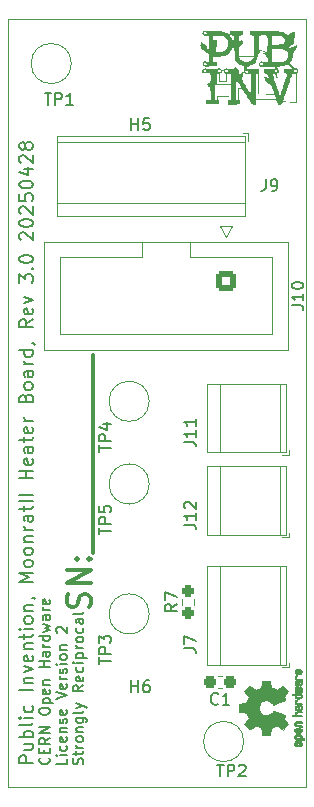
<source format=gto>
G04 #@! TF.GenerationSoftware,KiCad,Pcbnew,8.0.6*
G04 #@! TF.CreationDate,2025-12-26T07:29:08-05:00*
G04 #@! TF.ProjectId,heaterboard_1,68656174-6572-4626-9f61-72645f312e6b,3.0*
G04 #@! TF.SameCoordinates,Original*
G04 #@! TF.FileFunction,Legend,Top*
G04 #@! TF.FilePolarity,Positive*
%FSLAX46Y46*%
G04 Gerber Fmt 4.6, Leading zero omitted, Abs format (unit mm)*
G04 Created by KiCad (PCBNEW 8.0.6) date 2025-12-26 07:29:08*
%MOMM*%
%LPD*%
G01*
G04 APERTURE LIST*
G04 Aperture macros list*
%AMRoundRect*
0 Rectangle with rounded corners*
0 $1 Rounding radius*
0 $2 $3 $4 $5 $6 $7 $8 $9 X,Y pos of 4 corners*
0 Add a 4 corners polygon primitive as box body*
4,1,4,$2,$3,$4,$5,$6,$7,$8,$9,$2,$3,0*
0 Add four circle primitives for the rounded corners*
1,1,$1+$1,$2,$3*
1,1,$1+$1,$4,$5*
1,1,$1+$1,$6,$7*
1,1,$1+$1,$8,$9*
0 Add four rect primitives between the rounded corners*
20,1,$1+$1,$2,$3,$4,$5,0*
20,1,$1+$1,$4,$5,$6,$7,0*
20,1,$1+$1,$6,$7,$8,$9,0*
20,1,$1+$1,$8,$9,$2,$3,0*%
G04 Aperture macros list end*
%ADD10C,0.152400*%
%ADD11C,0.300000*%
%ADD12C,0.150000*%
%ADD13C,0.120000*%
%ADD14C,0.000000*%
%ADD15C,0.010000*%
%ADD16C,3.000000*%
%ADD17R,2.100000X2.100000*%
%ADD18C,2.100000*%
%ADD19RoundRect,0.237500X0.237500X-0.250000X0.237500X0.250000X-0.237500X0.250000X-0.237500X-0.250000X0*%
%ADD20RoundRect,0.250000X-0.600000X0.600000X-0.600000X-0.600000X0.600000X-0.600000X0.600000X0.600000X0*%
%ADD21C,1.700000*%
%ADD22C,0.800000*%
%ADD23C,7.000000*%
%ADD24RoundRect,0.237500X0.300000X0.237500X-0.300000X0.237500X-0.300000X-0.237500X0.300000X-0.237500X0*%
G04 #@! TA.AperFunction,Profile*
%ADD25C,0.100000*%
G04 #@! TD*
G04 APERTURE END LIST*
D10*
X134902193Y-147957308D02*
X133759193Y-147957308D01*
X133759193Y-147957308D02*
X133759193Y-147521879D01*
X133759193Y-147521879D02*
X133813622Y-147413022D01*
X133813622Y-147413022D02*
X133868050Y-147358593D01*
X133868050Y-147358593D02*
X133976907Y-147304165D01*
X133976907Y-147304165D02*
X134140193Y-147304165D01*
X134140193Y-147304165D02*
X134249050Y-147358593D01*
X134249050Y-147358593D02*
X134303479Y-147413022D01*
X134303479Y-147413022D02*
X134357907Y-147521879D01*
X134357907Y-147521879D02*
X134357907Y-147957308D01*
X134140193Y-146324451D02*
X134902193Y-146324451D01*
X134140193Y-146814308D02*
X134738907Y-146814308D01*
X134738907Y-146814308D02*
X134847765Y-146759879D01*
X134847765Y-146759879D02*
X134902193Y-146651022D01*
X134902193Y-146651022D02*
X134902193Y-146487736D01*
X134902193Y-146487736D02*
X134847765Y-146378879D01*
X134847765Y-146378879D02*
X134793336Y-146324451D01*
X134902193Y-145780165D02*
X133759193Y-145780165D01*
X134194622Y-145780165D02*
X134140193Y-145671308D01*
X134140193Y-145671308D02*
X134140193Y-145453593D01*
X134140193Y-145453593D02*
X134194622Y-145344736D01*
X134194622Y-145344736D02*
X134249050Y-145290308D01*
X134249050Y-145290308D02*
X134357907Y-145235879D01*
X134357907Y-145235879D02*
X134684479Y-145235879D01*
X134684479Y-145235879D02*
X134793336Y-145290308D01*
X134793336Y-145290308D02*
X134847765Y-145344736D01*
X134847765Y-145344736D02*
X134902193Y-145453593D01*
X134902193Y-145453593D02*
X134902193Y-145671308D01*
X134902193Y-145671308D02*
X134847765Y-145780165D01*
X134902193Y-144582736D02*
X134847765Y-144691593D01*
X134847765Y-144691593D02*
X134738907Y-144746022D01*
X134738907Y-144746022D02*
X133759193Y-144746022D01*
X134902193Y-144147308D02*
X134140193Y-144147308D01*
X133759193Y-144147308D02*
X133813622Y-144201736D01*
X133813622Y-144201736D02*
X133868050Y-144147308D01*
X133868050Y-144147308D02*
X133813622Y-144092879D01*
X133813622Y-144092879D02*
X133759193Y-144147308D01*
X133759193Y-144147308D02*
X133868050Y-144147308D01*
X134847765Y-143113165D02*
X134902193Y-143222022D01*
X134902193Y-143222022D02*
X134902193Y-143439736D01*
X134902193Y-143439736D02*
X134847765Y-143548593D01*
X134847765Y-143548593D02*
X134793336Y-143603022D01*
X134793336Y-143603022D02*
X134684479Y-143657450D01*
X134684479Y-143657450D02*
X134357907Y-143657450D01*
X134357907Y-143657450D02*
X134249050Y-143603022D01*
X134249050Y-143603022D02*
X134194622Y-143548593D01*
X134194622Y-143548593D02*
X134140193Y-143439736D01*
X134140193Y-143439736D02*
X134140193Y-143222022D01*
X134140193Y-143222022D02*
X134194622Y-143113165D01*
X134902193Y-141752451D02*
X133759193Y-141752451D01*
X134140193Y-141208165D02*
X134902193Y-141208165D01*
X134249050Y-141208165D02*
X134194622Y-141153736D01*
X134194622Y-141153736D02*
X134140193Y-141044879D01*
X134140193Y-141044879D02*
X134140193Y-140881593D01*
X134140193Y-140881593D02*
X134194622Y-140772736D01*
X134194622Y-140772736D02*
X134303479Y-140718308D01*
X134303479Y-140718308D02*
X134902193Y-140718308D01*
X134140193Y-140282879D02*
X134902193Y-140010736D01*
X134902193Y-140010736D02*
X134140193Y-139738593D01*
X134847765Y-138867736D02*
X134902193Y-138976593D01*
X134902193Y-138976593D02*
X134902193Y-139194308D01*
X134902193Y-139194308D02*
X134847765Y-139303165D01*
X134847765Y-139303165D02*
X134738907Y-139357593D01*
X134738907Y-139357593D02*
X134303479Y-139357593D01*
X134303479Y-139357593D02*
X134194622Y-139303165D01*
X134194622Y-139303165D02*
X134140193Y-139194308D01*
X134140193Y-139194308D02*
X134140193Y-138976593D01*
X134140193Y-138976593D02*
X134194622Y-138867736D01*
X134194622Y-138867736D02*
X134303479Y-138813308D01*
X134303479Y-138813308D02*
X134412336Y-138813308D01*
X134412336Y-138813308D02*
X134521193Y-139357593D01*
X134140193Y-138323451D02*
X134902193Y-138323451D01*
X134249050Y-138323451D02*
X134194622Y-138269022D01*
X134194622Y-138269022D02*
X134140193Y-138160165D01*
X134140193Y-138160165D02*
X134140193Y-137996879D01*
X134140193Y-137996879D02*
X134194622Y-137888022D01*
X134194622Y-137888022D02*
X134303479Y-137833594D01*
X134303479Y-137833594D02*
X134902193Y-137833594D01*
X134140193Y-137452593D02*
X134140193Y-137017165D01*
X133759193Y-137289308D02*
X134738907Y-137289308D01*
X134738907Y-137289308D02*
X134847765Y-137234879D01*
X134847765Y-137234879D02*
X134902193Y-137126022D01*
X134902193Y-137126022D02*
X134902193Y-137017165D01*
X134902193Y-136636165D02*
X134140193Y-136636165D01*
X133759193Y-136636165D02*
X133813622Y-136690593D01*
X133813622Y-136690593D02*
X133868050Y-136636165D01*
X133868050Y-136636165D02*
X133813622Y-136581736D01*
X133813622Y-136581736D02*
X133759193Y-136636165D01*
X133759193Y-136636165D02*
X133868050Y-136636165D01*
X134902193Y-135928593D02*
X134847765Y-136037450D01*
X134847765Y-136037450D02*
X134793336Y-136091879D01*
X134793336Y-136091879D02*
X134684479Y-136146307D01*
X134684479Y-136146307D02*
X134357907Y-136146307D01*
X134357907Y-136146307D02*
X134249050Y-136091879D01*
X134249050Y-136091879D02*
X134194622Y-136037450D01*
X134194622Y-136037450D02*
X134140193Y-135928593D01*
X134140193Y-135928593D02*
X134140193Y-135765307D01*
X134140193Y-135765307D02*
X134194622Y-135656450D01*
X134194622Y-135656450D02*
X134249050Y-135602022D01*
X134249050Y-135602022D02*
X134357907Y-135547593D01*
X134357907Y-135547593D02*
X134684479Y-135547593D01*
X134684479Y-135547593D02*
X134793336Y-135602022D01*
X134793336Y-135602022D02*
X134847765Y-135656450D01*
X134847765Y-135656450D02*
X134902193Y-135765307D01*
X134902193Y-135765307D02*
X134902193Y-135928593D01*
X134140193Y-135057736D02*
X134902193Y-135057736D01*
X134249050Y-135057736D02*
X134194622Y-135003307D01*
X134194622Y-135003307D02*
X134140193Y-134894450D01*
X134140193Y-134894450D02*
X134140193Y-134731164D01*
X134140193Y-134731164D02*
X134194622Y-134622307D01*
X134194622Y-134622307D02*
X134303479Y-134567879D01*
X134303479Y-134567879D02*
X134902193Y-134567879D01*
X134847765Y-133969164D02*
X134902193Y-133969164D01*
X134902193Y-133969164D02*
X135011050Y-134023593D01*
X135011050Y-134023593D02*
X135065479Y-134078021D01*
X134902193Y-132608450D02*
X133759193Y-132608450D01*
X133759193Y-132608450D02*
X134575622Y-132227450D01*
X134575622Y-132227450D02*
X133759193Y-131846450D01*
X133759193Y-131846450D02*
X134902193Y-131846450D01*
X134902193Y-131138878D02*
X134847765Y-131247735D01*
X134847765Y-131247735D02*
X134793336Y-131302164D01*
X134793336Y-131302164D02*
X134684479Y-131356592D01*
X134684479Y-131356592D02*
X134357907Y-131356592D01*
X134357907Y-131356592D02*
X134249050Y-131302164D01*
X134249050Y-131302164D02*
X134194622Y-131247735D01*
X134194622Y-131247735D02*
X134140193Y-131138878D01*
X134140193Y-131138878D02*
X134140193Y-130975592D01*
X134140193Y-130975592D02*
X134194622Y-130866735D01*
X134194622Y-130866735D02*
X134249050Y-130812307D01*
X134249050Y-130812307D02*
X134357907Y-130757878D01*
X134357907Y-130757878D02*
X134684479Y-130757878D01*
X134684479Y-130757878D02*
X134793336Y-130812307D01*
X134793336Y-130812307D02*
X134847765Y-130866735D01*
X134847765Y-130866735D02*
X134902193Y-130975592D01*
X134902193Y-130975592D02*
X134902193Y-131138878D01*
X134902193Y-130104735D02*
X134847765Y-130213592D01*
X134847765Y-130213592D02*
X134793336Y-130268021D01*
X134793336Y-130268021D02*
X134684479Y-130322449D01*
X134684479Y-130322449D02*
X134357907Y-130322449D01*
X134357907Y-130322449D02*
X134249050Y-130268021D01*
X134249050Y-130268021D02*
X134194622Y-130213592D01*
X134194622Y-130213592D02*
X134140193Y-130104735D01*
X134140193Y-130104735D02*
X134140193Y-129941449D01*
X134140193Y-129941449D02*
X134194622Y-129832592D01*
X134194622Y-129832592D02*
X134249050Y-129778164D01*
X134249050Y-129778164D02*
X134357907Y-129723735D01*
X134357907Y-129723735D02*
X134684479Y-129723735D01*
X134684479Y-129723735D02*
X134793336Y-129778164D01*
X134793336Y-129778164D02*
X134847765Y-129832592D01*
X134847765Y-129832592D02*
X134902193Y-129941449D01*
X134902193Y-129941449D02*
X134902193Y-130104735D01*
X134140193Y-129233878D02*
X134902193Y-129233878D01*
X134249050Y-129233878D02*
X134194622Y-129179449D01*
X134194622Y-129179449D02*
X134140193Y-129070592D01*
X134140193Y-129070592D02*
X134140193Y-128907306D01*
X134140193Y-128907306D02*
X134194622Y-128798449D01*
X134194622Y-128798449D02*
X134303479Y-128744021D01*
X134303479Y-128744021D02*
X134902193Y-128744021D01*
X134902193Y-128199735D02*
X134140193Y-128199735D01*
X134357907Y-128199735D02*
X134249050Y-128145306D01*
X134249050Y-128145306D02*
X134194622Y-128090878D01*
X134194622Y-128090878D02*
X134140193Y-127982020D01*
X134140193Y-127982020D02*
X134140193Y-127873163D01*
X134902193Y-127002307D02*
X134303479Y-127002307D01*
X134303479Y-127002307D02*
X134194622Y-127056735D01*
X134194622Y-127056735D02*
X134140193Y-127165592D01*
X134140193Y-127165592D02*
X134140193Y-127383307D01*
X134140193Y-127383307D02*
X134194622Y-127492164D01*
X134847765Y-127002307D02*
X134902193Y-127111164D01*
X134902193Y-127111164D02*
X134902193Y-127383307D01*
X134902193Y-127383307D02*
X134847765Y-127492164D01*
X134847765Y-127492164D02*
X134738907Y-127546592D01*
X134738907Y-127546592D02*
X134630050Y-127546592D01*
X134630050Y-127546592D02*
X134521193Y-127492164D01*
X134521193Y-127492164D02*
X134466765Y-127383307D01*
X134466765Y-127383307D02*
X134466765Y-127111164D01*
X134466765Y-127111164D02*
X134412336Y-127002307D01*
X134140193Y-126621306D02*
X134140193Y-126185878D01*
X133759193Y-126458021D02*
X134738907Y-126458021D01*
X134738907Y-126458021D02*
X134847765Y-126403592D01*
X134847765Y-126403592D02*
X134902193Y-126294735D01*
X134902193Y-126294735D02*
X134902193Y-126185878D01*
X134902193Y-125804878D02*
X133759193Y-125804878D01*
X134902193Y-125260592D02*
X133759193Y-125260592D01*
X134902193Y-123845449D02*
X133759193Y-123845449D01*
X134303479Y-123845449D02*
X134303479Y-123192306D01*
X134902193Y-123192306D02*
X133759193Y-123192306D01*
X134847765Y-122212591D02*
X134902193Y-122321448D01*
X134902193Y-122321448D02*
X134902193Y-122539163D01*
X134902193Y-122539163D02*
X134847765Y-122648020D01*
X134847765Y-122648020D02*
X134738907Y-122702448D01*
X134738907Y-122702448D02*
X134303479Y-122702448D01*
X134303479Y-122702448D02*
X134194622Y-122648020D01*
X134194622Y-122648020D02*
X134140193Y-122539163D01*
X134140193Y-122539163D02*
X134140193Y-122321448D01*
X134140193Y-122321448D02*
X134194622Y-122212591D01*
X134194622Y-122212591D02*
X134303479Y-122158163D01*
X134303479Y-122158163D02*
X134412336Y-122158163D01*
X134412336Y-122158163D02*
X134521193Y-122702448D01*
X134902193Y-121178449D02*
X134303479Y-121178449D01*
X134303479Y-121178449D02*
X134194622Y-121232877D01*
X134194622Y-121232877D02*
X134140193Y-121341734D01*
X134140193Y-121341734D02*
X134140193Y-121559449D01*
X134140193Y-121559449D02*
X134194622Y-121668306D01*
X134847765Y-121178449D02*
X134902193Y-121287306D01*
X134902193Y-121287306D02*
X134902193Y-121559449D01*
X134902193Y-121559449D02*
X134847765Y-121668306D01*
X134847765Y-121668306D02*
X134738907Y-121722734D01*
X134738907Y-121722734D02*
X134630050Y-121722734D01*
X134630050Y-121722734D02*
X134521193Y-121668306D01*
X134521193Y-121668306D02*
X134466765Y-121559449D01*
X134466765Y-121559449D02*
X134466765Y-121287306D01*
X134466765Y-121287306D02*
X134412336Y-121178449D01*
X134140193Y-120797448D02*
X134140193Y-120362020D01*
X133759193Y-120634163D02*
X134738907Y-120634163D01*
X134738907Y-120634163D02*
X134847765Y-120579734D01*
X134847765Y-120579734D02*
X134902193Y-120470877D01*
X134902193Y-120470877D02*
X134902193Y-120362020D01*
X134847765Y-119545591D02*
X134902193Y-119654448D01*
X134902193Y-119654448D02*
X134902193Y-119872163D01*
X134902193Y-119872163D02*
X134847765Y-119981020D01*
X134847765Y-119981020D02*
X134738907Y-120035448D01*
X134738907Y-120035448D02*
X134303479Y-120035448D01*
X134303479Y-120035448D02*
X134194622Y-119981020D01*
X134194622Y-119981020D02*
X134140193Y-119872163D01*
X134140193Y-119872163D02*
X134140193Y-119654448D01*
X134140193Y-119654448D02*
X134194622Y-119545591D01*
X134194622Y-119545591D02*
X134303479Y-119491163D01*
X134303479Y-119491163D02*
X134412336Y-119491163D01*
X134412336Y-119491163D02*
X134521193Y-120035448D01*
X134902193Y-119001306D02*
X134140193Y-119001306D01*
X134357907Y-119001306D02*
X134249050Y-118946877D01*
X134249050Y-118946877D02*
X134194622Y-118892449D01*
X134194622Y-118892449D02*
X134140193Y-118783591D01*
X134140193Y-118783591D02*
X134140193Y-118674734D01*
X134303479Y-117041878D02*
X134357907Y-116878592D01*
X134357907Y-116878592D02*
X134412336Y-116824163D01*
X134412336Y-116824163D02*
X134521193Y-116769735D01*
X134521193Y-116769735D02*
X134684479Y-116769735D01*
X134684479Y-116769735D02*
X134793336Y-116824163D01*
X134793336Y-116824163D02*
X134847765Y-116878592D01*
X134847765Y-116878592D02*
X134902193Y-116987449D01*
X134902193Y-116987449D02*
X134902193Y-117422878D01*
X134902193Y-117422878D02*
X133759193Y-117422878D01*
X133759193Y-117422878D02*
X133759193Y-117041878D01*
X133759193Y-117041878D02*
X133813622Y-116933021D01*
X133813622Y-116933021D02*
X133868050Y-116878592D01*
X133868050Y-116878592D02*
X133976907Y-116824163D01*
X133976907Y-116824163D02*
X134085765Y-116824163D01*
X134085765Y-116824163D02*
X134194622Y-116878592D01*
X134194622Y-116878592D02*
X134249050Y-116933021D01*
X134249050Y-116933021D02*
X134303479Y-117041878D01*
X134303479Y-117041878D02*
X134303479Y-117422878D01*
X134902193Y-116116592D02*
X134847765Y-116225449D01*
X134847765Y-116225449D02*
X134793336Y-116279878D01*
X134793336Y-116279878D02*
X134684479Y-116334306D01*
X134684479Y-116334306D02*
X134357907Y-116334306D01*
X134357907Y-116334306D02*
X134249050Y-116279878D01*
X134249050Y-116279878D02*
X134194622Y-116225449D01*
X134194622Y-116225449D02*
X134140193Y-116116592D01*
X134140193Y-116116592D02*
X134140193Y-115953306D01*
X134140193Y-115953306D02*
X134194622Y-115844449D01*
X134194622Y-115844449D02*
X134249050Y-115790021D01*
X134249050Y-115790021D02*
X134357907Y-115735592D01*
X134357907Y-115735592D02*
X134684479Y-115735592D01*
X134684479Y-115735592D02*
X134793336Y-115790021D01*
X134793336Y-115790021D02*
X134847765Y-115844449D01*
X134847765Y-115844449D02*
X134902193Y-115953306D01*
X134902193Y-115953306D02*
X134902193Y-116116592D01*
X134902193Y-114755878D02*
X134303479Y-114755878D01*
X134303479Y-114755878D02*
X134194622Y-114810306D01*
X134194622Y-114810306D02*
X134140193Y-114919163D01*
X134140193Y-114919163D02*
X134140193Y-115136878D01*
X134140193Y-115136878D02*
X134194622Y-115245735D01*
X134847765Y-114755878D02*
X134902193Y-114864735D01*
X134902193Y-114864735D02*
X134902193Y-115136878D01*
X134902193Y-115136878D02*
X134847765Y-115245735D01*
X134847765Y-115245735D02*
X134738907Y-115300163D01*
X134738907Y-115300163D02*
X134630050Y-115300163D01*
X134630050Y-115300163D02*
X134521193Y-115245735D01*
X134521193Y-115245735D02*
X134466765Y-115136878D01*
X134466765Y-115136878D02*
X134466765Y-114864735D01*
X134466765Y-114864735D02*
X134412336Y-114755878D01*
X134902193Y-114211592D02*
X134140193Y-114211592D01*
X134357907Y-114211592D02*
X134249050Y-114157163D01*
X134249050Y-114157163D02*
X134194622Y-114102735D01*
X134194622Y-114102735D02*
X134140193Y-113993877D01*
X134140193Y-113993877D02*
X134140193Y-113885020D01*
X134902193Y-113014164D02*
X133759193Y-113014164D01*
X134847765Y-113014164D02*
X134902193Y-113123021D01*
X134902193Y-113123021D02*
X134902193Y-113340735D01*
X134902193Y-113340735D02*
X134847765Y-113449592D01*
X134847765Y-113449592D02*
X134793336Y-113504021D01*
X134793336Y-113504021D02*
X134684479Y-113558449D01*
X134684479Y-113558449D02*
X134357907Y-113558449D01*
X134357907Y-113558449D02*
X134249050Y-113504021D01*
X134249050Y-113504021D02*
X134194622Y-113449592D01*
X134194622Y-113449592D02*
X134140193Y-113340735D01*
X134140193Y-113340735D02*
X134140193Y-113123021D01*
X134140193Y-113123021D02*
X134194622Y-113014164D01*
X134847765Y-112415449D02*
X134902193Y-112415449D01*
X134902193Y-112415449D02*
X135011050Y-112469878D01*
X135011050Y-112469878D02*
X135065479Y-112524306D01*
X134902193Y-110401592D02*
X134357907Y-110782592D01*
X134902193Y-111054735D02*
X133759193Y-111054735D01*
X133759193Y-111054735D02*
X133759193Y-110619306D01*
X133759193Y-110619306D02*
X133813622Y-110510449D01*
X133813622Y-110510449D02*
X133868050Y-110456020D01*
X133868050Y-110456020D02*
X133976907Y-110401592D01*
X133976907Y-110401592D02*
X134140193Y-110401592D01*
X134140193Y-110401592D02*
X134249050Y-110456020D01*
X134249050Y-110456020D02*
X134303479Y-110510449D01*
X134303479Y-110510449D02*
X134357907Y-110619306D01*
X134357907Y-110619306D02*
X134357907Y-111054735D01*
X134847765Y-109476306D02*
X134902193Y-109585163D01*
X134902193Y-109585163D02*
X134902193Y-109802878D01*
X134902193Y-109802878D02*
X134847765Y-109911735D01*
X134847765Y-109911735D02*
X134738907Y-109966163D01*
X134738907Y-109966163D02*
X134303479Y-109966163D01*
X134303479Y-109966163D02*
X134194622Y-109911735D01*
X134194622Y-109911735D02*
X134140193Y-109802878D01*
X134140193Y-109802878D02*
X134140193Y-109585163D01*
X134140193Y-109585163D02*
X134194622Y-109476306D01*
X134194622Y-109476306D02*
X134303479Y-109421878D01*
X134303479Y-109421878D02*
X134412336Y-109421878D01*
X134412336Y-109421878D02*
X134521193Y-109966163D01*
X134140193Y-109040878D02*
X134902193Y-108768735D01*
X134902193Y-108768735D02*
X134140193Y-108496592D01*
X133759193Y-107299164D02*
X133759193Y-106591592D01*
X133759193Y-106591592D02*
X134194622Y-106972592D01*
X134194622Y-106972592D02*
X134194622Y-106809307D01*
X134194622Y-106809307D02*
X134249050Y-106700450D01*
X134249050Y-106700450D02*
X134303479Y-106646021D01*
X134303479Y-106646021D02*
X134412336Y-106591592D01*
X134412336Y-106591592D02*
X134684479Y-106591592D01*
X134684479Y-106591592D02*
X134793336Y-106646021D01*
X134793336Y-106646021D02*
X134847765Y-106700450D01*
X134847765Y-106700450D02*
X134902193Y-106809307D01*
X134902193Y-106809307D02*
X134902193Y-107135878D01*
X134902193Y-107135878D02*
X134847765Y-107244735D01*
X134847765Y-107244735D02*
X134793336Y-107299164D01*
X134793336Y-106101736D02*
X134847765Y-106047307D01*
X134847765Y-106047307D02*
X134902193Y-106101736D01*
X134902193Y-106101736D02*
X134847765Y-106156164D01*
X134847765Y-106156164D02*
X134793336Y-106101736D01*
X134793336Y-106101736D02*
X134902193Y-106101736D01*
X133759193Y-105339735D02*
X133759193Y-105230878D01*
X133759193Y-105230878D02*
X133813622Y-105122021D01*
X133813622Y-105122021D02*
X133868050Y-105067593D01*
X133868050Y-105067593D02*
X133976907Y-105013164D01*
X133976907Y-105013164D02*
X134194622Y-104958735D01*
X134194622Y-104958735D02*
X134466765Y-104958735D01*
X134466765Y-104958735D02*
X134684479Y-105013164D01*
X134684479Y-105013164D02*
X134793336Y-105067593D01*
X134793336Y-105067593D02*
X134847765Y-105122021D01*
X134847765Y-105122021D02*
X134902193Y-105230878D01*
X134902193Y-105230878D02*
X134902193Y-105339735D01*
X134902193Y-105339735D02*
X134847765Y-105448593D01*
X134847765Y-105448593D02*
X134793336Y-105503021D01*
X134793336Y-105503021D02*
X134684479Y-105557450D01*
X134684479Y-105557450D02*
X134466765Y-105611878D01*
X134466765Y-105611878D02*
X134194622Y-105611878D01*
X134194622Y-105611878D02*
X133976907Y-105557450D01*
X133976907Y-105557450D02*
X133868050Y-105503021D01*
X133868050Y-105503021D02*
X133813622Y-105448593D01*
X133813622Y-105448593D02*
X133759193Y-105339735D01*
X133868050Y-103652450D02*
X133813622Y-103598022D01*
X133813622Y-103598022D02*
X133759193Y-103489165D01*
X133759193Y-103489165D02*
X133759193Y-103217022D01*
X133759193Y-103217022D02*
X133813622Y-103108165D01*
X133813622Y-103108165D02*
X133868050Y-103053736D01*
X133868050Y-103053736D02*
X133976907Y-102999307D01*
X133976907Y-102999307D02*
X134085765Y-102999307D01*
X134085765Y-102999307D02*
X134249050Y-103053736D01*
X134249050Y-103053736D02*
X134902193Y-103706879D01*
X134902193Y-103706879D02*
X134902193Y-102999307D01*
X133759193Y-102291736D02*
X133759193Y-102182879D01*
X133759193Y-102182879D02*
X133813622Y-102074022D01*
X133813622Y-102074022D02*
X133868050Y-102019594D01*
X133868050Y-102019594D02*
X133976907Y-101965165D01*
X133976907Y-101965165D02*
X134194622Y-101910736D01*
X134194622Y-101910736D02*
X134466765Y-101910736D01*
X134466765Y-101910736D02*
X134684479Y-101965165D01*
X134684479Y-101965165D02*
X134793336Y-102019594D01*
X134793336Y-102019594D02*
X134847765Y-102074022D01*
X134847765Y-102074022D02*
X134902193Y-102182879D01*
X134902193Y-102182879D02*
X134902193Y-102291736D01*
X134902193Y-102291736D02*
X134847765Y-102400594D01*
X134847765Y-102400594D02*
X134793336Y-102455022D01*
X134793336Y-102455022D02*
X134684479Y-102509451D01*
X134684479Y-102509451D02*
X134466765Y-102563879D01*
X134466765Y-102563879D02*
X134194622Y-102563879D01*
X134194622Y-102563879D02*
X133976907Y-102509451D01*
X133976907Y-102509451D02*
X133868050Y-102455022D01*
X133868050Y-102455022D02*
X133813622Y-102400594D01*
X133813622Y-102400594D02*
X133759193Y-102291736D01*
X133868050Y-101475308D02*
X133813622Y-101420880D01*
X133813622Y-101420880D02*
X133759193Y-101312023D01*
X133759193Y-101312023D02*
X133759193Y-101039880D01*
X133759193Y-101039880D02*
X133813622Y-100931023D01*
X133813622Y-100931023D02*
X133868050Y-100876594D01*
X133868050Y-100876594D02*
X133976907Y-100822165D01*
X133976907Y-100822165D02*
X134085765Y-100822165D01*
X134085765Y-100822165D02*
X134249050Y-100876594D01*
X134249050Y-100876594D02*
X134902193Y-101529737D01*
X134902193Y-101529737D02*
X134902193Y-100822165D01*
X133759193Y-99788023D02*
X133759193Y-100332309D01*
X133759193Y-100332309D02*
X134303479Y-100386737D01*
X134303479Y-100386737D02*
X134249050Y-100332309D01*
X134249050Y-100332309D02*
X134194622Y-100223452D01*
X134194622Y-100223452D02*
X134194622Y-99951309D01*
X134194622Y-99951309D02*
X134249050Y-99842452D01*
X134249050Y-99842452D02*
X134303479Y-99788023D01*
X134303479Y-99788023D02*
X134412336Y-99733594D01*
X134412336Y-99733594D02*
X134684479Y-99733594D01*
X134684479Y-99733594D02*
X134793336Y-99788023D01*
X134793336Y-99788023D02*
X134847765Y-99842452D01*
X134847765Y-99842452D02*
X134902193Y-99951309D01*
X134902193Y-99951309D02*
X134902193Y-100223452D01*
X134902193Y-100223452D02*
X134847765Y-100332309D01*
X134847765Y-100332309D02*
X134793336Y-100386737D01*
X133759193Y-99026023D02*
X133759193Y-98917166D01*
X133759193Y-98917166D02*
X133813622Y-98808309D01*
X133813622Y-98808309D02*
X133868050Y-98753881D01*
X133868050Y-98753881D02*
X133976907Y-98699452D01*
X133976907Y-98699452D02*
X134194622Y-98645023D01*
X134194622Y-98645023D02*
X134466765Y-98645023D01*
X134466765Y-98645023D02*
X134684479Y-98699452D01*
X134684479Y-98699452D02*
X134793336Y-98753881D01*
X134793336Y-98753881D02*
X134847765Y-98808309D01*
X134847765Y-98808309D02*
X134902193Y-98917166D01*
X134902193Y-98917166D02*
X134902193Y-99026023D01*
X134902193Y-99026023D02*
X134847765Y-99134881D01*
X134847765Y-99134881D02*
X134793336Y-99189309D01*
X134793336Y-99189309D02*
X134684479Y-99243738D01*
X134684479Y-99243738D02*
X134466765Y-99298166D01*
X134466765Y-99298166D02*
X134194622Y-99298166D01*
X134194622Y-99298166D02*
X133976907Y-99243738D01*
X133976907Y-99243738D02*
X133868050Y-99189309D01*
X133868050Y-99189309D02*
X133813622Y-99134881D01*
X133813622Y-99134881D02*
X133759193Y-99026023D01*
X134140193Y-97665310D02*
X134902193Y-97665310D01*
X133704765Y-97937452D02*
X134521193Y-98209595D01*
X134521193Y-98209595D02*
X134521193Y-97502024D01*
X133868050Y-97121024D02*
X133813622Y-97066596D01*
X133813622Y-97066596D02*
X133759193Y-96957739D01*
X133759193Y-96957739D02*
X133759193Y-96685596D01*
X133759193Y-96685596D02*
X133813622Y-96576739D01*
X133813622Y-96576739D02*
X133868050Y-96522310D01*
X133868050Y-96522310D02*
X133976907Y-96467881D01*
X133976907Y-96467881D02*
X134085765Y-96467881D01*
X134085765Y-96467881D02*
X134249050Y-96522310D01*
X134249050Y-96522310D02*
X134902193Y-97175453D01*
X134902193Y-97175453D02*
X134902193Y-96467881D01*
X134249050Y-95814739D02*
X134194622Y-95923596D01*
X134194622Y-95923596D02*
X134140193Y-95978025D01*
X134140193Y-95978025D02*
X134031336Y-96032453D01*
X134031336Y-96032453D02*
X133976907Y-96032453D01*
X133976907Y-96032453D02*
X133868050Y-95978025D01*
X133868050Y-95978025D02*
X133813622Y-95923596D01*
X133813622Y-95923596D02*
X133759193Y-95814739D01*
X133759193Y-95814739D02*
X133759193Y-95597025D01*
X133759193Y-95597025D02*
X133813622Y-95488168D01*
X133813622Y-95488168D02*
X133868050Y-95433739D01*
X133868050Y-95433739D02*
X133976907Y-95379310D01*
X133976907Y-95379310D02*
X134031336Y-95379310D01*
X134031336Y-95379310D02*
X134140193Y-95433739D01*
X134140193Y-95433739D02*
X134194622Y-95488168D01*
X134194622Y-95488168D02*
X134249050Y-95597025D01*
X134249050Y-95597025D02*
X134249050Y-95814739D01*
X134249050Y-95814739D02*
X134303479Y-95923596D01*
X134303479Y-95923596D02*
X134357907Y-95978025D01*
X134357907Y-95978025D02*
X134466765Y-96032453D01*
X134466765Y-96032453D02*
X134684479Y-96032453D01*
X134684479Y-96032453D02*
X134793336Y-95978025D01*
X134793336Y-95978025D02*
X134847765Y-95923596D01*
X134847765Y-95923596D02*
X134902193Y-95814739D01*
X134902193Y-95814739D02*
X134902193Y-95597025D01*
X134902193Y-95597025D02*
X134847765Y-95488168D01*
X134847765Y-95488168D02*
X134793336Y-95433739D01*
X134793336Y-95433739D02*
X134684479Y-95379310D01*
X134684479Y-95379310D02*
X134466765Y-95379310D01*
X134466765Y-95379310D02*
X134357907Y-95433739D01*
X134357907Y-95433739D02*
X134303479Y-95488168D01*
X134303479Y-95488168D02*
X134249050Y-95597025D01*
D11*
X139694400Y-134751393D02*
X139789638Y-134465679D01*
X139789638Y-134465679D02*
X139789638Y-133989488D01*
X139789638Y-133989488D02*
X139694400Y-133799012D01*
X139694400Y-133799012D02*
X139599161Y-133703774D01*
X139599161Y-133703774D02*
X139408685Y-133608536D01*
X139408685Y-133608536D02*
X139218209Y-133608536D01*
X139218209Y-133608536D02*
X139027733Y-133703774D01*
X139027733Y-133703774D02*
X138932495Y-133799012D01*
X138932495Y-133799012D02*
X138837257Y-133989488D01*
X138837257Y-133989488D02*
X138742019Y-134370441D01*
X138742019Y-134370441D02*
X138646780Y-134560917D01*
X138646780Y-134560917D02*
X138551542Y-134656155D01*
X138551542Y-134656155D02*
X138361066Y-134751393D01*
X138361066Y-134751393D02*
X138170590Y-134751393D01*
X138170590Y-134751393D02*
X137980114Y-134656155D01*
X137980114Y-134656155D02*
X137884876Y-134560917D01*
X137884876Y-134560917D02*
X137789638Y-134370441D01*
X137789638Y-134370441D02*
X137789638Y-133894250D01*
X137789638Y-133894250D02*
X137884876Y-133608536D01*
X139789638Y-132751393D02*
X137789638Y-132751393D01*
X137789638Y-132751393D02*
X139789638Y-131608536D01*
X139789638Y-131608536D02*
X137789638Y-131608536D01*
X139599161Y-130656155D02*
X139694400Y-130560917D01*
X139694400Y-130560917D02*
X139789638Y-130656155D01*
X139789638Y-130656155D02*
X139694400Y-130751393D01*
X139694400Y-130751393D02*
X139599161Y-130656155D01*
X139599161Y-130656155D02*
X139789638Y-130656155D01*
X138551542Y-130656155D02*
X138646780Y-130560917D01*
X138646780Y-130560917D02*
X138742019Y-130656155D01*
X138742019Y-130656155D02*
X138646780Y-130751393D01*
X138646780Y-130751393D02*
X138551542Y-130656155D01*
X138551542Y-130656155D02*
X138742019Y-130656155D01*
X139980114Y-130179965D02*
X139980114Y-128656155D01*
X139980114Y-128656155D02*
X139980114Y-127132345D01*
X139980114Y-127132345D02*
X139980114Y-125608535D01*
X139980114Y-125608535D02*
X139980114Y-124084725D01*
X139980114Y-124084725D02*
X139980114Y-122560915D01*
X139980114Y-122560915D02*
X139980114Y-121037105D01*
X139980114Y-121037105D02*
X139980114Y-119513295D01*
X139980114Y-119513295D02*
X139980114Y-117989485D01*
X139980114Y-117989485D02*
X139980114Y-116465675D01*
X139980114Y-116465675D02*
X139980114Y-114941865D01*
X139980114Y-114941865D02*
X139980114Y-113418055D01*
D12*
X136236257Y-147511363D02*
X136278591Y-147553696D01*
X136278591Y-147553696D02*
X136320924Y-147680696D01*
X136320924Y-147680696D02*
X136320924Y-147765363D01*
X136320924Y-147765363D02*
X136278591Y-147892363D01*
X136278591Y-147892363D02*
X136193924Y-147977030D01*
X136193924Y-147977030D02*
X136109257Y-148019363D01*
X136109257Y-148019363D02*
X135939924Y-148061696D01*
X135939924Y-148061696D02*
X135812924Y-148061696D01*
X135812924Y-148061696D02*
X135643591Y-148019363D01*
X135643591Y-148019363D02*
X135558924Y-147977030D01*
X135558924Y-147977030D02*
X135474257Y-147892363D01*
X135474257Y-147892363D02*
X135431924Y-147765363D01*
X135431924Y-147765363D02*
X135431924Y-147680696D01*
X135431924Y-147680696D02*
X135474257Y-147553696D01*
X135474257Y-147553696D02*
X135516591Y-147511363D01*
X135855257Y-147130363D02*
X135855257Y-146834030D01*
X136320924Y-146707030D02*
X136320924Y-147130363D01*
X136320924Y-147130363D02*
X135431924Y-147130363D01*
X135431924Y-147130363D02*
X135431924Y-146707030D01*
X136320924Y-145818030D02*
X135897591Y-146114363D01*
X136320924Y-146326030D02*
X135431924Y-146326030D01*
X135431924Y-146326030D02*
X135431924Y-145987363D01*
X135431924Y-145987363D02*
X135474257Y-145902697D01*
X135474257Y-145902697D02*
X135516591Y-145860363D01*
X135516591Y-145860363D02*
X135601257Y-145818030D01*
X135601257Y-145818030D02*
X135728257Y-145818030D01*
X135728257Y-145818030D02*
X135812924Y-145860363D01*
X135812924Y-145860363D02*
X135855257Y-145902697D01*
X135855257Y-145902697D02*
X135897591Y-145987363D01*
X135897591Y-145987363D02*
X135897591Y-146326030D01*
X136320924Y-145437030D02*
X135431924Y-145437030D01*
X135431924Y-145437030D02*
X136320924Y-144929030D01*
X136320924Y-144929030D02*
X135431924Y-144929030D01*
X135431924Y-143659031D02*
X135431924Y-143489697D01*
X135431924Y-143489697D02*
X135474257Y-143405031D01*
X135474257Y-143405031D02*
X135558924Y-143320364D01*
X135558924Y-143320364D02*
X135728257Y-143278031D01*
X135728257Y-143278031D02*
X136024591Y-143278031D01*
X136024591Y-143278031D02*
X136193924Y-143320364D01*
X136193924Y-143320364D02*
X136278591Y-143405031D01*
X136278591Y-143405031D02*
X136320924Y-143489697D01*
X136320924Y-143489697D02*
X136320924Y-143659031D01*
X136320924Y-143659031D02*
X136278591Y-143743697D01*
X136278591Y-143743697D02*
X136193924Y-143828364D01*
X136193924Y-143828364D02*
X136024591Y-143870697D01*
X136024591Y-143870697D02*
X135728257Y-143870697D01*
X135728257Y-143870697D02*
X135558924Y-143828364D01*
X135558924Y-143828364D02*
X135474257Y-143743697D01*
X135474257Y-143743697D02*
X135431924Y-143659031D01*
X135728257Y-142897031D02*
X136617257Y-142897031D01*
X135770591Y-142897031D02*
X135728257Y-142812364D01*
X135728257Y-142812364D02*
X135728257Y-142643031D01*
X135728257Y-142643031D02*
X135770591Y-142558364D01*
X135770591Y-142558364D02*
X135812924Y-142516031D01*
X135812924Y-142516031D02*
X135897591Y-142473698D01*
X135897591Y-142473698D02*
X136151591Y-142473698D01*
X136151591Y-142473698D02*
X136236257Y-142516031D01*
X136236257Y-142516031D02*
X136278591Y-142558364D01*
X136278591Y-142558364D02*
X136320924Y-142643031D01*
X136320924Y-142643031D02*
X136320924Y-142812364D01*
X136320924Y-142812364D02*
X136278591Y-142897031D01*
X136278591Y-141754031D02*
X136320924Y-141838698D01*
X136320924Y-141838698D02*
X136320924Y-142008031D01*
X136320924Y-142008031D02*
X136278591Y-142092698D01*
X136278591Y-142092698D02*
X136193924Y-142135031D01*
X136193924Y-142135031D02*
X135855257Y-142135031D01*
X135855257Y-142135031D02*
X135770591Y-142092698D01*
X135770591Y-142092698D02*
X135728257Y-142008031D01*
X135728257Y-142008031D02*
X135728257Y-141838698D01*
X135728257Y-141838698D02*
X135770591Y-141754031D01*
X135770591Y-141754031D02*
X135855257Y-141711698D01*
X135855257Y-141711698D02*
X135939924Y-141711698D01*
X135939924Y-141711698D02*
X136024591Y-142135031D01*
X135728257Y-141330698D02*
X136320924Y-141330698D01*
X135812924Y-141330698D02*
X135770591Y-141288365D01*
X135770591Y-141288365D02*
X135728257Y-141203698D01*
X135728257Y-141203698D02*
X135728257Y-141076698D01*
X135728257Y-141076698D02*
X135770591Y-140992031D01*
X135770591Y-140992031D02*
X135855257Y-140949698D01*
X135855257Y-140949698D02*
X136320924Y-140949698D01*
X136320924Y-139849032D02*
X135431924Y-139849032D01*
X135855257Y-139849032D02*
X135855257Y-139341032D01*
X136320924Y-139341032D02*
X135431924Y-139341032D01*
X136320924Y-138536699D02*
X135855257Y-138536699D01*
X135855257Y-138536699D02*
X135770591Y-138579032D01*
X135770591Y-138579032D02*
X135728257Y-138663699D01*
X135728257Y-138663699D02*
X135728257Y-138833032D01*
X135728257Y-138833032D02*
X135770591Y-138917699D01*
X136278591Y-138536699D02*
X136320924Y-138621366D01*
X136320924Y-138621366D02*
X136320924Y-138833032D01*
X136320924Y-138833032D02*
X136278591Y-138917699D01*
X136278591Y-138917699D02*
X136193924Y-138960032D01*
X136193924Y-138960032D02*
X136109257Y-138960032D01*
X136109257Y-138960032D02*
X136024591Y-138917699D01*
X136024591Y-138917699D02*
X135982257Y-138833032D01*
X135982257Y-138833032D02*
X135982257Y-138621366D01*
X135982257Y-138621366D02*
X135939924Y-138536699D01*
X136320924Y-138113366D02*
X135728257Y-138113366D01*
X135897591Y-138113366D02*
X135812924Y-138071033D01*
X135812924Y-138071033D02*
X135770591Y-138028699D01*
X135770591Y-138028699D02*
X135728257Y-137944033D01*
X135728257Y-137944033D02*
X135728257Y-137859366D01*
X136320924Y-137182033D02*
X135431924Y-137182033D01*
X136278591Y-137182033D02*
X136320924Y-137266700D01*
X136320924Y-137266700D02*
X136320924Y-137436033D01*
X136320924Y-137436033D02*
X136278591Y-137520700D01*
X136278591Y-137520700D02*
X136236257Y-137563033D01*
X136236257Y-137563033D02*
X136151591Y-137605366D01*
X136151591Y-137605366D02*
X135897591Y-137605366D01*
X135897591Y-137605366D02*
X135812924Y-137563033D01*
X135812924Y-137563033D02*
X135770591Y-137520700D01*
X135770591Y-137520700D02*
X135728257Y-137436033D01*
X135728257Y-137436033D02*
X135728257Y-137266700D01*
X135728257Y-137266700D02*
X135770591Y-137182033D01*
X135728257Y-136843367D02*
X136320924Y-136674033D01*
X136320924Y-136674033D02*
X135897591Y-136504700D01*
X135897591Y-136504700D02*
X136320924Y-136335367D01*
X136320924Y-136335367D02*
X135728257Y-136166033D01*
X136320924Y-135446367D02*
X135855257Y-135446367D01*
X135855257Y-135446367D02*
X135770591Y-135488700D01*
X135770591Y-135488700D02*
X135728257Y-135573367D01*
X135728257Y-135573367D02*
X135728257Y-135742700D01*
X135728257Y-135742700D02*
X135770591Y-135827367D01*
X136278591Y-135446367D02*
X136320924Y-135531034D01*
X136320924Y-135531034D02*
X136320924Y-135742700D01*
X136320924Y-135742700D02*
X136278591Y-135827367D01*
X136278591Y-135827367D02*
X136193924Y-135869700D01*
X136193924Y-135869700D02*
X136109257Y-135869700D01*
X136109257Y-135869700D02*
X136024591Y-135827367D01*
X136024591Y-135827367D02*
X135982257Y-135742700D01*
X135982257Y-135742700D02*
X135982257Y-135531034D01*
X135982257Y-135531034D02*
X135939924Y-135446367D01*
X136320924Y-135023034D02*
X135728257Y-135023034D01*
X135897591Y-135023034D02*
X135812924Y-134980701D01*
X135812924Y-134980701D02*
X135770591Y-134938367D01*
X135770591Y-134938367D02*
X135728257Y-134853701D01*
X135728257Y-134853701D02*
X135728257Y-134769034D01*
X136278591Y-134134034D02*
X136320924Y-134218701D01*
X136320924Y-134218701D02*
X136320924Y-134388034D01*
X136320924Y-134388034D02*
X136278591Y-134472701D01*
X136278591Y-134472701D02*
X136193924Y-134515034D01*
X136193924Y-134515034D02*
X135855257Y-134515034D01*
X135855257Y-134515034D02*
X135770591Y-134472701D01*
X135770591Y-134472701D02*
X135728257Y-134388034D01*
X135728257Y-134388034D02*
X135728257Y-134218701D01*
X135728257Y-134218701D02*
X135770591Y-134134034D01*
X135770591Y-134134034D02*
X135855257Y-134091701D01*
X135855257Y-134091701D02*
X135939924Y-134091701D01*
X135939924Y-134091701D02*
X136024591Y-134515034D01*
X137752164Y-147596030D02*
X137752164Y-148019363D01*
X137752164Y-148019363D02*
X136863164Y-148019363D01*
X137752164Y-147299696D02*
X137159497Y-147299696D01*
X136863164Y-147299696D02*
X136905497Y-147342029D01*
X136905497Y-147342029D02*
X136947831Y-147299696D01*
X136947831Y-147299696D02*
X136905497Y-147257363D01*
X136905497Y-147257363D02*
X136863164Y-147299696D01*
X136863164Y-147299696D02*
X136947831Y-147299696D01*
X137709831Y-146495363D02*
X137752164Y-146580030D01*
X137752164Y-146580030D02*
X137752164Y-146749363D01*
X137752164Y-146749363D02*
X137709831Y-146834030D01*
X137709831Y-146834030D02*
X137667497Y-146876363D01*
X137667497Y-146876363D02*
X137582831Y-146918696D01*
X137582831Y-146918696D02*
X137328831Y-146918696D01*
X137328831Y-146918696D02*
X137244164Y-146876363D01*
X137244164Y-146876363D02*
X137201831Y-146834030D01*
X137201831Y-146834030D02*
X137159497Y-146749363D01*
X137159497Y-146749363D02*
X137159497Y-146580030D01*
X137159497Y-146580030D02*
X137201831Y-146495363D01*
X137709831Y-145775696D02*
X137752164Y-145860363D01*
X137752164Y-145860363D02*
X137752164Y-146029696D01*
X137752164Y-146029696D02*
X137709831Y-146114363D01*
X137709831Y-146114363D02*
X137625164Y-146156696D01*
X137625164Y-146156696D02*
X137286497Y-146156696D01*
X137286497Y-146156696D02*
X137201831Y-146114363D01*
X137201831Y-146114363D02*
X137159497Y-146029696D01*
X137159497Y-146029696D02*
X137159497Y-145860363D01*
X137159497Y-145860363D02*
X137201831Y-145775696D01*
X137201831Y-145775696D02*
X137286497Y-145733363D01*
X137286497Y-145733363D02*
X137371164Y-145733363D01*
X137371164Y-145733363D02*
X137455831Y-146156696D01*
X137159497Y-145352363D02*
X137752164Y-145352363D01*
X137244164Y-145352363D02*
X137201831Y-145310030D01*
X137201831Y-145310030D02*
X137159497Y-145225363D01*
X137159497Y-145225363D02*
X137159497Y-145098363D01*
X137159497Y-145098363D02*
X137201831Y-145013696D01*
X137201831Y-145013696D02*
X137286497Y-144971363D01*
X137286497Y-144971363D02*
X137752164Y-144971363D01*
X137709831Y-144590363D02*
X137752164Y-144505697D01*
X137752164Y-144505697D02*
X137752164Y-144336363D01*
X137752164Y-144336363D02*
X137709831Y-144251697D01*
X137709831Y-144251697D02*
X137625164Y-144209363D01*
X137625164Y-144209363D02*
X137582831Y-144209363D01*
X137582831Y-144209363D02*
X137498164Y-144251697D01*
X137498164Y-144251697D02*
X137455831Y-144336363D01*
X137455831Y-144336363D02*
X137455831Y-144463363D01*
X137455831Y-144463363D02*
X137413497Y-144548030D01*
X137413497Y-144548030D02*
X137328831Y-144590363D01*
X137328831Y-144590363D02*
X137286497Y-144590363D01*
X137286497Y-144590363D02*
X137201831Y-144548030D01*
X137201831Y-144548030D02*
X137159497Y-144463363D01*
X137159497Y-144463363D02*
X137159497Y-144336363D01*
X137159497Y-144336363D02*
X137201831Y-144251697D01*
X137709831Y-143489696D02*
X137752164Y-143574363D01*
X137752164Y-143574363D02*
X137752164Y-143743696D01*
X137752164Y-143743696D02*
X137709831Y-143828363D01*
X137709831Y-143828363D02*
X137625164Y-143870696D01*
X137625164Y-143870696D02*
X137286497Y-143870696D01*
X137286497Y-143870696D02*
X137201831Y-143828363D01*
X137201831Y-143828363D02*
X137159497Y-143743696D01*
X137159497Y-143743696D02*
X137159497Y-143574363D01*
X137159497Y-143574363D02*
X137201831Y-143489696D01*
X137201831Y-143489696D02*
X137286497Y-143447363D01*
X137286497Y-143447363D02*
X137371164Y-143447363D01*
X137371164Y-143447363D02*
X137455831Y-143870696D01*
X136863164Y-142516030D02*
X137752164Y-142219697D01*
X137752164Y-142219697D02*
X136863164Y-141923363D01*
X137709831Y-141288363D02*
X137752164Y-141373030D01*
X137752164Y-141373030D02*
X137752164Y-141542363D01*
X137752164Y-141542363D02*
X137709831Y-141627030D01*
X137709831Y-141627030D02*
X137625164Y-141669363D01*
X137625164Y-141669363D02*
X137286497Y-141669363D01*
X137286497Y-141669363D02*
X137201831Y-141627030D01*
X137201831Y-141627030D02*
X137159497Y-141542363D01*
X137159497Y-141542363D02*
X137159497Y-141373030D01*
X137159497Y-141373030D02*
X137201831Y-141288363D01*
X137201831Y-141288363D02*
X137286497Y-141246030D01*
X137286497Y-141246030D02*
X137371164Y-141246030D01*
X137371164Y-141246030D02*
X137455831Y-141669363D01*
X137752164Y-140865030D02*
X137159497Y-140865030D01*
X137328831Y-140865030D02*
X137244164Y-140822697D01*
X137244164Y-140822697D02*
X137201831Y-140780363D01*
X137201831Y-140780363D02*
X137159497Y-140695697D01*
X137159497Y-140695697D02*
X137159497Y-140611030D01*
X137709831Y-140357030D02*
X137752164Y-140272364D01*
X137752164Y-140272364D02*
X137752164Y-140103030D01*
X137752164Y-140103030D02*
X137709831Y-140018364D01*
X137709831Y-140018364D02*
X137625164Y-139976030D01*
X137625164Y-139976030D02*
X137582831Y-139976030D01*
X137582831Y-139976030D02*
X137498164Y-140018364D01*
X137498164Y-140018364D02*
X137455831Y-140103030D01*
X137455831Y-140103030D02*
X137455831Y-140230030D01*
X137455831Y-140230030D02*
X137413497Y-140314697D01*
X137413497Y-140314697D02*
X137328831Y-140357030D01*
X137328831Y-140357030D02*
X137286497Y-140357030D01*
X137286497Y-140357030D02*
X137201831Y-140314697D01*
X137201831Y-140314697D02*
X137159497Y-140230030D01*
X137159497Y-140230030D02*
X137159497Y-140103030D01*
X137159497Y-140103030D02*
X137201831Y-140018364D01*
X137752164Y-139595030D02*
X137159497Y-139595030D01*
X136863164Y-139595030D02*
X136905497Y-139637363D01*
X136905497Y-139637363D02*
X136947831Y-139595030D01*
X136947831Y-139595030D02*
X136905497Y-139552697D01*
X136905497Y-139552697D02*
X136863164Y-139595030D01*
X136863164Y-139595030D02*
X136947831Y-139595030D01*
X137752164Y-139044697D02*
X137709831Y-139129364D01*
X137709831Y-139129364D02*
X137667497Y-139171697D01*
X137667497Y-139171697D02*
X137582831Y-139214030D01*
X137582831Y-139214030D02*
X137328831Y-139214030D01*
X137328831Y-139214030D02*
X137244164Y-139171697D01*
X137244164Y-139171697D02*
X137201831Y-139129364D01*
X137201831Y-139129364D02*
X137159497Y-139044697D01*
X137159497Y-139044697D02*
X137159497Y-138917697D01*
X137159497Y-138917697D02*
X137201831Y-138833030D01*
X137201831Y-138833030D02*
X137244164Y-138790697D01*
X137244164Y-138790697D02*
X137328831Y-138748364D01*
X137328831Y-138748364D02*
X137582831Y-138748364D01*
X137582831Y-138748364D02*
X137667497Y-138790697D01*
X137667497Y-138790697D02*
X137709831Y-138833030D01*
X137709831Y-138833030D02*
X137752164Y-138917697D01*
X137752164Y-138917697D02*
X137752164Y-139044697D01*
X137159497Y-138367364D02*
X137752164Y-138367364D01*
X137244164Y-138367364D02*
X137201831Y-138325031D01*
X137201831Y-138325031D02*
X137159497Y-138240364D01*
X137159497Y-138240364D02*
X137159497Y-138113364D01*
X137159497Y-138113364D02*
X137201831Y-138028697D01*
X137201831Y-138028697D02*
X137286497Y-137986364D01*
X137286497Y-137986364D02*
X137752164Y-137986364D01*
X136947831Y-136928031D02*
X136905497Y-136885698D01*
X136905497Y-136885698D02*
X136863164Y-136801031D01*
X136863164Y-136801031D02*
X136863164Y-136589365D01*
X136863164Y-136589365D02*
X136905497Y-136504698D01*
X136905497Y-136504698D02*
X136947831Y-136462365D01*
X136947831Y-136462365D02*
X137032497Y-136420031D01*
X137032497Y-136420031D02*
X137117164Y-136420031D01*
X137117164Y-136420031D02*
X137244164Y-136462365D01*
X137244164Y-136462365D02*
X137752164Y-136970365D01*
X137752164Y-136970365D02*
X137752164Y-136420031D01*
X139141071Y-148061696D02*
X139183404Y-147934696D01*
X139183404Y-147934696D02*
X139183404Y-147723030D01*
X139183404Y-147723030D02*
X139141071Y-147638363D01*
X139141071Y-147638363D02*
X139098737Y-147596030D01*
X139098737Y-147596030D02*
X139014071Y-147553696D01*
X139014071Y-147553696D02*
X138929404Y-147553696D01*
X138929404Y-147553696D02*
X138844737Y-147596030D01*
X138844737Y-147596030D02*
X138802404Y-147638363D01*
X138802404Y-147638363D02*
X138760071Y-147723030D01*
X138760071Y-147723030D02*
X138717737Y-147892363D01*
X138717737Y-147892363D02*
X138675404Y-147977030D01*
X138675404Y-147977030D02*
X138633071Y-148019363D01*
X138633071Y-148019363D02*
X138548404Y-148061696D01*
X138548404Y-148061696D02*
X138463737Y-148061696D01*
X138463737Y-148061696D02*
X138379071Y-148019363D01*
X138379071Y-148019363D02*
X138336737Y-147977030D01*
X138336737Y-147977030D02*
X138294404Y-147892363D01*
X138294404Y-147892363D02*
X138294404Y-147680696D01*
X138294404Y-147680696D02*
X138336737Y-147553696D01*
X138590737Y-147299696D02*
X138590737Y-146961029D01*
X138294404Y-147172696D02*
X139056404Y-147172696D01*
X139056404Y-147172696D02*
X139141071Y-147130363D01*
X139141071Y-147130363D02*
X139183404Y-147045696D01*
X139183404Y-147045696D02*
X139183404Y-146961029D01*
X139183404Y-146664696D02*
X138590737Y-146664696D01*
X138760071Y-146664696D02*
X138675404Y-146622363D01*
X138675404Y-146622363D02*
X138633071Y-146580029D01*
X138633071Y-146580029D02*
X138590737Y-146495363D01*
X138590737Y-146495363D02*
X138590737Y-146410696D01*
X139183404Y-145987363D02*
X139141071Y-146072030D01*
X139141071Y-146072030D02*
X139098737Y-146114363D01*
X139098737Y-146114363D02*
X139014071Y-146156696D01*
X139014071Y-146156696D02*
X138760071Y-146156696D01*
X138760071Y-146156696D02*
X138675404Y-146114363D01*
X138675404Y-146114363D02*
X138633071Y-146072030D01*
X138633071Y-146072030D02*
X138590737Y-145987363D01*
X138590737Y-145987363D02*
X138590737Y-145860363D01*
X138590737Y-145860363D02*
X138633071Y-145775696D01*
X138633071Y-145775696D02*
X138675404Y-145733363D01*
X138675404Y-145733363D02*
X138760071Y-145691030D01*
X138760071Y-145691030D02*
X139014071Y-145691030D01*
X139014071Y-145691030D02*
X139098737Y-145733363D01*
X139098737Y-145733363D02*
X139141071Y-145775696D01*
X139141071Y-145775696D02*
X139183404Y-145860363D01*
X139183404Y-145860363D02*
X139183404Y-145987363D01*
X138590737Y-145310030D02*
X139183404Y-145310030D01*
X138675404Y-145310030D02*
X138633071Y-145267697D01*
X138633071Y-145267697D02*
X138590737Y-145183030D01*
X138590737Y-145183030D02*
X138590737Y-145056030D01*
X138590737Y-145056030D02*
X138633071Y-144971363D01*
X138633071Y-144971363D02*
X138717737Y-144929030D01*
X138717737Y-144929030D02*
X139183404Y-144929030D01*
X138590737Y-144124697D02*
X139310404Y-144124697D01*
X139310404Y-144124697D02*
X139395071Y-144167030D01*
X139395071Y-144167030D02*
X139437404Y-144209364D01*
X139437404Y-144209364D02*
X139479737Y-144294030D01*
X139479737Y-144294030D02*
X139479737Y-144421030D01*
X139479737Y-144421030D02*
X139437404Y-144505697D01*
X139141071Y-144124697D02*
X139183404Y-144209364D01*
X139183404Y-144209364D02*
X139183404Y-144378697D01*
X139183404Y-144378697D02*
X139141071Y-144463364D01*
X139141071Y-144463364D02*
X139098737Y-144505697D01*
X139098737Y-144505697D02*
X139014071Y-144548030D01*
X139014071Y-144548030D02*
X138760071Y-144548030D01*
X138760071Y-144548030D02*
X138675404Y-144505697D01*
X138675404Y-144505697D02*
X138633071Y-144463364D01*
X138633071Y-144463364D02*
X138590737Y-144378697D01*
X138590737Y-144378697D02*
X138590737Y-144209364D01*
X138590737Y-144209364D02*
X138633071Y-144124697D01*
X139183404Y-143574364D02*
X139141071Y-143659031D01*
X139141071Y-143659031D02*
X139056404Y-143701364D01*
X139056404Y-143701364D02*
X138294404Y-143701364D01*
X138590737Y-143320364D02*
X139183404Y-143108697D01*
X138590737Y-142897030D02*
X139183404Y-143108697D01*
X139183404Y-143108697D02*
X139395071Y-143193364D01*
X139395071Y-143193364D02*
X139437404Y-143235697D01*
X139437404Y-143235697D02*
X139479737Y-143320364D01*
X139183404Y-141373031D02*
X138760071Y-141669364D01*
X139183404Y-141881031D02*
X138294404Y-141881031D01*
X138294404Y-141881031D02*
X138294404Y-141542364D01*
X138294404Y-141542364D02*
X138336737Y-141457698D01*
X138336737Y-141457698D02*
X138379071Y-141415364D01*
X138379071Y-141415364D02*
X138463737Y-141373031D01*
X138463737Y-141373031D02*
X138590737Y-141373031D01*
X138590737Y-141373031D02*
X138675404Y-141415364D01*
X138675404Y-141415364D02*
X138717737Y-141457698D01*
X138717737Y-141457698D02*
X138760071Y-141542364D01*
X138760071Y-141542364D02*
X138760071Y-141881031D01*
X139141071Y-140653364D02*
X139183404Y-140738031D01*
X139183404Y-140738031D02*
X139183404Y-140907364D01*
X139183404Y-140907364D02*
X139141071Y-140992031D01*
X139141071Y-140992031D02*
X139056404Y-141034364D01*
X139056404Y-141034364D02*
X138717737Y-141034364D01*
X138717737Y-141034364D02*
X138633071Y-140992031D01*
X138633071Y-140992031D02*
X138590737Y-140907364D01*
X138590737Y-140907364D02*
X138590737Y-140738031D01*
X138590737Y-140738031D02*
X138633071Y-140653364D01*
X138633071Y-140653364D02*
X138717737Y-140611031D01*
X138717737Y-140611031D02*
X138802404Y-140611031D01*
X138802404Y-140611031D02*
X138887071Y-141034364D01*
X139141071Y-139849031D02*
X139183404Y-139933698D01*
X139183404Y-139933698D02*
X139183404Y-140103031D01*
X139183404Y-140103031D02*
X139141071Y-140187698D01*
X139141071Y-140187698D02*
X139098737Y-140230031D01*
X139098737Y-140230031D02*
X139014071Y-140272364D01*
X139014071Y-140272364D02*
X138760071Y-140272364D01*
X138760071Y-140272364D02*
X138675404Y-140230031D01*
X138675404Y-140230031D02*
X138633071Y-140187698D01*
X138633071Y-140187698D02*
X138590737Y-140103031D01*
X138590737Y-140103031D02*
X138590737Y-139933698D01*
X138590737Y-139933698D02*
X138633071Y-139849031D01*
X139183404Y-139468031D02*
X138590737Y-139468031D01*
X138294404Y-139468031D02*
X138336737Y-139510364D01*
X138336737Y-139510364D02*
X138379071Y-139468031D01*
X138379071Y-139468031D02*
X138336737Y-139425698D01*
X138336737Y-139425698D02*
X138294404Y-139468031D01*
X138294404Y-139468031D02*
X138379071Y-139468031D01*
X138590737Y-139044698D02*
X139479737Y-139044698D01*
X138633071Y-139044698D02*
X138590737Y-138960031D01*
X138590737Y-138960031D02*
X138590737Y-138790698D01*
X138590737Y-138790698D02*
X138633071Y-138706031D01*
X138633071Y-138706031D02*
X138675404Y-138663698D01*
X138675404Y-138663698D02*
X138760071Y-138621365D01*
X138760071Y-138621365D02*
X139014071Y-138621365D01*
X139014071Y-138621365D02*
X139098737Y-138663698D01*
X139098737Y-138663698D02*
X139141071Y-138706031D01*
X139141071Y-138706031D02*
X139183404Y-138790698D01*
X139183404Y-138790698D02*
X139183404Y-138960031D01*
X139183404Y-138960031D02*
X139141071Y-139044698D01*
X139183404Y-138240365D02*
X138590737Y-138240365D01*
X138760071Y-138240365D02*
X138675404Y-138198032D01*
X138675404Y-138198032D02*
X138633071Y-138155698D01*
X138633071Y-138155698D02*
X138590737Y-138071032D01*
X138590737Y-138071032D02*
X138590737Y-137986365D01*
X139183404Y-137563032D02*
X139141071Y-137647699D01*
X139141071Y-137647699D02*
X139098737Y-137690032D01*
X139098737Y-137690032D02*
X139014071Y-137732365D01*
X139014071Y-137732365D02*
X138760071Y-137732365D01*
X138760071Y-137732365D02*
X138675404Y-137690032D01*
X138675404Y-137690032D02*
X138633071Y-137647699D01*
X138633071Y-137647699D02*
X138590737Y-137563032D01*
X138590737Y-137563032D02*
X138590737Y-137436032D01*
X138590737Y-137436032D02*
X138633071Y-137351365D01*
X138633071Y-137351365D02*
X138675404Y-137309032D01*
X138675404Y-137309032D02*
X138760071Y-137266699D01*
X138760071Y-137266699D02*
X139014071Y-137266699D01*
X139014071Y-137266699D02*
X139098737Y-137309032D01*
X139098737Y-137309032D02*
X139141071Y-137351365D01*
X139141071Y-137351365D02*
X139183404Y-137436032D01*
X139183404Y-137436032D02*
X139183404Y-137563032D01*
X139141071Y-136504699D02*
X139183404Y-136589366D01*
X139183404Y-136589366D02*
X139183404Y-136758699D01*
X139183404Y-136758699D02*
X139141071Y-136843366D01*
X139141071Y-136843366D02*
X139098737Y-136885699D01*
X139098737Y-136885699D02*
X139014071Y-136928032D01*
X139014071Y-136928032D02*
X138760071Y-136928032D01*
X138760071Y-136928032D02*
X138675404Y-136885699D01*
X138675404Y-136885699D02*
X138633071Y-136843366D01*
X138633071Y-136843366D02*
X138590737Y-136758699D01*
X138590737Y-136758699D02*
X138590737Y-136589366D01*
X138590737Y-136589366D02*
X138633071Y-136504699D01*
X139183404Y-135742699D02*
X138717737Y-135742699D01*
X138717737Y-135742699D02*
X138633071Y-135785032D01*
X138633071Y-135785032D02*
X138590737Y-135869699D01*
X138590737Y-135869699D02*
X138590737Y-136039032D01*
X138590737Y-136039032D02*
X138633071Y-136123699D01*
X139141071Y-135742699D02*
X139183404Y-135827366D01*
X139183404Y-135827366D02*
X139183404Y-136039032D01*
X139183404Y-136039032D02*
X139141071Y-136123699D01*
X139141071Y-136123699D02*
X139056404Y-136166032D01*
X139056404Y-136166032D02*
X138971737Y-136166032D01*
X138971737Y-136166032D02*
X138887071Y-136123699D01*
X138887071Y-136123699D02*
X138844737Y-136039032D01*
X138844737Y-136039032D02*
X138844737Y-135827366D01*
X138844737Y-135827366D02*
X138802404Y-135742699D01*
X139183404Y-135192366D02*
X139141071Y-135277033D01*
X139141071Y-135277033D02*
X139056404Y-135319366D01*
X139056404Y-135319366D02*
X138294404Y-135319366D01*
X140504819Y-128591618D02*
X140504819Y-128020190D01*
X141504819Y-128305904D02*
X140504819Y-128305904D01*
X141504819Y-127686856D02*
X140504819Y-127686856D01*
X140504819Y-127686856D02*
X140504819Y-127305904D01*
X140504819Y-127305904D02*
X140552438Y-127210666D01*
X140552438Y-127210666D02*
X140600057Y-127163047D01*
X140600057Y-127163047D02*
X140695295Y-127115428D01*
X140695295Y-127115428D02*
X140838152Y-127115428D01*
X140838152Y-127115428D02*
X140933390Y-127163047D01*
X140933390Y-127163047D02*
X140981009Y-127210666D01*
X140981009Y-127210666D02*
X141028628Y-127305904D01*
X141028628Y-127305904D02*
X141028628Y-127686856D01*
X140504819Y-126210666D02*
X140504819Y-126686856D01*
X140504819Y-126686856D02*
X140981009Y-126734475D01*
X140981009Y-126734475D02*
X140933390Y-126686856D01*
X140933390Y-126686856D02*
X140885771Y-126591618D01*
X140885771Y-126591618D02*
X140885771Y-126353523D01*
X140885771Y-126353523D02*
X140933390Y-126258285D01*
X140933390Y-126258285D02*
X140981009Y-126210666D01*
X140981009Y-126210666D02*
X141076247Y-126163047D01*
X141076247Y-126163047D02*
X141314342Y-126163047D01*
X141314342Y-126163047D02*
X141409580Y-126210666D01*
X141409580Y-126210666D02*
X141457200Y-126258285D01*
X141457200Y-126258285D02*
X141504819Y-126353523D01*
X141504819Y-126353523D02*
X141504819Y-126591618D01*
X141504819Y-126591618D02*
X141457200Y-126686856D01*
X141457200Y-126686856D02*
X141409580Y-126734475D01*
X150488095Y-148084533D02*
X151059523Y-148084533D01*
X150773809Y-149084533D02*
X150773809Y-148084533D01*
X151392857Y-149084533D02*
X151392857Y-148084533D01*
X151392857Y-148084533D02*
X151773809Y-148084533D01*
X151773809Y-148084533D02*
X151869047Y-148132152D01*
X151869047Y-148132152D02*
X151916666Y-148179771D01*
X151916666Y-148179771D02*
X151964285Y-148275009D01*
X151964285Y-148275009D02*
X151964285Y-148417866D01*
X151964285Y-148417866D02*
X151916666Y-148513104D01*
X151916666Y-148513104D02*
X151869047Y-148560723D01*
X151869047Y-148560723D02*
X151773809Y-148608342D01*
X151773809Y-148608342D02*
X151392857Y-148608342D01*
X152345238Y-148179771D02*
X152392857Y-148132152D01*
X152392857Y-148132152D02*
X152488095Y-148084533D01*
X152488095Y-148084533D02*
X152726190Y-148084533D01*
X152726190Y-148084533D02*
X152821428Y-148132152D01*
X152821428Y-148132152D02*
X152869047Y-148179771D01*
X152869047Y-148179771D02*
X152916666Y-148275009D01*
X152916666Y-148275009D02*
X152916666Y-148370247D01*
X152916666Y-148370247D02*
X152869047Y-148513104D01*
X152869047Y-148513104D02*
X152297619Y-149084533D01*
X152297619Y-149084533D02*
X152916666Y-149084533D01*
X154606666Y-98514819D02*
X154606666Y-99229104D01*
X154606666Y-99229104D02*
X154559047Y-99371961D01*
X154559047Y-99371961D02*
X154463809Y-99467200D01*
X154463809Y-99467200D02*
X154320952Y-99514819D01*
X154320952Y-99514819D02*
X154225714Y-99514819D01*
X155130476Y-99514819D02*
X155320952Y-99514819D01*
X155320952Y-99514819D02*
X155416190Y-99467200D01*
X155416190Y-99467200D02*
X155463809Y-99419580D01*
X155463809Y-99419580D02*
X155559047Y-99276723D01*
X155559047Y-99276723D02*
X155606666Y-99086247D01*
X155606666Y-99086247D02*
X155606666Y-98705295D01*
X155606666Y-98705295D02*
X155559047Y-98610057D01*
X155559047Y-98610057D02*
X155511428Y-98562438D01*
X155511428Y-98562438D02*
X155416190Y-98514819D01*
X155416190Y-98514819D02*
X155225714Y-98514819D01*
X155225714Y-98514819D02*
X155130476Y-98562438D01*
X155130476Y-98562438D02*
X155082857Y-98610057D01*
X155082857Y-98610057D02*
X155035238Y-98705295D01*
X155035238Y-98705295D02*
X155035238Y-98943390D01*
X155035238Y-98943390D02*
X155082857Y-99038628D01*
X155082857Y-99038628D02*
X155130476Y-99086247D01*
X155130476Y-99086247D02*
X155225714Y-99133866D01*
X155225714Y-99133866D02*
X155416190Y-99133866D01*
X155416190Y-99133866D02*
X155511428Y-99086247D01*
X155511428Y-99086247D02*
X155559047Y-99038628D01*
X155559047Y-99038628D02*
X155606666Y-98943390D01*
X147074819Y-134496380D02*
X146598628Y-134829713D01*
X147074819Y-135067808D02*
X146074819Y-135067808D01*
X146074819Y-135067808D02*
X146074819Y-134686856D01*
X146074819Y-134686856D02*
X146122438Y-134591618D01*
X146122438Y-134591618D02*
X146170057Y-134543999D01*
X146170057Y-134543999D02*
X146265295Y-134496380D01*
X146265295Y-134496380D02*
X146408152Y-134496380D01*
X146408152Y-134496380D02*
X146503390Y-134543999D01*
X146503390Y-134543999D02*
X146551009Y-134591618D01*
X146551009Y-134591618D02*
X146598628Y-134686856D01*
X146598628Y-134686856D02*
X146598628Y-135067808D01*
X146074819Y-134163046D02*
X146074819Y-133496380D01*
X146074819Y-133496380D02*
X147074819Y-133924951D01*
X140504819Y-121591618D02*
X140504819Y-121020190D01*
X141504819Y-121305904D02*
X140504819Y-121305904D01*
X141504819Y-120686856D02*
X140504819Y-120686856D01*
X140504819Y-120686856D02*
X140504819Y-120305904D01*
X140504819Y-120305904D02*
X140552438Y-120210666D01*
X140552438Y-120210666D02*
X140600057Y-120163047D01*
X140600057Y-120163047D02*
X140695295Y-120115428D01*
X140695295Y-120115428D02*
X140838152Y-120115428D01*
X140838152Y-120115428D02*
X140933390Y-120163047D01*
X140933390Y-120163047D02*
X140981009Y-120210666D01*
X140981009Y-120210666D02*
X141028628Y-120305904D01*
X141028628Y-120305904D02*
X141028628Y-120686856D01*
X140838152Y-119258285D02*
X141504819Y-119258285D01*
X140457200Y-119496380D02*
X141171485Y-119734475D01*
X141171485Y-119734475D02*
X141171485Y-119115428D01*
X156804819Y-109204523D02*
X157519104Y-109204523D01*
X157519104Y-109204523D02*
X157661961Y-109252142D01*
X157661961Y-109252142D02*
X157757200Y-109347380D01*
X157757200Y-109347380D02*
X157804819Y-109490237D01*
X157804819Y-109490237D02*
X157804819Y-109585475D01*
X157804819Y-108204523D02*
X157804819Y-108775951D01*
X157804819Y-108490237D02*
X156804819Y-108490237D01*
X156804819Y-108490237D02*
X156947676Y-108585475D01*
X156947676Y-108585475D02*
X157042914Y-108680713D01*
X157042914Y-108680713D02*
X157090533Y-108775951D01*
X156804819Y-107585475D02*
X156804819Y-107490237D01*
X156804819Y-107490237D02*
X156852438Y-107394999D01*
X156852438Y-107394999D02*
X156900057Y-107347380D01*
X156900057Y-107347380D02*
X156995295Y-107299761D01*
X156995295Y-107299761D02*
X157185771Y-107252142D01*
X157185771Y-107252142D02*
X157423866Y-107252142D01*
X157423866Y-107252142D02*
X157614342Y-107299761D01*
X157614342Y-107299761D02*
X157709580Y-107347380D01*
X157709580Y-107347380D02*
X157757200Y-107394999D01*
X157757200Y-107394999D02*
X157804819Y-107490237D01*
X157804819Y-107490237D02*
X157804819Y-107585475D01*
X157804819Y-107585475D02*
X157757200Y-107680713D01*
X157757200Y-107680713D02*
X157709580Y-107728332D01*
X157709580Y-107728332D02*
X157614342Y-107775951D01*
X157614342Y-107775951D02*
X157423866Y-107823570D01*
X157423866Y-107823570D02*
X157185771Y-107823570D01*
X157185771Y-107823570D02*
X156995295Y-107775951D01*
X156995295Y-107775951D02*
X156900057Y-107728332D01*
X156900057Y-107728332D02*
X156852438Y-107680713D01*
X156852438Y-107680713D02*
X156804819Y-107585475D01*
X140504819Y-139591618D02*
X140504819Y-139020190D01*
X141504819Y-139305904D02*
X140504819Y-139305904D01*
X141504819Y-138686856D02*
X140504819Y-138686856D01*
X140504819Y-138686856D02*
X140504819Y-138305904D01*
X140504819Y-138305904D02*
X140552438Y-138210666D01*
X140552438Y-138210666D02*
X140600057Y-138163047D01*
X140600057Y-138163047D02*
X140695295Y-138115428D01*
X140695295Y-138115428D02*
X140838152Y-138115428D01*
X140838152Y-138115428D02*
X140933390Y-138163047D01*
X140933390Y-138163047D02*
X140981009Y-138210666D01*
X140981009Y-138210666D02*
X141028628Y-138305904D01*
X141028628Y-138305904D02*
X141028628Y-138686856D01*
X140504819Y-137782094D02*
X140504819Y-137163047D01*
X140504819Y-137163047D02*
X140885771Y-137496380D01*
X140885771Y-137496380D02*
X140885771Y-137353523D01*
X140885771Y-137353523D02*
X140933390Y-137258285D01*
X140933390Y-137258285D02*
X140981009Y-137210666D01*
X140981009Y-137210666D02*
X141076247Y-137163047D01*
X141076247Y-137163047D02*
X141314342Y-137163047D01*
X141314342Y-137163047D02*
X141409580Y-137210666D01*
X141409580Y-137210666D02*
X141457200Y-137258285D01*
X141457200Y-137258285D02*
X141504819Y-137353523D01*
X141504819Y-137353523D02*
X141504819Y-137639237D01*
X141504819Y-137639237D02*
X141457200Y-137734475D01*
X141457200Y-137734475D02*
X141409580Y-137782094D01*
X135888095Y-91234528D02*
X136459523Y-91234528D01*
X136173809Y-92234528D02*
X136173809Y-91234528D01*
X136792857Y-92234528D02*
X136792857Y-91234528D01*
X136792857Y-91234528D02*
X137173809Y-91234528D01*
X137173809Y-91234528D02*
X137269047Y-91282147D01*
X137269047Y-91282147D02*
X137316666Y-91329766D01*
X137316666Y-91329766D02*
X137364285Y-91425004D01*
X137364285Y-91425004D02*
X137364285Y-91567861D01*
X137364285Y-91567861D02*
X137316666Y-91663099D01*
X137316666Y-91663099D02*
X137269047Y-91710718D01*
X137269047Y-91710718D02*
X137173809Y-91758337D01*
X137173809Y-91758337D02*
X136792857Y-91758337D01*
X138316666Y-92234528D02*
X137745238Y-92234528D01*
X138030952Y-92234528D02*
X138030952Y-91234528D01*
X138030952Y-91234528D02*
X137935714Y-91377385D01*
X137935714Y-91377385D02*
X137840476Y-91472623D01*
X137840476Y-91472623D02*
X137745238Y-91520242D01*
X147704819Y-138243333D02*
X148419104Y-138243333D01*
X148419104Y-138243333D02*
X148561961Y-138290952D01*
X148561961Y-138290952D02*
X148657200Y-138386190D01*
X148657200Y-138386190D02*
X148704819Y-138529047D01*
X148704819Y-138529047D02*
X148704819Y-138624285D01*
X147704819Y-137862380D02*
X147704819Y-137195714D01*
X147704819Y-137195714D02*
X148704819Y-137624285D01*
X147704819Y-120769523D02*
X148419104Y-120769523D01*
X148419104Y-120769523D02*
X148561961Y-120817142D01*
X148561961Y-120817142D02*
X148657200Y-120912380D01*
X148657200Y-120912380D02*
X148704819Y-121055237D01*
X148704819Y-121055237D02*
X148704819Y-121150475D01*
X148704819Y-119769523D02*
X148704819Y-120340951D01*
X148704819Y-120055237D02*
X147704819Y-120055237D01*
X147704819Y-120055237D02*
X147847676Y-120150475D01*
X147847676Y-120150475D02*
X147942914Y-120245713D01*
X147942914Y-120245713D02*
X147990533Y-120340951D01*
X148704819Y-118817142D02*
X148704819Y-119388570D01*
X148704819Y-119102856D02*
X147704819Y-119102856D01*
X147704819Y-119102856D02*
X147847676Y-119198094D01*
X147847676Y-119198094D02*
X147942914Y-119293332D01*
X147942914Y-119293332D02*
X147990533Y-119388570D01*
X143238095Y-141954819D02*
X143238095Y-140954819D01*
X143238095Y-141431009D02*
X143809523Y-141431009D01*
X143809523Y-141954819D02*
X143809523Y-140954819D01*
X144714285Y-140954819D02*
X144523809Y-140954819D01*
X144523809Y-140954819D02*
X144428571Y-141002438D01*
X144428571Y-141002438D02*
X144380952Y-141050057D01*
X144380952Y-141050057D02*
X144285714Y-141192914D01*
X144285714Y-141192914D02*
X144238095Y-141383390D01*
X144238095Y-141383390D02*
X144238095Y-141764342D01*
X144238095Y-141764342D02*
X144285714Y-141859580D01*
X144285714Y-141859580D02*
X144333333Y-141907200D01*
X144333333Y-141907200D02*
X144428571Y-141954819D01*
X144428571Y-141954819D02*
X144619047Y-141954819D01*
X144619047Y-141954819D02*
X144714285Y-141907200D01*
X144714285Y-141907200D02*
X144761904Y-141859580D01*
X144761904Y-141859580D02*
X144809523Y-141764342D01*
X144809523Y-141764342D02*
X144809523Y-141526247D01*
X144809523Y-141526247D02*
X144761904Y-141431009D01*
X144761904Y-141431009D02*
X144714285Y-141383390D01*
X144714285Y-141383390D02*
X144619047Y-141335771D01*
X144619047Y-141335771D02*
X144428571Y-141335771D01*
X144428571Y-141335771D02*
X144333333Y-141383390D01*
X144333333Y-141383390D02*
X144285714Y-141431009D01*
X144285714Y-141431009D02*
X144238095Y-141526247D01*
X143238095Y-94354819D02*
X143238095Y-93354819D01*
X143238095Y-93831009D02*
X143809523Y-93831009D01*
X143809523Y-94354819D02*
X143809523Y-93354819D01*
X144761904Y-93354819D02*
X144285714Y-93354819D01*
X144285714Y-93354819D02*
X144238095Y-93831009D01*
X144238095Y-93831009D02*
X144285714Y-93783390D01*
X144285714Y-93783390D02*
X144380952Y-93735771D01*
X144380952Y-93735771D02*
X144619047Y-93735771D01*
X144619047Y-93735771D02*
X144714285Y-93783390D01*
X144714285Y-93783390D02*
X144761904Y-93831009D01*
X144761904Y-93831009D02*
X144809523Y-93926247D01*
X144809523Y-93926247D02*
X144809523Y-94164342D01*
X144809523Y-94164342D02*
X144761904Y-94259580D01*
X144761904Y-94259580D02*
X144714285Y-94307200D01*
X144714285Y-94307200D02*
X144619047Y-94354819D01*
X144619047Y-94354819D02*
X144380952Y-94354819D01*
X144380952Y-94354819D02*
X144285714Y-94307200D01*
X144285714Y-94307200D02*
X144238095Y-94259580D01*
X150583333Y-142919294D02*
X150535714Y-142966914D01*
X150535714Y-142966914D02*
X150392857Y-143014533D01*
X150392857Y-143014533D02*
X150297619Y-143014533D01*
X150297619Y-143014533D02*
X150154762Y-142966914D01*
X150154762Y-142966914D02*
X150059524Y-142871675D01*
X150059524Y-142871675D02*
X150011905Y-142776437D01*
X150011905Y-142776437D02*
X149964286Y-142585961D01*
X149964286Y-142585961D02*
X149964286Y-142443104D01*
X149964286Y-142443104D02*
X150011905Y-142252628D01*
X150011905Y-142252628D02*
X150059524Y-142157390D01*
X150059524Y-142157390D02*
X150154762Y-142062152D01*
X150154762Y-142062152D02*
X150297619Y-142014533D01*
X150297619Y-142014533D02*
X150392857Y-142014533D01*
X150392857Y-142014533D02*
X150535714Y-142062152D01*
X150535714Y-142062152D02*
X150583333Y-142109771D01*
X151535714Y-143014533D02*
X150964286Y-143014533D01*
X151250000Y-143014533D02*
X151250000Y-142014533D01*
X151250000Y-142014533D02*
X151154762Y-142157390D01*
X151154762Y-142157390D02*
X151059524Y-142252628D01*
X151059524Y-142252628D02*
X150964286Y-142300247D01*
X147704819Y-127769523D02*
X148419104Y-127769523D01*
X148419104Y-127769523D02*
X148561961Y-127817142D01*
X148561961Y-127817142D02*
X148657200Y-127912380D01*
X148657200Y-127912380D02*
X148704819Y-128055237D01*
X148704819Y-128055237D02*
X148704819Y-128150475D01*
X148704819Y-126769523D02*
X148704819Y-127340951D01*
X148704819Y-127055237D02*
X147704819Y-127055237D01*
X147704819Y-127055237D02*
X147847676Y-127150475D01*
X147847676Y-127150475D02*
X147942914Y-127245713D01*
X147942914Y-127245713D02*
X147990533Y-127340951D01*
X147800057Y-126388570D02*
X147752438Y-126340951D01*
X147752438Y-126340951D02*
X147704819Y-126245713D01*
X147704819Y-126245713D02*
X147704819Y-126007618D01*
X147704819Y-126007618D02*
X147752438Y-125912380D01*
X147752438Y-125912380D02*
X147800057Y-125864761D01*
X147800057Y-125864761D02*
X147895295Y-125817142D01*
X147895295Y-125817142D02*
X147990533Y-125817142D01*
X147990533Y-125817142D02*
X148133390Y-125864761D01*
X148133390Y-125864761D02*
X148704819Y-126436189D01*
X148704819Y-126436189D02*
X148704819Y-125817142D01*
D13*
X144750000Y-124329714D02*
G75*
G02*
X141350000Y-124329714I-1700000J0D01*
G01*
X141350000Y-124329714D02*
G75*
G02*
X144750000Y-124329714I1700000J0D01*
G01*
X152750000Y-146129714D02*
G75*
G02*
X149350000Y-146129714I-1700000J0D01*
G01*
X149350000Y-146129714D02*
G75*
G02*
X152750000Y-146129714I1700000J0D01*
G01*
X153110000Y-95280000D02*
X153110000Y-94640000D01*
X153110000Y-94640000D02*
X152710000Y-94640000D01*
X152870000Y-101620000D02*
X152870000Y-94880000D01*
X152870000Y-101620000D02*
X136930000Y-101620000D01*
X152870000Y-100500000D02*
X136930000Y-100500000D01*
X152870000Y-95400000D02*
X136930000Y-95400000D01*
X152870000Y-94880000D02*
X136930000Y-94880000D01*
X136930000Y-101620000D02*
X136930000Y-94880000D01*
X147527500Y-134584438D02*
X147527500Y-134074990D01*
X148572500Y-134584438D02*
X148572500Y-134074990D01*
X144750000Y-117329714D02*
G75*
G02*
X141350000Y-117329714I-1700000J0D01*
G01*
X141350000Y-117329714D02*
G75*
G02*
X144750000Y-117329714I1700000J0D01*
G01*
X151750000Y-102445000D02*
X150750000Y-102445000D01*
X150750000Y-102445000D02*
X151250000Y-103445000D01*
X151250000Y-103445000D02*
X151750000Y-102445000D01*
X156460000Y-103835000D02*
X156460000Y-112955000D01*
X148220000Y-103835000D02*
X148220000Y-105145000D01*
X135880000Y-103835000D02*
X156460000Y-103835000D01*
X155160000Y-105145000D02*
X155160000Y-111645000D01*
X148220000Y-105145000D02*
X155160000Y-105145000D01*
X144120000Y-105145000D02*
X144120000Y-103835000D01*
X144120000Y-105145000D02*
X144120000Y-105145000D01*
X137180000Y-105145000D02*
X144120000Y-105145000D01*
X155160000Y-111645000D02*
X137180000Y-111645000D01*
X137180000Y-111645000D02*
X137180000Y-105145000D01*
X156460000Y-112955000D02*
X135880000Y-112955000D01*
X135880000Y-112955000D02*
X135880000Y-103835000D01*
X144750000Y-135329714D02*
G75*
G02*
X141350000Y-135329714I-1700000J0D01*
G01*
X141350000Y-135329714D02*
G75*
G02*
X144750000Y-135329714I1700000J0D01*
G01*
X138150000Y-88729714D02*
G75*
G02*
X134750000Y-88729714I-1700000J0D01*
G01*
X134750000Y-88729714D02*
G75*
G02*
X138150000Y-88729714I1700000J0D01*
G01*
X155970000Y-139860000D02*
X156610000Y-139860000D01*
X156610000Y-139860000D02*
X156610000Y-139460000D01*
X149630000Y-139620000D02*
X156370000Y-139620000D01*
X149630000Y-139620000D02*
X149630000Y-131300000D01*
X150750000Y-139620000D02*
X150750000Y-131300000D01*
X155850000Y-139620000D02*
X155850000Y-131300000D01*
X156370000Y-139620000D02*
X156370000Y-131300000D01*
X149630000Y-131300000D02*
X156370000Y-131300000D01*
X155970000Y-121860000D02*
X156610000Y-121860000D01*
X156610000Y-121860000D02*
X156610000Y-121460000D01*
X149630000Y-121620000D02*
X156370000Y-121620000D01*
X149630000Y-121620000D02*
X149630000Y-115840000D01*
X150750000Y-121620000D02*
X150750000Y-115840000D01*
X155850000Y-121620000D02*
X155850000Y-115840000D01*
X156370000Y-121620000D02*
X156370000Y-115840000D01*
X149630000Y-115840000D02*
X156370000Y-115840000D01*
D14*
G36*
X149504205Y-85942106D02*
G01*
X149571798Y-85950750D01*
X149696380Y-85960420D01*
X149865470Y-85970397D01*
X150066586Y-85979956D01*
X150287244Y-85988377D01*
X150326006Y-85989650D01*
X150613364Y-86000859D01*
X150842018Y-86016120D01*
X151022756Y-86038675D01*
X151166362Y-86071766D01*
X151283624Y-86118635D01*
X151385327Y-86182523D01*
X151482256Y-86266672D01*
X151577364Y-86365728D01*
X151730607Y-86580559D01*
X151822304Y-86814647D01*
X151853993Y-87058096D01*
X151827210Y-87301006D01*
X151743491Y-87533479D01*
X151604373Y-87745617D01*
X151411393Y-87927522D01*
X151325890Y-87985651D01*
X151166067Y-88057009D01*
X150954303Y-88109805D01*
X150706423Y-88140891D01*
X150509814Y-88148066D01*
X150187018Y-88148066D01*
X150187018Y-88599776D01*
X150499740Y-88599776D01*
X150499740Y-88981992D01*
X150013283Y-88981992D01*
X150013283Y-89190474D01*
X150245358Y-89190474D01*
X150385499Y-89184205D01*
X150514656Y-89167921D01*
X150591111Y-89149367D01*
X150721444Y-89130542D01*
X150828860Y-89166070D01*
X150900989Y-89244612D01*
X150925462Y-89354831D01*
X150909026Y-89440789D01*
X150862911Y-89517390D01*
X150809558Y-89556238D01*
X150778251Y-89573130D01*
X150758565Y-89608835D01*
X150747881Y-89677072D01*
X150743582Y-89791560D01*
X150742969Y-89905127D01*
X150742969Y-90232881D01*
X151229426Y-90232881D01*
X151229426Y-89905127D01*
X151227980Y-89750429D01*
X151221923Y-89651518D01*
X151208676Y-89594718D01*
X151185659Y-89566352D01*
X151163669Y-89556502D01*
X151104480Y-89511279D01*
X151055297Y-89432752D01*
X151045629Y-89367238D01*
X151157557Y-89367238D01*
X151177737Y-89438887D01*
X151184692Y-89446879D01*
X151248249Y-89469122D01*
X151325979Y-89452275D01*
X151384589Y-89407098D01*
X151396150Y-89378541D01*
X151379253Y-89294692D01*
X151316266Y-89243387D01*
X151231093Y-89242065D01*
X151178013Y-89289841D01*
X151157557Y-89367238D01*
X151045629Y-89367238D01*
X151038675Y-89320116D01*
X151076918Y-89224982D01*
X151155744Y-89157945D01*
X151260869Y-89129600D01*
X151378010Y-89150540D01*
X151412710Y-89167643D01*
X151521431Y-89205867D01*
X151665961Y-89224412D01*
X151702984Y-89225220D01*
X151823220Y-89219611D01*
X151901362Y-89196787D01*
X151909469Y-89190474D01*
X152068838Y-89190474D01*
X152074299Y-89239801D01*
X152086364Y-89233907D01*
X152090953Y-89162768D01*
X152086364Y-89147040D01*
X152073682Y-89142675D01*
X152068838Y-89190474D01*
X151909469Y-89190474D01*
X151964323Y-89147756D01*
X151978144Y-89133279D01*
X152034698Y-89064731D01*
X152062700Y-89016036D01*
X152063352Y-89011665D01*
X152078272Y-88978891D01*
X152120211Y-89004227D01*
X152184938Y-89083712D01*
X152254586Y-89190681D01*
X152329731Y-89327672D01*
X152366363Y-89433980D01*
X152372036Y-89529464D01*
X152376361Y-89635386D01*
X152399286Y-89721851D01*
X152403084Y-89729051D01*
X152433791Y-89777431D01*
X152443346Y-89764216D01*
X152444511Y-89725050D01*
X152473668Y-89628867D01*
X152543314Y-89533338D01*
X152630465Y-89467402D01*
X152656930Y-89457628D01*
X152698067Y-89450957D01*
X152717293Y-89468799D01*
X152718763Y-89525985D01*
X152706822Y-89635777D01*
X152674706Y-89788154D01*
X152624076Y-89894999D01*
X152612596Y-89908900D01*
X152567321Y-89981614D01*
X152568871Y-90030514D01*
X152594461Y-90072803D01*
X152650884Y-90164630D01*
X152732283Y-90296511D01*
X152832803Y-90458964D01*
X152946588Y-90642504D01*
X152980788Y-90697608D01*
X153366361Y-91318695D01*
X153373520Y-90670606D01*
X153765951Y-90670606D01*
X153765951Y-91725669D01*
X154539070Y-91735720D01*
X154769632Y-91739014D01*
X154981595Y-91742601D01*
X155163405Y-91746239D01*
X155303510Y-91749689D01*
X155390357Y-91752711D01*
X155407743Y-91753759D01*
X155476894Y-91751416D01*
X155503269Y-91735686D01*
X155491795Y-91690870D01*
X155462386Y-91603975D01*
X155437286Y-91535891D01*
X155371331Y-91362156D01*
X153974433Y-91343344D01*
X153974433Y-90477441D01*
X153973327Y-90239193D01*
X153970217Y-90024601D01*
X153965414Y-89843242D01*
X153959230Y-89704690D01*
X153951975Y-89618518D01*
X153945716Y-89593790D01*
X153892351Y-89587530D01*
X153841475Y-89595792D01*
X153820136Y-89602623D01*
X153803251Y-89615647D01*
X153790297Y-89642281D01*
X153780755Y-89689942D01*
X153774102Y-89766049D01*
X153769818Y-89878020D01*
X153767382Y-90033271D01*
X153766271Y-90239221D01*
X153765965Y-90503287D01*
X153765951Y-90670606D01*
X153373520Y-90670606D01*
X153375678Y-90475278D01*
X153377440Y-90240039D01*
X153377429Y-90028351D01*
X153375775Y-89849967D01*
X153372611Y-89714641D01*
X153368065Y-89632130D01*
X153364078Y-89610962D01*
X153320796Y-89601299D01*
X153229564Y-89597367D01*
X153132258Y-89599250D01*
X152964968Y-89594874D01*
X152854469Y-89563688D01*
X152840306Y-89555333D01*
X152799205Y-89523536D01*
X152776980Y-89483985D01*
X152770262Y-89418890D01*
X152771732Y-89389503D01*
X152877326Y-89389503D01*
X152902714Y-89452659D01*
X152968820Y-89492661D01*
X153033291Y-89496266D01*
X153111159Y-89463084D01*
X153133496Y-89413288D01*
X153116495Y-89329571D01*
X153053884Y-89277729D01*
X152971649Y-89275793D01*
X152898392Y-89323710D01*
X152877326Y-89389503D01*
X152771732Y-89389503D01*
X152775685Y-89310459D01*
X152781176Y-89242949D01*
X152790778Y-89109306D01*
X152790368Y-89069052D01*
X153001519Y-89069052D01*
X153023358Y-89128333D01*
X153092425Y-89172304D01*
X153214042Y-89202251D01*
X153393531Y-89219459D01*
X153636214Y-89225210D01*
X153648593Y-89225220D01*
X154064878Y-89225220D01*
X154050031Y-90250255D01*
X154035185Y-91275289D01*
X155337096Y-91275289D01*
X155313297Y-91180466D01*
X155290257Y-91105035D01*
X155249501Y-90986275D01*
X155198477Y-90845634D01*
X155179229Y-90794310D01*
X155124577Y-90654357D01*
X155082183Y-90565059D01*
X155041100Y-90511568D01*
X154990380Y-90479033D01*
X154929973Y-90456247D01*
X154816846Y-90399378D01*
X154706203Y-90315271D01*
X154680357Y-90289471D01*
X154612905Y-90198706D01*
X154554693Y-90090258D01*
X154513672Y-89983912D01*
X154508838Y-89958196D01*
X154677356Y-89958196D01*
X154679418Y-89973002D01*
X154704140Y-90010563D01*
X154758301Y-90081043D01*
X154848679Y-90194606D01*
X154858448Y-90206821D01*
X154939432Y-90304150D01*
X154992777Y-90360318D01*
X155013550Y-90370998D01*
X154996820Y-90331866D01*
X154992507Y-90324384D01*
X154940042Y-90244908D01*
X154870112Y-90151446D01*
X154796591Y-90060964D01*
X154733358Y-89990428D01*
X154694289Y-89956803D01*
X154691177Y-89955980D01*
X154677356Y-89958196D01*
X154508838Y-89958196D01*
X154497795Y-89899449D01*
X154508220Y-89861246D01*
X154550724Y-89860465D01*
X154634771Y-89883724D01*
X154704895Y-89910602D01*
X154807508Y-89949913D01*
X154861123Y-89953450D01*
X154871709Y-89913253D01*
X154845235Y-89821358D01*
X154820871Y-89755906D01*
X154777798Y-89660982D01*
X154728300Y-89612213D01*
X154700811Y-89604006D01*
X155210069Y-89604006D01*
X155215583Y-89644266D01*
X155241408Y-89740650D01*
X155284641Y-89883776D01*
X155342382Y-90064265D01*
X155411730Y-90272736D01*
X155465265Y-90429245D01*
X155563263Y-90712303D01*
X155641186Y-90936277D01*
X155701528Y-91107810D01*
X155746784Y-91233543D01*
X155779450Y-91320119D01*
X155802020Y-91374182D01*
X155816990Y-91402372D01*
X155826853Y-91411332D01*
X155833166Y-91408712D01*
X155848546Y-91372796D01*
X155882958Y-91280957D01*
X155932869Y-91143000D01*
X155994746Y-90968729D01*
X156065055Y-90767951D01*
X156091207Y-90692638D01*
X156334045Y-89991766D01*
X155910553Y-89982023D01*
X155487061Y-89972279D01*
X155474479Y-89798545D01*
X155464273Y-89725601D01*
X155538044Y-89725601D01*
X155543048Y-89822356D01*
X155555588Y-89886931D01*
X155561209Y-89896994D01*
X155603447Y-89906408D01*
X155699897Y-89913981D01*
X155835286Y-89918831D01*
X155962497Y-89920159D01*
X156340621Y-89920159D01*
X156406382Y-89773278D01*
X156444017Y-89669824D01*
X156436606Y-89609183D01*
X156376208Y-89580573D01*
X156259043Y-89573222D01*
X156128742Y-89572690D01*
X156128742Y-89339140D01*
X156997415Y-89339140D01*
X157023792Y-89409273D01*
X157087388Y-89451626D01*
X157164898Y-89462809D01*
X157233017Y-89439434D01*
X157268380Y-89378541D01*
X157253887Y-89291665D01*
X157193089Y-89243506D01*
X157103835Y-89246060D01*
X157083253Y-89254114D01*
X157019621Y-89298287D01*
X156997415Y-89339140D01*
X156128742Y-89339140D01*
X156128742Y-89225220D01*
X156944599Y-89225220D01*
X156516636Y-88797257D01*
X156332234Y-88876585D01*
X156121676Y-88940361D01*
X155864773Y-88973572D01*
X155725663Y-88983451D01*
X155642983Y-88994648D01*
X155603738Y-89011633D01*
X155594935Y-89038874D01*
X155599526Y-89064792D01*
X155633955Y-89150907D01*
X155659277Y-89190474D01*
X155714095Y-89298356D01*
X155720197Y-89409087D01*
X155680737Y-89502400D01*
X155602265Y-89556990D01*
X155559078Y-89589198D01*
X155540386Y-89661265D01*
X155538044Y-89725601D01*
X155464273Y-89725601D01*
X155459748Y-89693257D01*
X155436221Y-89618447D01*
X155421790Y-89599282D01*
X155351023Y-89576772D01*
X155269809Y-89576967D01*
X155213922Y-89599069D01*
X155210069Y-89604006D01*
X154700811Y-89604006D01*
X154648681Y-89588442D01*
X154629763Y-89585256D01*
X154495636Y-89563808D01*
X154495636Y-89362672D01*
X155364309Y-89362672D01*
X155382902Y-89436360D01*
X155445546Y-89463519D01*
X155501997Y-89461357D01*
X155572866Y-89433620D01*
X155600637Y-89360475D01*
X155600871Y-89358504D01*
X155593030Y-89281129D01*
X155538397Y-89242706D01*
X155450530Y-89244384D01*
X155384624Y-89295575D01*
X155364309Y-89362672D01*
X154495636Y-89362672D01*
X154495636Y-89225220D01*
X154886539Y-89224115D01*
X155093810Y-89219658D01*
X155237059Y-89207296D01*
X155321365Y-89186496D01*
X155338249Y-89176851D01*
X155387449Y-89113228D01*
X155397019Y-89044013D01*
X155370671Y-89003297D01*
X155328940Y-88997970D01*
X155230114Y-88993294D01*
X155086589Y-88989443D01*
X154910763Y-88986592D01*
X154715031Y-88984917D01*
X154511792Y-88984592D01*
X154313440Y-88985792D01*
X154218842Y-88987037D01*
X154128371Y-88958085D01*
X154051345Y-88884459D01*
X154010883Y-88790301D01*
X154009179Y-88768082D01*
X154010550Y-88764059D01*
X154128215Y-88764059D01*
X154153603Y-88827214D01*
X154219709Y-88867217D01*
X154284181Y-88870821D01*
X154362049Y-88837640D01*
X154384386Y-88787843D01*
X154367384Y-88704127D01*
X154304773Y-88652284D01*
X154222538Y-88650348D01*
X154149281Y-88698265D01*
X154128215Y-88764059D01*
X154010550Y-88764059D01*
X154032624Y-88699274D01*
X154089891Y-88620433D01*
X154098109Y-88611929D01*
X154174145Y-88551662D01*
X154250169Y-88539101D01*
X154297903Y-88546716D01*
X154399574Y-88564310D01*
X154530132Y-88581715D01*
X154591190Y-88588319D01*
X154773612Y-88606207D01*
X154773612Y-88599776D01*
X155154063Y-88599776D01*
X155563222Y-88599582D01*
X155739260Y-88596397D01*
X155902672Y-88587911D01*
X156033459Y-88575480D01*
X156103631Y-88562940D01*
X156277071Y-88482956D01*
X156412679Y-88357196D01*
X156501536Y-88199175D01*
X156534723Y-88022406D01*
X156526143Y-87922768D01*
X156472505Y-87784521D01*
X156367144Y-87675851D01*
X156207023Y-87595464D01*
X156184126Y-87589853D01*
X156866946Y-87589853D01*
X156871699Y-87592115D01*
X156903409Y-87567654D01*
X156910547Y-87557368D01*
X156919402Y-87524884D01*
X156914649Y-87522621D01*
X156882939Y-87547082D01*
X156875801Y-87557368D01*
X156866946Y-87589853D01*
X156184126Y-87589853D01*
X155989103Y-87542061D01*
X155710344Y-87514347D01*
X155558497Y-87509839D01*
X155173201Y-87505248D01*
X156962668Y-87505248D01*
X156980041Y-87522621D01*
X156997415Y-87505248D01*
X156980041Y-87487874D01*
X156962668Y-87505248D01*
X155173201Y-87505248D01*
X155154063Y-88599776D01*
X154773612Y-88599776D01*
X154773612Y-88397730D01*
X154771485Y-88285957D01*
X154757459Y-88211013D01*
X154720069Y-88149122D01*
X154647848Y-88076508D01*
X154596119Y-88029672D01*
X154496748Y-87944172D01*
X154421771Y-87896304D01*
X154345772Y-87875238D01*
X154243335Y-87870147D01*
X154221594Y-87870090D01*
X154024560Y-87870090D01*
X153985872Y-88115795D01*
X153913124Y-88372181D01*
X153784913Y-88592379D01*
X153607717Y-88769474D01*
X153388012Y-88896547D01*
X153200251Y-88954653D01*
X153085739Y-88982813D01*
X153025044Y-89011675D01*
X153002954Y-89049995D01*
X153001519Y-89069052D01*
X152790368Y-89069052D01*
X152789961Y-89029062D01*
X152776276Y-88986580D01*
X152747271Y-88966222D01*
X152737258Y-88962731D01*
X152491690Y-88863476D01*
X152299088Y-88734270D01*
X152145510Y-88563952D01*
X152054878Y-88416388D01*
X152031461Y-88369643D01*
X152013091Y-88321439D01*
X151999035Y-88262805D01*
X151988560Y-88184775D01*
X151987298Y-88167165D01*
X152376074Y-88167165D01*
X152396447Y-88227537D01*
X152446771Y-88314306D01*
X152510853Y-88401905D01*
X152555212Y-88450014D01*
X152711464Y-88550643D01*
X152896454Y-88596426D01*
X153094301Y-88585796D01*
X153280538Y-88521595D01*
X153381250Y-88454849D01*
X153477776Y-88365216D01*
X153553232Y-88271326D01*
X153590735Y-88191811D01*
X153592216Y-88177674D01*
X153559325Y-88168090D01*
X153468063Y-88159798D01*
X153329549Y-88153342D01*
X153154904Y-88149262D01*
X152984145Y-88148066D01*
X152787302Y-88149099D01*
X152617022Y-88151966D01*
X152484424Y-88156316D01*
X152400628Y-88161802D01*
X152376074Y-88167165D01*
X151987298Y-88167165D01*
X151980933Y-88078381D01*
X151975421Y-87934653D01*
X151971291Y-87744624D01*
X151967810Y-87499325D01*
X151965779Y-87326351D01*
X151963971Y-87172890D01*
X152419340Y-87172890D01*
X152424093Y-87175152D01*
X152455803Y-87150691D01*
X152462941Y-87140405D01*
X152471796Y-87107921D01*
X152467043Y-87105658D01*
X152435333Y-87130119D01*
X152428195Y-87140405D01*
X152419340Y-87172890D01*
X151963971Y-87172890D01*
X151962723Y-87066943D01*
X152500954Y-87066943D01*
X152522792Y-87044801D01*
X152568400Y-86964315D01*
X152602807Y-86884100D01*
X152613469Y-86830089D01*
X152612726Y-86826932D01*
X152594556Y-86836079D01*
X152561140Y-86894836D01*
X152543702Y-86933528D01*
X152507228Y-87028983D01*
X152500954Y-87066943D01*
X151962723Y-87066943D01*
X151962478Y-87046184D01*
X151959220Y-86827639D01*
X151955296Y-86662848D01*
X151949996Y-86543944D01*
X151942612Y-86463060D01*
X151932434Y-86412328D01*
X151918754Y-86383880D01*
X151900861Y-86369849D01*
X151878912Y-86362598D01*
X151783594Y-86346492D01*
X151707196Y-86341700D01*
X151650580Y-86336801D01*
X151622345Y-86310888D01*
X151612656Y-86246031D01*
X151611642Y-86167491D01*
X151611642Y-85993757D01*
X152723543Y-85993757D01*
X152723543Y-86167491D01*
X152721470Y-86270320D01*
X152707473Y-86321647D01*
X152669892Y-86339464D01*
X152610616Y-86341700D01*
X152480498Y-86346397D01*
X152400836Y-86368265D01*
X152359310Y-86420985D01*
X152343595Y-86518233D01*
X152341327Y-86640627D01*
X152343548Y-86764125D01*
X152349415Y-86855064D01*
X152357736Y-86896328D01*
X152359190Y-86897177D01*
X152391394Y-86873947D01*
X152451630Y-86815403D01*
X152481004Y-86784249D01*
X152546688Y-86716303D01*
X152585443Y-86694644D01*
X152616538Y-86713649D01*
X152636875Y-86738770D01*
X152687292Y-86855629D01*
X152677277Y-86984093D01*
X152611382Y-87111133D01*
X152494159Y-87223723D01*
X152459346Y-87246868D01*
X152341327Y-87319808D01*
X152341327Y-88078572D01*
X153626963Y-88078572D01*
X153626963Y-87748476D01*
X154009179Y-87748476D01*
X154025019Y-87778374D01*
X154081142Y-87795032D01*
X154190459Y-87801634D01*
X154226348Y-87802078D01*
X154351834Y-87806557D01*
X154437707Y-87825257D01*
X154513777Y-87869254D01*
X154599877Y-87940846D01*
X154687728Y-88008349D01*
X154749921Y-88038966D01*
X154777368Y-88032075D01*
X154760980Y-87987054D01*
X154733463Y-87949996D01*
X154677518Y-87895574D01*
X154590999Y-87824608D01*
X154551230Y-87794803D01*
X154453830Y-87734438D01*
X154356952Y-87704839D01*
X154227562Y-87696405D01*
X154212448Y-87696356D01*
X154093115Y-87700543D01*
X154029791Y-87715345D01*
X154009370Y-87744121D01*
X154009179Y-87748476D01*
X153626963Y-87748476D01*
X153626963Y-86384078D01*
X153548783Y-86363126D01*
X153456489Y-86347759D01*
X153357675Y-86341700D01*
X153290842Y-86338229D01*
X153257517Y-86316556D01*
X153246039Y-86258690D01*
X153244747Y-86167491D01*
X153244747Y-85993757D01*
X154287155Y-85993757D01*
X154287155Y-86332344D01*
X154009179Y-86376794D01*
X154009179Y-87626862D01*
X154230145Y-87626862D01*
X154359541Y-87630914D01*
X154449474Y-87649507D01*
X154529801Y-87692293D01*
X154603674Y-87747625D01*
X154756238Y-87868388D01*
X154761137Y-87485612D01*
X157040681Y-87485612D01*
X157045434Y-87487874D01*
X157077143Y-87463413D01*
X157084282Y-87453127D01*
X157093136Y-87420643D01*
X157088383Y-87418380D01*
X157056674Y-87442842D01*
X157049535Y-87453127D01*
X157040681Y-87485612D01*
X154761137Y-87485612D01*
X154764221Y-87244646D01*
X156510958Y-87244646D01*
X156523671Y-87273247D01*
X156534122Y-87267810D01*
X156538281Y-87226574D01*
X156534122Y-87221481D01*
X156513465Y-87226251D01*
X156510958Y-87244646D01*
X154764221Y-87244646D01*
X154765333Y-87157779D01*
X156545705Y-87157779D01*
X156563078Y-87175152D01*
X156580452Y-87157779D01*
X156563078Y-87140405D01*
X156545705Y-87157779D01*
X154765333Y-87157779D01*
X154765631Y-87134468D01*
X154767679Y-86915863D01*
X154768068Y-86721641D01*
X154766895Y-86562224D01*
X154764257Y-86448036D01*
X154760251Y-86389500D01*
X154758661Y-86384186D01*
X154717188Y-86370819D01*
X154703633Y-86368473D01*
X155155828Y-86368473D01*
X155155828Y-86731274D01*
X155158189Y-86884193D01*
X155164565Y-87010827D01*
X155173896Y-87095313D01*
X155181888Y-87121181D01*
X155232106Y-87135704D01*
X155334241Y-87141267D01*
X155471459Y-87139040D01*
X155626926Y-87130198D01*
X155783808Y-87115912D01*
X155925271Y-87097357D01*
X156034481Y-87075705D01*
X156084851Y-87058266D01*
X156186996Y-86970030D01*
X156245514Y-86846504D01*
X156251796Y-86723442D01*
X156652421Y-86723442D01*
X156663804Y-86728958D01*
X156689398Y-86680059D01*
X156700346Y-86652048D01*
X156746247Y-86540288D01*
X156804274Y-86414718D01*
X156820218Y-86382760D01*
X156859842Y-86297872D01*
X156877282Y-86245320D01*
X156875031Y-86236985D01*
X156849681Y-86266187D01*
X156807987Y-86341009D01*
X156758724Y-86442277D01*
X156710666Y-86550814D01*
X156672588Y-86647447D01*
X156653265Y-86713000D01*
X156652421Y-86723442D01*
X156251796Y-86723442D01*
X156252416Y-86711288D01*
X156228409Y-86634268D01*
X156165064Y-86538979D01*
X156074032Y-86469824D01*
X155944924Y-86422946D01*
X155767352Y-86394486D01*
X155546731Y-86381071D01*
X155155828Y-86368473D01*
X154703633Y-86368473D01*
X154631279Y-86355950D01*
X154584220Y-86350006D01*
X154426143Y-86332188D01*
X154426143Y-85993757D01*
X155113781Y-85993757D01*
X155419884Y-85996535D01*
X155666938Y-86006021D01*
X155865209Y-86023948D01*
X156024961Y-86052043D01*
X156156462Y-86092038D01*
X156269977Y-86145662D01*
X156360962Y-86203943D01*
X156506315Y-86307463D01*
X156595287Y-86225007D01*
X156659689Y-86182516D01*
X156758241Y-86135310D01*
X156870969Y-86090714D01*
X156977903Y-86056054D01*
X157059069Y-86038656D01*
X157092592Y-86042604D01*
X157099064Y-86086080D01*
X157095987Y-86181977D01*
X157085294Y-86314179D01*
X157068920Y-86466568D01*
X157048799Y-86623027D01*
X157026865Y-86767440D01*
X157005054Y-86883690D01*
X156985300Y-86955659D01*
X156982172Y-86962550D01*
X156924860Y-87042859D01*
X156835334Y-87137712D01*
X156772099Y-87193943D01*
X156687538Y-87268259D01*
X156630574Y-87327939D01*
X156615199Y-87354163D01*
X156640866Y-87397064D01*
X156704180Y-87402226D01*
X156707215Y-87401007D01*
X157136402Y-87401007D01*
X157153776Y-87418380D01*
X157171149Y-87401007D01*
X157153776Y-87383634D01*
X157136402Y-87401007D01*
X156707215Y-87401007D01*
X156784610Y-87369918D01*
X156810761Y-87351591D01*
X156887075Y-87305947D01*
X156992860Y-87259677D01*
X157107757Y-87219476D01*
X157211404Y-87192042D01*
X157283441Y-87184068D01*
X157301894Y-87190073D01*
X157302657Y-87235362D01*
X157270081Y-87319639D01*
X157213013Y-87426670D01*
X157140300Y-87540219D01*
X157060787Y-87644050D01*
X157044257Y-87662875D01*
X156967402Y-87756211D01*
X156930546Y-87832394D01*
X156921790Y-87920487D01*
X156923120Y-87958707D01*
X156903194Y-88204178D01*
X156823247Y-88440697D01*
X156765598Y-88543319D01*
X156677949Y-88677970D01*
X156897485Y-88899475D01*
X157001364Y-88998381D01*
X157092463Y-89074514D01*
X157156521Y-89116377D01*
X157172280Y-89120980D01*
X157254882Y-89151104D01*
X157329252Y-89225347D01*
X157374414Y-89319511D01*
X157379631Y-89360176D01*
X157355260Y-89456234D01*
X157310137Y-89520569D01*
X157291770Y-89539663D01*
X157276958Y-89564985D01*
X157265319Y-89603630D01*
X157256472Y-89662695D01*
X157250036Y-89749278D01*
X157245627Y-89870475D01*
X157242866Y-90033383D01*
X157241369Y-90245098D01*
X157240756Y-90512717D01*
X157240643Y-90812575D01*
X157240643Y-92041690D01*
X156041379Y-91994882D01*
X155989506Y-92112855D01*
X155937076Y-92198811D01*
X155866024Y-92235916D01*
X155830433Y-92241290D01*
X155743292Y-92235232D01*
X155686649Y-92206543D01*
X155655047Y-92149653D01*
X155613282Y-92052252D01*
X155585899Y-91978914D01*
X155552869Y-91885012D01*
X156093995Y-91885012D01*
X156103269Y-91903813D01*
X156136252Y-91918855D01*
X156200687Y-91930886D01*
X156304316Y-91940657D01*
X156454881Y-91948917D01*
X156660124Y-91956416D01*
X156901861Y-91963235D01*
X157171149Y-91970227D01*
X157171149Y-89607437D01*
X157092969Y-89603435D01*
X157004369Y-89603370D01*
X156919987Y-89609764D01*
X156870241Y-89620135D01*
X156867702Y-89621828D01*
X156852723Y-89657407D01*
X156818829Y-89749572D01*
X156769200Y-89889024D01*
X156707014Y-90066461D01*
X156635452Y-90272583D01*
X156557694Y-90498088D01*
X156476918Y-90733677D01*
X156396305Y-90970047D01*
X156319034Y-91197899D01*
X156248285Y-91407932D01*
X156187238Y-91590844D01*
X156139071Y-91737335D01*
X156106966Y-91838103D01*
X156094101Y-91883850D01*
X156093995Y-91885012D01*
X155552869Y-91885012D01*
X155521733Y-91796493D01*
X153765951Y-91796493D01*
X153765951Y-92213456D01*
X153650978Y-92213456D01*
X153550491Y-92199690D01*
X153472786Y-92167229D01*
X153435946Y-92124763D01*
X153369214Y-92032589D01*
X153279038Y-91900230D01*
X153171871Y-91737212D01*
X153164493Y-91725669D01*
X153054162Y-91553058D01*
X153019784Y-91498351D01*
X152630000Y-90875699D01*
X152485664Y-90865015D01*
X152341327Y-90854330D01*
X152341327Y-91342785D01*
X152342286Y-91538591D01*
X152345907Y-91675039D01*
X152353308Y-91762247D01*
X152365606Y-91810332D01*
X152383918Y-91829412D01*
X152395263Y-91831240D01*
X152426883Y-91845012D01*
X152440436Y-91896237D01*
X152439462Y-91999779D01*
X152438697Y-92013661D01*
X152428195Y-92196082D01*
X151915677Y-92205698D01*
X151403160Y-92215314D01*
X151403160Y-92023277D01*
X151409766Y-91899661D01*
X151430359Y-91839304D01*
X151447512Y-91831240D01*
X151476393Y-91804340D01*
X151480797Y-91719452D01*
X151478609Y-91692252D01*
X151465355Y-91553264D01*
X150534487Y-91553264D01*
X150534487Y-91674878D01*
X150545790Y-91764826D01*
X150581861Y-91796273D01*
X150586608Y-91796493D01*
X150618039Y-91813650D01*
X150634222Y-91873854D01*
X150638728Y-91987601D01*
X150638728Y-92178709D01*
X149596320Y-92178709D01*
X149596320Y-91796493D01*
X149943790Y-91796493D01*
X149943547Y-91570638D01*
X149943305Y-91344783D01*
X150326006Y-91344783D01*
X150326006Y-91570638D01*
X150328172Y-91692867D01*
X150337819Y-91761012D01*
X150359673Y-91790430D01*
X150395500Y-91796493D01*
X150438928Y-91786262D01*
X150459464Y-91743781D01*
X150464967Y-91651364D01*
X150464993Y-91640132D01*
X150464993Y-91483770D01*
X151542148Y-91483770D01*
X151542148Y-91657505D01*
X151544964Y-91760615D01*
X151559338Y-91812054D01*
X151594153Y-91829594D01*
X151629015Y-91831240D01*
X151674399Y-91827663D01*
X151700373Y-91806837D01*
X151712345Y-91753620D01*
X151715724Y-91652868D01*
X151715883Y-91588011D01*
X151715883Y-91344783D01*
X150326006Y-91344783D01*
X149943305Y-91344783D01*
X149943258Y-91301349D01*
X149942983Y-91275289D01*
X149941352Y-91120863D01*
X149936484Y-90964252D01*
X149929319Y-90845140D01*
X149920523Y-90777149D01*
X149917197Y-90767973D01*
X149868413Y-90723174D01*
X149811825Y-90687680D01*
X149725949Y-90607206D01*
X149684453Y-90494775D01*
X149686490Y-90459301D01*
X149740535Y-90459301D01*
X149751417Y-90490479D01*
X149792410Y-90547352D01*
X149844246Y-90606716D01*
X149887656Y-90645368D01*
X149898766Y-90649844D01*
X149888655Y-90625430D01*
X149848102Y-90564881D01*
X149834371Y-90546031D01*
X149780908Y-90483221D01*
X149744789Y-90457918D01*
X149740535Y-90459301D01*
X149686490Y-90459301D01*
X149688518Y-90423989D01*
X150326006Y-90423989D01*
X150326006Y-91275289D01*
X151715883Y-91275289D01*
X151715883Y-90945193D01*
X152098099Y-90945193D01*
X152098099Y-91831240D01*
X152269976Y-91831240D01*
X152279591Y-91318722D01*
X152289207Y-90806205D01*
X152419508Y-90795421D01*
X152503297Y-90783691D01*
X152547680Y-90768129D01*
X152549809Y-90764291D01*
X152532746Y-90727746D01*
X152487424Y-90648148D01*
X152422646Y-90539684D01*
X152347213Y-90416541D01*
X152269925Y-90292905D01*
X152199585Y-90182963D01*
X152144994Y-90100903D01*
X152114953Y-90060910D01*
X152112339Y-90059147D01*
X152108483Y-90092358D01*
X152105024Y-90185850D01*
X152102108Y-90330412D01*
X152099885Y-90516831D01*
X152098503Y-90735894D01*
X152098099Y-90945193D01*
X151715883Y-90945193D01*
X151715883Y-90510857D01*
X150395500Y-90510857D01*
X150395500Y-90439455D01*
X150395500Y-90041773D01*
X150395078Y-90008123D01*
X150464993Y-90008123D01*
X150464993Y-90439455D01*
X150960137Y-90450129D01*
X151150757Y-90454577D01*
X151327365Y-90459313D01*
X151472924Y-90463839D01*
X151570403Y-90467653D01*
X151585582Y-90468456D01*
X151715883Y-90476110D01*
X151715883Y-89868769D01*
X152502465Y-89868769D01*
X152519890Y-89849558D01*
X152554649Y-89777161D01*
X152588574Y-89692739D01*
X152617158Y-89607094D01*
X152625306Y-89559225D01*
X152619185Y-89555389D01*
X152592396Y-89596044D01*
X152555793Y-89679982D01*
X152535894Y-89734676D01*
X152506444Y-89831554D01*
X152502465Y-89868769D01*
X151715883Y-89868769D01*
X151715883Y-89611695D01*
X151559948Y-89588311D01*
X151447320Y-89574202D01*
X151372292Y-89579006D01*
X151327565Y-89613203D01*
X151305841Y-89687270D01*
X151299818Y-89811684D01*
X151301490Y-89959317D01*
X151308039Y-90311851D01*
X150999444Y-90311955D01*
X150690848Y-90312058D01*
X150673475Y-89954447D01*
X150664191Y-89791378D01*
X150653350Y-89684593D01*
X150637955Y-89620896D01*
X150615013Y-89587091D01*
X150586608Y-89571737D01*
X150519168Y-89557656D01*
X150491054Y-89561715D01*
X150481114Y-89600255D01*
X150472921Y-89694458D01*
X150467283Y-89830501D01*
X150465006Y-89994561D01*
X150464993Y-90008123D01*
X150395078Y-90008123D01*
X150393013Y-89843655D01*
X150385889Y-89694909D01*
X150374633Y-89602356D01*
X150360753Y-89572690D01*
X150348925Y-89606910D01*
X150339414Y-89707536D01*
X150332347Y-89871512D01*
X150327846Y-90095785D01*
X150326037Y-90377300D01*
X150326006Y-90423989D01*
X149688518Y-90423989D01*
X149689241Y-90411405D01*
X149708146Y-90364249D01*
X149743580Y-90360847D01*
X149804172Y-90388917D01*
X149877401Y-90417360D01*
X149921416Y-90417359D01*
X149922011Y-90416812D01*
X149930556Y-90375410D01*
X149937526Y-90279088D01*
X149942183Y-90142416D01*
X149943790Y-89987628D01*
X149943322Y-89814193D01*
X149940271Y-89697907D01*
X149932166Y-89626427D01*
X149916534Y-89587410D01*
X149890904Y-89568512D01*
X149857895Y-89558665D01*
X149774800Y-89550455D01*
X149655852Y-89552967D01*
X149579332Y-89559751D01*
X149421558Y-89562072D01*
X149317200Y-89523221D01*
X149261526Y-89440085D01*
X149250285Y-89353317D01*
X149358893Y-89353317D01*
X149363845Y-89411606D01*
X149412662Y-89457636D01*
X149489006Y-89465837D01*
X149562988Y-89437532D01*
X149595029Y-89401368D01*
X149600659Y-89343385D01*
X150569234Y-89343385D01*
X150584175Y-89428676D01*
X150637930Y-89462405D01*
X150706922Y-89461357D01*
X150778278Y-89433124D01*
X150805656Y-89359960D01*
X150793479Y-89275720D01*
X150757327Y-89246245D01*
X150664326Y-89236282D01*
X150594646Y-89274078D01*
X150569234Y-89343385D01*
X149600659Y-89343385D01*
X149602262Y-89326870D01*
X149561295Y-89261484D01*
X149491505Y-89230530D01*
X149465526Y-89232172D01*
X149395446Y-89275887D01*
X149358893Y-89353317D01*
X149250285Y-89353317D01*
X149248851Y-89342250D01*
X149278371Y-89229009D01*
X149356175Y-89154097D01*
X149466130Y-89129770D01*
X149518204Y-89137634D01*
X149612502Y-89156623D01*
X149734850Y-89174685D01*
X149778742Y-89179773D01*
X149943790Y-89197181D01*
X149943790Y-88978909D01*
X149684674Y-88987181D01*
X149540588Y-88988307D01*
X149446849Y-88978366D01*
X149384762Y-88954188D01*
X149354578Y-88931217D01*
X149295726Y-88835911D01*
X149292437Y-88762620D01*
X149393640Y-88762620D01*
X149398592Y-88820908D01*
X149447409Y-88866939D01*
X149523753Y-88875140D01*
X149597735Y-88846834D01*
X149629776Y-88810670D01*
X149637009Y-88736172D01*
X149596042Y-88670787D01*
X149526252Y-88639833D01*
X149500273Y-88641474D01*
X149430193Y-88685190D01*
X149393640Y-88762620D01*
X149292437Y-88762620D01*
X149290626Y-88722267D01*
X149339130Y-88615810D01*
X149356531Y-88596337D01*
X149401653Y-88558105D01*
X149451187Y-88540793D01*
X149523072Y-88543792D01*
X149635250Y-88566492D01*
X149709248Y-88584347D01*
X149804802Y-88607877D01*
X149804270Y-88265044D01*
X149801586Y-88115392D01*
X149794799Y-87991207D01*
X149785072Y-87909364D01*
X149778210Y-87887464D01*
X149736406Y-87856026D01*
X149649446Y-87804920D01*
X149534907Y-87744374D01*
X149516281Y-87735034D01*
X149311231Y-87611261D01*
X149173127Y-87475794D01*
X149099908Y-87325170D01*
X149089516Y-87155925D01*
X149110258Y-87052127D01*
X149139187Y-86960546D01*
X149163094Y-86904932D01*
X149170531Y-86897177D01*
X149210775Y-86917569D01*
X149286617Y-86969930D01*
X149380865Y-87041037D01*
X149476324Y-87117668D01*
X149555800Y-87186599D01*
X149588568Y-87218661D01*
X149630149Y-87287259D01*
X149669748Y-87391433D01*
X149702091Y-87509643D01*
X149721903Y-87620347D01*
X149723909Y-87702005D01*
X149713528Y-87728963D01*
X149680738Y-87716945D01*
X149619576Y-87661251D01*
X149541391Y-87575226D01*
X149457536Y-87472217D01*
X149379362Y-87365568D01*
X149318219Y-87268625D01*
X149311543Y-87256358D01*
X149259957Y-87169062D01*
X149217659Y-87114663D01*
X149203254Y-87105658D01*
X149201718Y-87132511D01*
X149229231Y-87201007D01*
X149255315Y-87251526D01*
X149309588Y-87335051D01*
X149387837Y-87437426D01*
X149478916Y-87546265D01*
X149571675Y-87649182D01*
X149654970Y-87733791D01*
X149717651Y-87787708D01*
X149748113Y-87799068D01*
X149755101Y-87760118D01*
X149763415Y-87662463D01*
X149772405Y-87516865D01*
X149781286Y-87336859D01*
X150194269Y-87336859D01*
X150197279Y-87348887D01*
X150222056Y-87322679D01*
X150273066Y-87254853D01*
X150322890Y-87183839D01*
X150377324Y-87102253D01*
X150391711Y-87074393D01*
X150366919Y-87097813D01*
X150344436Y-87123032D01*
X150274505Y-87208932D01*
X150220923Y-87285621D01*
X150194269Y-87336859D01*
X149781286Y-87336859D01*
X149781423Y-87334087D01*
X149789819Y-87124889D01*
X149791275Y-87083486D01*
X149800109Y-86826558D01*
X150187018Y-86826558D01*
X150308196Y-86768773D01*
X150392006Y-86737947D01*
X150448796Y-86733555D01*
X150455870Y-86737484D01*
X150467589Y-86782173D01*
X150476063Y-86878630D01*
X150479990Y-87009157D01*
X150480010Y-87065120D01*
X150470215Y-87272461D01*
X150442051Y-87436170D01*
X150405843Y-87546904D01*
X150370163Y-87649539D01*
X150353416Y-87724893D01*
X150356080Y-87750546D01*
X150405229Y-87763593D01*
X150504021Y-87766166D01*
X150633677Y-87759954D01*
X150775417Y-87746649D01*
X150910464Y-87727943D01*
X151020039Y-87705527D01*
X151077738Y-87685550D01*
X151248157Y-87562161D01*
X151371013Y-87400604D01*
X151442924Y-87214268D01*
X151460511Y-87016541D01*
X151420392Y-86820812D01*
X151336006Y-86662692D01*
X151245432Y-86556622D01*
X151142604Y-86480682D01*
X151013985Y-86429855D01*
X150846037Y-86399126D01*
X150625220Y-86383480D01*
X150577921Y-86381852D01*
X150187018Y-86369993D01*
X150187018Y-86826558D01*
X149800109Y-86826558D01*
X149815229Y-86386805D01*
X149750941Y-86369993D01*
X149736793Y-86366293D01*
X149641806Y-86362421D01*
X149575520Y-86377276D01*
X149458034Y-86392297D01*
X149358362Y-86354021D01*
X149286554Y-86277780D01*
X149252664Y-86178905D01*
X149255622Y-86156601D01*
X149358893Y-86156601D01*
X149363845Y-86214889D01*
X149412662Y-86260920D01*
X149489006Y-86269121D01*
X149562988Y-86240815D01*
X149595029Y-86204651D01*
X149602262Y-86130153D01*
X149561295Y-86064768D01*
X149491505Y-86033813D01*
X149465526Y-86035455D01*
X149395446Y-86079170D01*
X149358893Y-86156601D01*
X149255622Y-86156601D01*
X149266746Y-86072726D01*
X149321784Y-85990318D01*
X149394781Y-85939592D01*
X149481930Y-85937567D01*
X149504205Y-85942106D01*
G37*
D13*
X150896267Y-141639714D02*
X150603733Y-141639714D01*
X150896267Y-140619714D02*
X150603733Y-140619714D01*
X155970000Y-128860000D02*
X156610000Y-128860000D01*
X156610000Y-128860000D02*
X156610000Y-128460000D01*
X149630000Y-128620000D02*
X156370000Y-128620000D01*
X149630000Y-128620000D02*
X149630000Y-122840000D01*
X150750000Y-128620000D02*
X150750000Y-122840000D01*
X155850000Y-128620000D02*
X155850000Y-122840000D01*
X156370000Y-128620000D02*
X156370000Y-122840000D01*
X149630000Y-122840000D02*
X156370000Y-122840000D01*
D15*
X157271927Y-140509435D02*
X157290357Y-140535647D01*
X157301516Y-140563750D01*
X157303572Y-140576619D01*
X157288649Y-140582885D01*
X157256175Y-140595258D01*
X157241502Y-140600686D01*
X157190744Y-140631124D01*
X157165427Y-140675194D01*
X157166206Y-140731704D01*
X157167203Y-140735889D01*
X157181507Y-140766059D01*
X157209393Y-140788238D01*
X157254287Y-140803387D01*
X157319615Y-140812464D01*
X157408804Y-140816428D01*
X157456261Y-140816800D01*
X157531071Y-140816984D01*
X157582069Y-140818192D01*
X157614471Y-140821405D01*
X157633495Y-140827605D01*
X157644356Y-140837774D01*
X157652272Y-140852895D01*
X157652670Y-140853768D01*
X157664981Y-140882886D01*
X157669514Y-140897311D01*
X157655809Y-140899528D01*
X157617925Y-140901425D01*
X157560715Y-140902867D01*
X157489027Y-140903716D01*
X157436565Y-140903885D01*
X157335047Y-140903022D01*
X157258032Y-140899644D01*
X157201023Y-140892572D01*
X157159526Y-140880626D01*
X157129043Y-140862624D01*
X157105080Y-140837387D01*
X157088355Y-140812467D01*
X157066097Y-140752543D01*
X157061076Y-140682803D01*
X157073752Y-140617114D01*
X157081334Y-140599766D01*
X157114128Y-140558358D01*
X157161547Y-140522949D01*
X157212151Y-140501050D01*
X157237098Y-140497485D01*
X157271927Y-140509435D01*
G36*
X157271927Y-140509435D02*
G01*
X157290357Y-140535647D01*
X157301516Y-140563750D01*
X157303572Y-140576619D01*
X157288649Y-140582885D01*
X157256175Y-140595258D01*
X157241502Y-140600686D01*
X157190744Y-140631124D01*
X157165427Y-140675194D01*
X157166206Y-140731704D01*
X157167203Y-140735889D01*
X157181507Y-140766059D01*
X157209393Y-140788238D01*
X157254287Y-140803387D01*
X157319615Y-140812464D01*
X157408804Y-140816428D01*
X157456261Y-140816800D01*
X157531071Y-140816984D01*
X157582069Y-140818192D01*
X157614471Y-140821405D01*
X157633495Y-140827605D01*
X157644356Y-140837774D01*
X157652272Y-140852895D01*
X157652670Y-140853768D01*
X157664981Y-140882886D01*
X157669514Y-140897311D01*
X157655809Y-140899528D01*
X157617925Y-140901425D01*
X157560715Y-140902867D01*
X157489027Y-140903716D01*
X157436565Y-140903885D01*
X157335047Y-140903022D01*
X157258032Y-140899644D01*
X157201023Y-140892572D01*
X157159526Y-140880626D01*
X157129043Y-140862624D01*
X157105080Y-140837387D01*
X157088355Y-140812467D01*
X157066097Y-140752543D01*
X157061076Y-140682803D01*
X157073752Y-140617114D01*
X157081334Y-140599766D01*
X157114128Y-140558358D01*
X157161547Y-140522949D01*
X157212151Y-140501050D01*
X157237098Y-140497485D01*
X157271927Y-140509435D01*
G37*
X157655044Y-144478028D02*
X157682697Y-144539714D01*
X157442670Y-144546971D01*
X157353028Y-144549970D01*
X157287962Y-144553116D01*
X157243026Y-144557013D01*
X157213770Y-144562267D01*
X157195748Y-144569483D01*
X157184511Y-144579264D01*
X157182079Y-144582402D01*
X157163083Y-144629953D01*
X157170600Y-144678017D01*
X157190543Y-144706628D01*
X157204675Y-144718267D01*
X157223220Y-144726323D01*
X157251334Y-144731443D01*
X157294173Y-144734273D01*
X157356895Y-144735458D01*
X157422261Y-144735657D01*
X157504268Y-144735696D01*
X157562316Y-144737100D01*
X157601465Y-144741800D01*
X157626780Y-144751727D01*
X157643323Y-144768811D01*
X157656156Y-144794982D01*
X157669491Y-144829939D01*
X157684007Y-144868118D01*
X157426389Y-144863573D01*
X157333519Y-144861743D01*
X157264889Y-144859602D01*
X157215711Y-144856533D01*
X157181198Y-144851920D01*
X157156562Y-144845146D01*
X157137016Y-144835595D01*
X157119770Y-144824080D01*
X157064680Y-144768524D01*
X157032822Y-144700734D01*
X157025191Y-144627001D01*
X157042780Y-144553621D01*
X157069723Y-144507042D01*
X157096466Y-144474657D01*
X157124484Y-144450972D01*
X157158748Y-144434655D01*
X157204227Y-144424375D01*
X157265892Y-144418800D01*
X157348711Y-144416598D01*
X157408246Y-144416343D01*
X157627391Y-144416343D01*
X157655044Y-144478028D01*
G36*
X157655044Y-144478028D02*
G01*
X157682697Y-144539714D01*
X157442670Y-144546971D01*
X157353028Y-144549970D01*
X157287962Y-144553116D01*
X157243026Y-144557013D01*
X157213770Y-144562267D01*
X157195748Y-144569483D01*
X157184511Y-144579264D01*
X157182079Y-144582402D01*
X157163083Y-144629953D01*
X157170600Y-144678017D01*
X157190543Y-144706628D01*
X157204675Y-144718267D01*
X157223220Y-144726323D01*
X157251334Y-144731443D01*
X157294173Y-144734273D01*
X157356895Y-144735458D01*
X157422261Y-144735657D01*
X157504268Y-144735696D01*
X157562316Y-144737100D01*
X157601465Y-144741800D01*
X157626780Y-144751727D01*
X157643323Y-144768811D01*
X157656156Y-144794982D01*
X157669491Y-144829939D01*
X157684007Y-144868118D01*
X157426389Y-144863573D01*
X157333519Y-144861743D01*
X157264889Y-144859602D01*
X157215711Y-144856533D01*
X157181198Y-144851920D01*
X157156562Y-144845146D01*
X157137016Y-144835595D01*
X157119770Y-144824080D01*
X157064680Y-144768524D01*
X157032822Y-144700734D01*
X157025191Y-144627001D01*
X157042780Y-144553621D01*
X157069723Y-144507042D01*
X157096466Y-144474657D01*
X157124484Y-144450972D01*
X157158748Y-144434655D01*
X157204227Y-144424375D01*
X157265892Y-144418800D01*
X157348711Y-144416598D01*
X157408246Y-144416343D01*
X157627391Y-144416343D01*
X157655044Y-144478028D01*
G37*
X157258186Y-142577248D02*
X157285217Y-142601152D01*
X157289813Y-142609997D01*
X157304144Y-142648184D01*
X157300472Y-142667686D01*
X157276407Y-142674292D01*
X157263114Y-142674628D01*
X157214210Y-142686722D01*
X157179999Y-142718243D01*
X157163476Y-142762055D01*
X157167634Y-142811019D01*
X157189227Y-142850820D01*
X157201544Y-142864264D01*
X157216487Y-142873793D01*
X157239075Y-142880229D01*
X157274328Y-142884397D01*
X157327266Y-142887117D01*
X157402907Y-142889212D01*
X157426857Y-142889754D01*
X157508790Y-142891733D01*
X157566455Y-142893983D01*
X157604608Y-142897357D01*
X157628004Y-142902708D01*
X157641398Y-142910890D01*
X157649545Y-142922755D01*
X157653144Y-142930352D01*
X157665452Y-142962612D01*
X157669514Y-142981603D01*
X157655948Y-142987878D01*
X157614934Y-142991708D01*
X157545999Y-142993114D01*
X157448669Y-142992116D01*
X157433657Y-142991806D01*
X157344859Y-142989613D01*
X157280019Y-142987021D01*
X157234067Y-142983332D01*
X157201935Y-142977850D01*
X157178553Y-142969879D01*
X157158852Y-142958721D01*
X157150410Y-142952884D01*
X157113057Y-142919418D01*
X157084003Y-142881987D01*
X157081467Y-142877405D01*
X157061443Y-142810288D01*
X157064755Y-142739788D01*
X157089084Y-142673856D01*
X157132117Y-142620441D01*
X157162409Y-142599550D01*
X157217994Y-142576775D01*
X157258186Y-142577248D01*
G36*
X157258186Y-142577248D02*
G01*
X157285217Y-142601152D01*
X157289813Y-142609997D01*
X157304144Y-142648184D01*
X157300472Y-142667686D01*
X157276407Y-142674292D01*
X157263114Y-142674628D01*
X157214210Y-142686722D01*
X157179999Y-142718243D01*
X157163476Y-142762055D01*
X157167634Y-142811019D01*
X157189227Y-142850820D01*
X157201544Y-142864264D01*
X157216487Y-142873793D01*
X157239075Y-142880229D01*
X157274328Y-142884397D01*
X157327266Y-142887117D01*
X157402907Y-142889212D01*
X157426857Y-142889754D01*
X157508790Y-142891733D01*
X157566455Y-142893983D01*
X157604608Y-142897357D01*
X157628004Y-142902708D01*
X157641398Y-142910890D01*
X157649545Y-142922755D01*
X157653144Y-142930352D01*
X157665452Y-142962612D01*
X157669514Y-142981603D01*
X157655948Y-142987878D01*
X157614934Y-142991708D01*
X157545999Y-142993114D01*
X157448669Y-142992116D01*
X157433657Y-142991806D01*
X157344859Y-142989613D01*
X157280019Y-142987021D01*
X157234067Y-142983332D01*
X157201935Y-142977850D01*
X157178553Y-142969879D01*
X157158852Y-142958721D01*
X157150410Y-142952884D01*
X157113057Y-142919418D01*
X157084003Y-142881987D01*
X157081467Y-142877405D01*
X157061443Y-142810288D01*
X157064755Y-142739788D01*
X157089084Y-142673856D01*
X157132117Y-142620441D01*
X157162409Y-142599550D01*
X157217994Y-142576775D01*
X157258186Y-142577248D01*
G37*
X157653580Y-143620223D02*
X157664420Y-143652687D01*
X157669468Y-143670499D01*
X157669514Y-143671023D01*
X157655828Y-143672777D01*
X157618076Y-143674270D01*
X157561224Y-143675388D01*
X157490234Y-143676017D01*
X157447073Y-143676114D01*
X157361973Y-143676316D01*
X157300981Y-143677356D01*
X157259177Y-143679883D01*
X157231642Y-143684550D01*
X157213456Y-143692007D01*
X157199698Y-143702903D01*
X157193073Y-143709707D01*
X157166375Y-143756442D01*
X157164375Y-143807442D01*
X157186955Y-143853713D01*
X157195107Y-143862270D01*
X157210436Y-143874821D01*
X157228618Y-143883526D01*
X157254909Y-143889083D01*
X157294562Y-143892188D01*
X157352832Y-143893538D01*
X157433173Y-143893828D01*
X157637646Y-143893828D01*
X157653580Y-143939537D01*
X157664420Y-143972001D01*
X157669468Y-143989813D01*
X157669514Y-143990337D01*
X157655623Y-143991677D01*
X157616439Y-143992886D01*
X157555700Y-143993913D01*
X157477141Y-143994712D01*
X157384498Y-143995233D01*
X157281509Y-143995428D01*
X156884342Y-143995428D01*
X156864444Y-143948257D01*
X156844547Y-143901085D01*
X156966289Y-143893828D01*
X157025613Y-143889575D01*
X157060572Y-143884689D01*
X157075820Y-143877919D01*
X157076015Y-143868012D01*
X157074195Y-143864800D01*
X157061015Y-143822070D01*
X157061785Y-143766487D01*
X157075333Y-143709977D01*
X157092861Y-143674632D01*
X157120861Y-143638393D01*
X157152549Y-143611901D01*
X157192813Y-143593715D01*
X157246543Y-143582392D01*
X157318626Y-143576492D01*
X157413951Y-143574571D01*
X157432237Y-143574537D01*
X157637646Y-143574514D01*
X157653580Y-143620223D01*
G36*
X157653580Y-143620223D02*
G01*
X157664420Y-143652687D01*
X157669468Y-143670499D01*
X157669514Y-143671023D01*
X157655828Y-143672777D01*
X157618076Y-143674270D01*
X157561224Y-143675388D01*
X157490234Y-143676017D01*
X157447073Y-143676114D01*
X157361973Y-143676316D01*
X157300981Y-143677356D01*
X157259177Y-143679883D01*
X157231642Y-143684550D01*
X157213456Y-143692007D01*
X157199698Y-143702903D01*
X157193073Y-143709707D01*
X157166375Y-143756442D01*
X157164375Y-143807442D01*
X157186955Y-143853713D01*
X157195107Y-143862270D01*
X157210436Y-143874821D01*
X157228618Y-143883526D01*
X157254909Y-143889083D01*
X157294562Y-143892188D01*
X157352832Y-143893538D01*
X157433173Y-143893828D01*
X157637646Y-143893828D01*
X157653580Y-143939537D01*
X157664420Y-143972001D01*
X157669468Y-143989813D01*
X157669514Y-143990337D01*
X157655623Y-143991677D01*
X157616439Y-143992886D01*
X157555700Y-143993913D01*
X157477141Y-143994712D01*
X157384498Y-143995233D01*
X157281509Y-143995428D01*
X156884342Y-143995428D01*
X156864444Y-143948257D01*
X156844547Y-143901085D01*
X156966289Y-143893828D01*
X157025613Y-143889575D01*
X157060572Y-143884689D01*
X157075820Y-143877919D01*
X157076015Y-143868012D01*
X157074195Y-143864800D01*
X157061015Y-143822070D01*
X157061785Y-143766487D01*
X157075333Y-143709977D01*
X157092861Y-143674632D01*
X157120861Y-143638393D01*
X157152549Y-143611901D01*
X157192813Y-143593715D01*
X157246543Y-143582392D01*
X157318626Y-143576492D01*
X157413951Y-143574571D01*
X157432237Y-143574537D01*
X157637646Y-143574514D01*
X157653580Y-143620223D01*
G37*
X157626127Y-141530388D02*
X157654429Y-141562039D01*
X157665893Y-141589824D01*
X157665168Y-141627799D01*
X157663321Y-141642874D01*
X157657948Y-141689988D01*
X157654869Y-141728958D01*
X157654585Y-141738457D01*
X157656445Y-141770481D01*
X157661114Y-141816282D01*
X157663321Y-141834040D01*
X157666735Y-141877657D01*
X157659320Y-141906969D01*
X157636427Y-141936034D01*
X157626127Y-141946526D01*
X157580196Y-141992457D01*
X157093602Y-141992457D01*
X157076758Y-141955488D01*
X157064282Y-141923655D01*
X157059914Y-141905031D01*
X157073718Y-141900256D01*
X157112286Y-141895793D01*
X157171356Y-141891939D01*
X157246663Y-141888992D01*
X157310286Y-141887571D01*
X157560657Y-141883600D01*
X157565556Y-141848955D01*
X157562131Y-141817446D01*
X157551041Y-141802006D01*
X157530308Y-141797691D01*
X157486145Y-141794006D01*
X157424146Y-141791245D01*
X157349909Y-141789702D01*
X157311706Y-141789479D01*
X157091783Y-141789257D01*
X157075849Y-141743548D01*
X157065015Y-141711196D01*
X157059962Y-141693599D01*
X157059914Y-141693091D01*
X157073648Y-141691326D01*
X157111730Y-141689385D01*
X157169482Y-141687432D01*
X157242227Y-141685630D01*
X157310286Y-141684371D01*
X157560657Y-141680400D01*
X157560657Y-141593314D01*
X157332240Y-141589318D01*
X157103822Y-141585322D01*
X157081868Y-141542867D01*
X157066793Y-141511522D01*
X157059951Y-141492970D01*
X157059914Y-141492435D01*
X157073663Y-141489881D01*
X157111850Y-141487666D01*
X157169886Y-141485930D01*
X157243180Y-141484815D01*
X157320055Y-141484457D01*
X157580196Y-141484457D01*
X157626127Y-141530388D01*
G36*
X157626127Y-141530388D02*
G01*
X157654429Y-141562039D01*
X157665893Y-141589824D01*
X157665168Y-141627799D01*
X157663321Y-141642874D01*
X157657948Y-141689988D01*
X157654869Y-141728958D01*
X157654585Y-141738457D01*
X157656445Y-141770481D01*
X157661114Y-141816282D01*
X157663321Y-141834040D01*
X157666735Y-141877657D01*
X157659320Y-141906969D01*
X157636427Y-141936034D01*
X157626127Y-141946526D01*
X157580196Y-141992457D01*
X157093602Y-141992457D01*
X157076758Y-141955488D01*
X157064282Y-141923655D01*
X157059914Y-141905031D01*
X157073718Y-141900256D01*
X157112286Y-141895793D01*
X157171356Y-141891939D01*
X157246663Y-141888992D01*
X157310286Y-141887571D01*
X157560657Y-141883600D01*
X157565556Y-141848955D01*
X157562131Y-141817446D01*
X157551041Y-141802006D01*
X157530308Y-141797691D01*
X157486145Y-141794006D01*
X157424146Y-141791245D01*
X157349909Y-141789702D01*
X157311706Y-141789479D01*
X157091783Y-141789257D01*
X157075849Y-141743548D01*
X157065015Y-141711196D01*
X157059962Y-141693599D01*
X157059914Y-141693091D01*
X157073648Y-141691326D01*
X157111730Y-141689385D01*
X157169482Y-141687432D01*
X157242227Y-141685630D01*
X157310286Y-141684371D01*
X157560657Y-141680400D01*
X157560657Y-141593314D01*
X157332240Y-141589318D01*
X157103822Y-141585322D01*
X157081868Y-141542867D01*
X157066793Y-141511522D01*
X157059951Y-141492970D01*
X157059914Y-141492435D01*
X157073663Y-141489881D01*
X157111850Y-141487666D01*
X157169886Y-141485930D01*
X157243180Y-141484815D01*
X157320055Y-141484457D01*
X157580196Y-141484457D01*
X157626127Y-141530388D01*
G37*
X157444552Y-146076287D02*
X157509342Y-146087444D01*
X157555873Y-146104000D01*
X157563887Y-146109088D01*
X157623707Y-146169359D01*
X157659535Y-146240945D01*
X157670020Y-146318622D01*
X157653810Y-146397166D01*
X157644092Y-146419025D01*
X157614143Y-146461592D01*
X157574433Y-146498951D01*
X157569397Y-146502482D01*
X157545124Y-146516833D01*
X157519178Y-146526320D01*
X157485022Y-146531924D01*
X157436119Y-146534628D01*
X157365935Y-146535415D01*
X157350200Y-146535428D01*
X157345192Y-146535392D01*
X157275413Y-146534888D01*
X157223159Y-146532618D01*
X157186949Y-146527646D01*
X157160299Y-146519001D01*
X157136722Y-146505709D01*
X157132338Y-146502771D01*
X157073249Y-146453401D01*
X157038947Y-146399605D01*
X157025331Y-146334112D01*
X157024665Y-146311872D01*
X157025426Y-146306722D01*
X157161514Y-146306722D01*
X157167152Y-146342350D01*
X157186686Y-146366720D01*
X157224042Y-146381621D01*
X157283150Y-146388839D01*
X157345192Y-146390285D01*
X157411430Y-146389441D01*
X157455386Y-146386118D01*
X157483779Y-146379131D01*
X157503325Y-146367298D01*
X157509857Y-146361257D01*
X157534680Y-146326528D01*
X157533548Y-146292811D01*
X157512016Y-146258719D01*
X157489029Y-146238385D01*
X157455478Y-146226343D01*
X157402569Y-146219580D01*
X157396399Y-146219116D01*
X157300513Y-146217962D01*
X157229299Y-146230026D01*
X157183194Y-146255144D01*
X157162635Y-146293154D01*
X157161514Y-146306722D01*
X157025426Y-146306722D01*
X157036962Y-146228599D01*
X157072733Y-146160569D01*
X157130301Y-146110363D01*
X157167312Y-146092529D01*
X157222882Y-146078651D01*
X157293096Y-146071547D01*
X157369727Y-146070874D01*
X157444552Y-146076287D01*
G36*
X157444552Y-146076287D02*
G01*
X157509342Y-146087444D01*
X157555873Y-146104000D01*
X157563887Y-146109088D01*
X157623707Y-146169359D01*
X157659535Y-146240945D01*
X157670020Y-146318622D01*
X157653810Y-146397166D01*
X157644092Y-146419025D01*
X157614143Y-146461592D01*
X157574433Y-146498951D01*
X157569397Y-146502482D01*
X157545124Y-146516833D01*
X157519178Y-146526320D01*
X157485022Y-146531924D01*
X157436119Y-146534628D01*
X157365935Y-146535415D01*
X157350200Y-146535428D01*
X157345192Y-146535392D01*
X157275413Y-146534888D01*
X157223159Y-146532618D01*
X157186949Y-146527646D01*
X157160299Y-146519001D01*
X157136722Y-146505709D01*
X157132338Y-146502771D01*
X157073249Y-146453401D01*
X157038947Y-146399605D01*
X157025331Y-146334112D01*
X157024665Y-146311872D01*
X157025426Y-146306722D01*
X157161514Y-146306722D01*
X157167152Y-146342350D01*
X157186686Y-146366720D01*
X157224042Y-146381621D01*
X157283150Y-146388839D01*
X157345192Y-146390285D01*
X157411430Y-146389441D01*
X157455386Y-146386118D01*
X157483779Y-146379131D01*
X157503325Y-146367298D01*
X157509857Y-146361257D01*
X157534680Y-146326528D01*
X157533548Y-146292811D01*
X157512016Y-146258719D01*
X157489029Y-146238385D01*
X157455478Y-146226343D01*
X157402569Y-146219580D01*
X157396399Y-146219116D01*
X157300513Y-146217962D01*
X157229299Y-146230026D01*
X157183194Y-146255144D01*
X157162635Y-146293154D01*
X157161514Y-146306722D01*
X157025426Y-146306722D01*
X157036962Y-146228599D01*
X157072733Y-146160569D01*
X157130301Y-146110363D01*
X157167312Y-146092529D01*
X157222882Y-146078651D01*
X157293096Y-146071547D01*
X157369727Y-146070874D01*
X157444552Y-146076287D01*
G37*
X157515283Y-140007842D02*
X157550969Y-140022891D01*
X157591943Y-140054434D01*
X157597267Y-140059122D01*
X157633720Y-140094208D01*
X157653283Y-140124367D01*
X157662283Y-140162099D01*
X157665230Y-140193379D01*
X157665965Y-140249329D01*
X157656660Y-140289159D01*
X157642846Y-140314006D01*
X157612467Y-140353058D01*
X157579613Y-140380089D01*
X157538294Y-140397197D01*
X157482521Y-140406476D01*
X157406305Y-140410021D01*
X157367622Y-140410304D01*
X157321247Y-140409342D01*
X157277249Y-140408429D01*
X157210384Y-140401518D01*
X157161695Y-140387830D01*
X157125849Y-140365618D01*
X157097513Y-140333140D01*
X157088355Y-140318981D01*
X157064507Y-140254661D01*
X157063135Y-140190304D01*
X157161364Y-140190304D01*
X157165122Y-140239392D01*
X157192884Y-140280487D01*
X157242152Y-140308956D01*
X157281257Y-140318083D01*
X157321247Y-140321707D01*
X157346126Y-140320691D01*
X157350200Y-140318158D01*
X157344665Y-140301440D01*
X157330017Y-140265465D01*
X157309190Y-140217383D01*
X157304714Y-140207328D01*
X157273814Y-140146562D01*
X157246657Y-140113082D01*
X157221220Y-140105724D01*
X157195481Y-140123323D01*
X157184109Y-140137858D01*
X157161364Y-140190304D01*
X157063135Y-140190304D01*
X157063006Y-140184241D01*
X157081966Y-140116119D01*
X157119497Y-140058693D01*
X157153096Y-140030995D01*
X157214064Y-140009052D01*
X157262308Y-140007309D01*
X157326816Y-140011257D01*
X157391934Y-140160028D01*
X157425202Y-140232365D01*
X157451964Y-140279630D01*
X157475144Y-140304207D01*
X157497667Y-140308477D01*
X157522455Y-140294825D01*
X157538886Y-140279771D01*
X157565235Y-140235968D01*
X157567081Y-140188325D01*
X157546546Y-140144569D01*
X157505752Y-140112425D01*
X157491347Y-140106676D01*
X157446356Y-140079138D01*
X157427182Y-140047456D01*
X157410779Y-140004000D01*
X157472966Y-140004000D01*
X157515283Y-140007842D01*
G36*
X157515283Y-140007842D02*
G01*
X157550969Y-140022891D01*
X157591943Y-140054434D01*
X157597267Y-140059122D01*
X157633720Y-140094208D01*
X157653283Y-140124367D01*
X157662283Y-140162099D01*
X157665230Y-140193379D01*
X157665965Y-140249329D01*
X157656660Y-140289159D01*
X157642846Y-140314006D01*
X157612467Y-140353058D01*
X157579613Y-140380089D01*
X157538294Y-140397197D01*
X157482521Y-140406476D01*
X157406305Y-140410021D01*
X157367622Y-140410304D01*
X157321247Y-140409342D01*
X157277249Y-140408429D01*
X157210384Y-140401518D01*
X157161695Y-140387830D01*
X157125849Y-140365618D01*
X157097513Y-140333140D01*
X157088355Y-140318981D01*
X157064507Y-140254661D01*
X157063135Y-140190304D01*
X157161364Y-140190304D01*
X157165122Y-140239392D01*
X157192884Y-140280487D01*
X157242152Y-140308956D01*
X157281257Y-140318083D01*
X157321247Y-140321707D01*
X157346126Y-140320691D01*
X157350200Y-140318158D01*
X157344665Y-140301440D01*
X157330017Y-140265465D01*
X157309190Y-140217383D01*
X157304714Y-140207328D01*
X157273814Y-140146562D01*
X157246657Y-140113082D01*
X157221220Y-140105724D01*
X157195481Y-140123323D01*
X157184109Y-140137858D01*
X157161364Y-140190304D01*
X157063135Y-140190304D01*
X157063006Y-140184241D01*
X157081966Y-140116119D01*
X157119497Y-140058693D01*
X157153096Y-140030995D01*
X157214064Y-140009052D01*
X157262308Y-140007309D01*
X157326816Y-140011257D01*
X157391934Y-140160028D01*
X157425202Y-140232365D01*
X157451964Y-140279630D01*
X157475144Y-140304207D01*
X157497667Y-140308477D01*
X157522455Y-140294825D01*
X157538886Y-140279771D01*
X157565235Y-140235968D01*
X157567081Y-140188325D01*
X157546546Y-140144569D01*
X157505752Y-140112425D01*
X157491347Y-140106676D01*
X157446356Y-140079138D01*
X157427182Y-140047456D01*
X157410779Y-140004000D01*
X157472966Y-140004000D01*
X157515283Y-140007842D01*
G37*
X157180358Y-142079597D02*
X157288837Y-142079781D01*
X157372287Y-142080495D01*
X157434704Y-142082039D01*
X157480085Y-142084713D01*
X157512429Y-142088820D01*
X157535733Y-142094659D01*
X157553995Y-142102532D01*
X157564418Y-142108493D01*
X157620945Y-142157859D01*
X157656377Y-142220450D01*
X157669090Y-142289701D01*
X157657463Y-142359046D01*
X157636568Y-142400339D01*
X157600422Y-142443689D01*
X157556276Y-142473233D01*
X157498462Y-142491059D01*
X157421313Y-142499251D01*
X157364714Y-142500412D01*
X157360647Y-142500256D01*
X157273568Y-142496904D01*
X157205086Y-142484988D01*
X157153600Y-142462579D01*
X157113443Y-142427590D01*
X157092861Y-142400339D01*
X157070625Y-142350807D01*
X157062837Y-142307490D01*
X157163843Y-142307490D01*
X157185159Y-142355918D01*
X157193073Y-142365264D01*
X157210647Y-142381174D01*
X157231587Y-142391104D01*
X157262782Y-142396436D01*
X157311122Y-142398551D01*
X157360647Y-142398857D01*
X157425550Y-142398238D01*
X157468514Y-142395400D01*
X157496622Y-142388874D01*
X157516953Y-142377191D01*
X157532288Y-142363231D01*
X157561890Y-142316349D01*
X157564419Y-142266013D01*
X157539705Y-142218438D01*
X157536356Y-142214735D01*
X157518935Y-142198931D01*
X157498209Y-142189021D01*
X157467362Y-142183656D01*
X157419577Y-142181486D01*
X157366748Y-142181143D01*
X157300381Y-142181887D01*
X157256106Y-142184966D01*
X157227009Y-142191653D01*
X157206173Y-142203218D01*
X157195107Y-142212701D01*
X157167198Y-142256754D01*
X157163843Y-142307490D01*
X157062837Y-142307490D01*
X157060304Y-142293398D01*
X157063067Y-142240032D01*
X157074212Y-142210171D01*
X157077383Y-142198453D01*
X157065557Y-142190677D01*
X157033866Y-142185249D01*
X156985593Y-142181143D01*
X156931829Y-142176647D01*
X156899482Y-142170401D01*
X156880985Y-142159038D01*
X156868770Y-142139186D01*
X156863362Y-142126714D01*
X156843601Y-142079543D01*
X157180358Y-142079597D01*
G36*
X157180358Y-142079597D02*
G01*
X157288837Y-142079781D01*
X157372287Y-142080495D01*
X157434704Y-142082039D01*
X157480085Y-142084713D01*
X157512429Y-142088820D01*
X157535733Y-142094659D01*
X157553995Y-142102532D01*
X157564418Y-142108493D01*
X157620945Y-142157859D01*
X157656377Y-142220450D01*
X157669090Y-142289701D01*
X157657463Y-142359046D01*
X157636568Y-142400339D01*
X157600422Y-142443689D01*
X157556276Y-142473233D01*
X157498462Y-142491059D01*
X157421313Y-142499251D01*
X157364714Y-142500412D01*
X157360647Y-142500256D01*
X157273568Y-142496904D01*
X157205086Y-142484988D01*
X157153600Y-142462579D01*
X157113443Y-142427590D01*
X157092861Y-142400339D01*
X157070625Y-142350807D01*
X157062837Y-142307490D01*
X157163843Y-142307490D01*
X157185159Y-142355918D01*
X157193073Y-142365264D01*
X157210647Y-142381174D01*
X157231587Y-142391104D01*
X157262782Y-142396436D01*
X157311122Y-142398551D01*
X157360647Y-142398857D01*
X157425550Y-142398238D01*
X157468514Y-142395400D01*
X157496622Y-142388874D01*
X157516953Y-142377191D01*
X157532288Y-142363231D01*
X157561890Y-142316349D01*
X157564419Y-142266013D01*
X157539705Y-142218438D01*
X157536356Y-142214735D01*
X157518935Y-142198931D01*
X157498209Y-142189021D01*
X157467362Y-142183656D01*
X157419577Y-142181486D01*
X157366748Y-142181143D01*
X157300381Y-142181887D01*
X157256106Y-142184966D01*
X157227009Y-142191653D01*
X157206173Y-142203218D01*
X157195107Y-142212701D01*
X157167198Y-142256754D01*
X157163843Y-142307490D01*
X157062837Y-142307490D01*
X157060304Y-142293398D01*
X157063067Y-142240032D01*
X157074212Y-142210171D01*
X157077383Y-142198453D01*
X157065557Y-142190677D01*
X157033866Y-142185249D01*
X156985593Y-142181143D01*
X156931829Y-142176647D01*
X156899482Y-142170401D01*
X156880985Y-142159038D01*
X156868770Y-142139186D01*
X156863362Y-142126714D01*
X156843601Y-142079543D01*
X157180358Y-142079597D01*
G37*
X157451866Y-144973071D02*
X157497558Y-144984357D01*
X157537761Y-144999764D01*
X157539322Y-145000543D01*
X157604062Y-145046910D01*
X157648097Y-145107003D01*
X157669711Y-145175249D01*
X157667185Y-145246076D01*
X157638804Y-145313910D01*
X157636808Y-145316926D01*
X157588448Y-145370287D01*
X157525352Y-145405374D01*
X157442387Y-145424792D01*
X157419078Y-145427398D01*
X157309055Y-145432013D01*
X157257748Y-145426481D01*
X157221027Y-145422520D01*
X157151212Y-145398164D01*
X157102302Y-145364258D01*
X157052878Y-145303061D01*
X157028359Y-145235651D01*
X157027910Y-145215868D01*
X157162950Y-145215868D01*
X157181717Y-145253611D01*
X157217915Y-145279680D01*
X157257748Y-145287200D01*
X157289753Y-145285390D01*
X157299093Y-145275492D01*
X157292105Y-145250816D01*
X157275587Y-145211919D01*
X157254881Y-145168439D01*
X157254333Y-145167358D01*
X157234949Y-145130505D01*
X157222013Y-145115714D01*
X157208451Y-145119361D01*
X157190632Y-145134719D01*
X157164845Y-145173791D01*
X157162950Y-145215868D01*
X157027910Y-145215868D01*
X157026797Y-145166834D01*
X157046239Y-145101411D01*
X157084735Y-145044187D01*
X157140335Y-144999965D01*
X157211086Y-144973547D01*
X157263162Y-144968204D01*
X157284893Y-144968811D01*
X157301531Y-144973892D01*
X157316437Y-144987859D01*
X157332973Y-145015125D01*
X157354498Y-145060102D01*
X157384374Y-145127203D01*
X157384524Y-145127543D01*
X157412813Y-145189307D01*
X157437933Y-145239955D01*
X157457179Y-145274310D01*
X157467848Y-145287196D01*
X157467934Y-145287200D01*
X157491166Y-145275842D01*
X157516774Y-145249283D01*
X157535221Y-145218791D01*
X157538886Y-145203344D01*
X157526212Y-145161199D01*
X157494471Y-145124906D01*
X157459572Y-145107197D01*
X157433845Y-145090162D01*
X157404546Y-145056792D01*
X157379235Y-145017565D01*
X157365471Y-144982958D01*
X157364714Y-144975721D01*
X157377160Y-144967575D01*
X157408972Y-144967084D01*
X157451866Y-144973071D01*
G36*
X157451866Y-144973071D02*
G01*
X157497558Y-144984357D01*
X157537761Y-144999764D01*
X157539322Y-145000543D01*
X157604062Y-145046910D01*
X157648097Y-145107003D01*
X157669711Y-145175249D01*
X157667185Y-145246076D01*
X157638804Y-145313910D01*
X157636808Y-145316926D01*
X157588448Y-145370287D01*
X157525352Y-145405374D01*
X157442387Y-145424792D01*
X157419078Y-145427398D01*
X157309055Y-145432013D01*
X157257748Y-145426481D01*
X157221027Y-145422520D01*
X157151212Y-145398164D01*
X157102302Y-145364258D01*
X157052878Y-145303061D01*
X157028359Y-145235651D01*
X157027910Y-145215868D01*
X157162950Y-145215868D01*
X157181717Y-145253611D01*
X157217915Y-145279680D01*
X157257748Y-145287200D01*
X157289753Y-145285390D01*
X157299093Y-145275492D01*
X157292105Y-145250816D01*
X157275587Y-145211919D01*
X157254881Y-145168439D01*
X157254333Y-145167358D01*
X157234949Y-145130505D01*
X157222013Y-145115714D01*
X157208451Y-145119361D01*
X157190632Y-145134719D01*
X157164845Y-145173791D01*
X157162950Y-145215868D01*
X157027910Y-145215868D01*
X157026797Y-145166834D01*
X157046239Y-145101411D01*
X157084735Y-145044187D01*
X157140335Y-144999965D01*
X157211086Y-144973547D01*
X157263162Y-144968204D01*
X157284893Y-144968811D01*
X157301531Y-144973892D01*
X157316437Y-144987859D01*
X157332973Y-145015125D01*
X157354498Y-145060102D01*
X157384374Y-145127203D01*
X157384524Y-145127543D01*
X157412813Y-145189307D01*
X157437933Y-145239955D01*
X157457179Y-145274310D01*
X157467848Y-145287196D01*
X157467934Y-145287200D01*
X157491166Y-145275842D01*
X157516774Y-145249283D01*
X157535221Y-145218791D01*
X157538886Y-145203344D01*
X157526212Y-145161199D01*
X157494471Y-145124906D01*
X157459572Y-145107197D01*
X157433845Y-145090162D01*
X157404546Y-145056792D01*
X157379235Y-145017565D01*
X157365471Y-144982958D01*
X157364714Y-144975721D01*
X157377160Y-144967575D01*
X157408972Y-144967084D01*
X157451866Y-144973071D01*
G37*
X157646678Y-143107998D02*
X157662110Y-143139951D01*
X157669423Y-143159244D01*
X157669514Y-143160136D01*
X157656022Y-143163475D01*
X157619626Y-143166127D01*
X157566452Y-143167758D01*
X157523393Y-143168114D01*
X157453641Y-143168122D01*
X157409837Y-143171311D01*
X157388944Y-143182426D01*
X157387925Y-143206213D01*
X157403741Y-143247418D01*
X157432815Y-143309628D01*
X157456963Y-143355373D01*
X157477913Y-143378901D01*
X157500747Y-143385818D01*
X157501877Y-143385828D01*
X157541212Y-143374415D01*
X157562462Y-143340622D01*
X157565539Y-143288905D01*
X157565006Y-143251653D01*
X157575735Y-143232011D01*
X157601505Y-143219762D01*
X157634337Y-143212712D01*
X157652966Y-143222872D01*
X157655632Y-143226697D01*
X157666340Y-143262713D01*
X157667856Y-143313148D01*
X157660759Y-143365088D01*
X157647788Y-143401892D01*
X157604585Y-143452776D01*
X157544446Y-143481700D01*
X157497462Y-143487428D01*
X157455082Y-143483057D01*
X157420488Y-143467239D01*
X157389763Y-143435917D01*
X157358990Y-143385036D01*
X157324252Y-143310538D01*
X157322288Y-143306000D01*
X157291287Y-143238893D01*
X157265862Y-143197482D01*
X157243014Y-143179733D01*
X157219745Y-143183607D01*
X157193056Y-143207071D01*
X157186914Y-143214087D01*
X157163100Y-143261084D01*
X157164103Y-143309781D01*
X157187451Y-143352192D01*
X157230675Y-143380330D01*
X157239160Y-143382945D01*
X157280308Y-143408406D01*
X157300128Y-143440713D01*
X157319770Y-143487428D01*
X157268950Y-143487428D01*
X157195082Y-143473218D01*
X157127327Y-143431039D01*
X157104661Y-143409090D01*
X157075569Y-143359197D01*
X157062400Y-143295747D01*
X157065968Y-143229970D01*
X157087087Y-143173098D01*
X157087493Y-143172447D01*
X157113380Y-143137274D01*
X157143633Y-143111307D01*
X157183058Y-143093044D01*
X157236462Y-143080982D01*
X157308651Y-143073618D01*
X157404432Y-143069450D01*
X157418078Y-143069085D01*
X157623842Y-143063838D01*
X157646678Y-143107998D01*
G36*
X157646678Y-143107998D02*
G01*
X157662110Y-143139951D01*
X157669423Y-143159244D01*
X157669514Y-143160136D01*
X157656022Y-143163475D01*
X157619626Y-143166127D01*
X157566452Y-143167758D01*
X157523393Y-143168114D01*
X157453641Y-143168122D01*
X157409837Y-143171311D01*
X157388944Y-143182426D01*
X157387925Y-143206213D01*
X157403741Y-143247418D01*
X157432815Y-143309628D01*
X157456963Y-143355373D01*
X157477913Y-143378901D01*
X157500747Y-143385818D01*
X157501877Y-143385828D01*
X157541212Y-143374415D01*
X157562462Y-143340622D01*
X157565539Y-143288905D01*
X157565006Y-143251653D01*
X157575735Y-143232011D01*
X157601505Y-143219762D01*
X157634337Y-143212712D01*
X157652966Y-143222872D01*
X157655632Y-143226697D01*
X157666340Y-143262713D01*
X157667856Y-143313148D01*
X157660759Y-143365088D01*
X157647788Y-143401892D01*
X157604585Y-143452776D01*
X157544446Y-143481700D01*
X157497462Y-143487428D01*
X157455082Y-143483057D01*
X157420488Y-143467239D01*
X157389763Y-143435917D01*
X157358990Y-143385036D01*
X157324252Y-143310538D01*
X157322288Y-143306000D01*
X157291287Y-143238893D01*
X157265862Y-143197482D01*
X157243014Y-143179733D01*
X157219745Y-143183607D01*
X157193056Y-143207071D01*
X157186914Y-143214087D01*
X157163100Y-143261084D01*
X157164103Y-143309781D01*
X157187451Y-143352192D01*
X157230675Y-143380330D01*
X157239160Y-143382945D01*
X157280308Y-143408406D01*
X157300128Y-143440713D01*
X157319770Y-143487428D01*
X157268950Y-143487428D01*
X157195082Y-143473218D01*
X157127327Y-143431039D01*
X157104661Y-143409090D01*
X157075569Y-143359197D01*
X157062400Y-143295747D01*
X157065968Y-143229970D01*
X157087087Y-143173098D01*
X157087493Y-143172447D01*
X157113380Y-143137274D01*
X157143633Y-143111307D01*
X157183058Y-143093044D01*
X157236462Y-143080982D01*
X157308651Y-143073618D01*
X157404432Y-143069450D01*
X157418078Y-143069085D01*
X157623842Y-143063838D01*
X157646678Y-143107998D01*
G37*
X157432588Y-145521862D02*
X157502657Y-145530320D01*
X157554931Y-145546540D01*
X157594869Y-145572260D01*
X157627929Y-145609217D01*
X157629886Y-145611932D01*
X157649908Y-145648354D01*
X157659815Y-145692212D01*
X157662257Y-145747990D01*
X157662257Y-145838666D01*
X157750283Y-145838704D01*
X157799308Y-145839548D01*
X157828065Y-145844690D01*
X157845311Y-145858127D01*
X157859808Y-145883856D01*
X157862769Y-145890035D01*
X157876648Y-145918950D01*
X157885414Y-145941338D01*
X157886171Y-145957985D01*
X157876023Y-145969678D01*
X157852073Y-145977204D01*
X157811426Y-145981348D01*
X157751186Y-145982899D01*
X157668455Y-145982643D01*
X157560339Y-145981365D01*
X157528000Y-145980966D01*
X157416524Y-145979529D01*
X157343603Y-145978242D01*
X157330245Y-145978006D01*
X157265333Y-145976037D01*
X157217958Y-145973264D01*
X157184290Y-145969326D01*
X157160498Y-145963865D01*
X157142753Y-145956522D01*
X157127224Y-145946937D01*
X157121381Y-145942827D01*
X157066185Y-145888309D01*
X157034890Y-145819378D01*
X157026776Y-145745223D01*
X157161514Y-145745223D01*
X157168926Y-145785948D01*
X157193330Y-145813882D01*
X157237980Y-145830697D01*
X157306130Y-145838064D01*
X157343603Y-145838743D01*
X157405499Y-145837959D01*
X157445997Y-145834474D01*
X157472708Y-145826590D01*
X157493244Y-145812609D01*
X157503260Y-145803117D01*
X157532567Y-145764310D01*
X157534952Y-145729951D01*
X157510750Y-145694498D01*
X157509857Y-145693600D01*
X157491153Y-145679175D01*
X157465732Y-145670401D01*
X157426584Y-145665975D01*
X157366697Y-145664596D01*
X157353430Y-145664571D01*
X157270901Y-145667902D01*
X157213691Y-145678745D01*
X157178766Y-145698374D01*
X157163094Y-145728064D01*
X157161514Y-145745223D01*
X157026776Y-145745223D01*
X157026165Y-145739642D01*
X157034918Y-145669970D01*
X157062568Y-145614513D01*
X157113480Y-145565566D01*
X157132338Y-145552085D01*
X157157015Y-145537400D01*
X157183816Y-145527872D01*
X157219587Y-145522421D01*
X157271169Y-145519967D01*
X157339267Y-145519428D01*
X157432588Y-145521862D01*
G36*
X157432588Y-145521862D02*
G01*
X157502657Y-145530320D01*
X157554931Y-145546540D01*
X157594869Y-145572260D01*
X157627929Y-145609217D01*
X157629886Y-145611932D01*
X157649908Y-145648354D01*
X157659815Y-145692212D01*
X157662257Y-145747990D01*
X157662257Y-145838666D01*
X157750283Y-145838704D01*
X157799308Y-145839548D01*
X157828065Y-145844690D01*
X157845311Y-145858127D01*
X157859808Y-145883856D01*
X157862769Y-145890035D01*
X157876648Y-145918950D01*
X157885414Y-145941338D01*
X157886171Y-145957985D01*
X157876023Y-145969678D01*
X157852073Y-145977204D01*
X157811426Y-145981348D01*
X157751186Y-145982899D01*
X157668455Y-145982643D01*
X157560339Y-145981365D01*
X157528000Y-145980966D01*
X157416524Y-145979529D01*
X157343603Y-145978242D01*
X157330245Y-145978006D01*
X157265333Y-145976037D01*
X157217958Y-145973264D01*
X157184290Y-145969326D01*
X157160498Y-145963865D01*
X157142753Y-145956522D01*
X157127224Y-145946937D01*
X157121381Y-145942827D01*
X157066185Y-145888309D01*
X157034890Y-145819378D01*
X157026776Y-145745223D01*
X157161514Y-145745223D01*
X157168926Y-145785948D01*
X157193330Y-145813882D01*
X157237980Y-145830697D01*
X157306130Y-145838064D01*
X157343603Y-145838743D01*
X157405499Y-145837959D01*
X157445997Y-145834474D01*
X157472708Y-145826590D01*
X157493244Y-145812609D01*
X157503260Y-145803117D01*
X157532567Y-145764310D01*
X157534952Y-145729951D01*
X157510750Y-145694498D01*
X157509857Y-145693600D01*
X157491153Y-145679175D01*
X157465732Y-145670401D01*
X157426584Y-145665975D01*
X157366697Y-145664596D01*
X157353430Y-145664571D01*
X157270901Y-145667902D01*
X157213691Y-145678745D01*
X157178766Y-145698374D01*
X157163094Y-145728064D01*
X157161514Y-145745223D01*
X157026776Y-145745223D01*
X157026165Y-145739642D01*
X157034918Y-145669970D01*
X157062568Y-145614513D01*
X157113480Y-145565566D01*
X157132338Y-145552085D01*
X157157015Y-145537400D01*
X157183816Y-145527872D01*
X157219587Y-145522421D01*
X157271169Y-145519967D01*
X157339267Y-145519428D01*
X157432588Y-145521862D01*
G37*
X157652670Y-141027940D02*
X157664981Y-141057058D01*
X157669514Y-141071483D01*
X157656025Y-141074242D01*
X157619653Y-141076432D01*
X157566542Y-141077772D01*
X157524372Y-141078057D01*
X157463447Y-141079280D01*
X157415115Y-141082578D01*
X157385518Y-141087393D01*
X157379229Y-141091218D01*
X157385652Y-141116931D01*
X157402125Y-141157296D01*
X157424458Y-141204035D01*
X157448457Y-141248869D01*
X157469930Y-141283521D01*
X157484685Y-141299712D01*
X157484845Y-141299776D01*
X157512152Y-141298384D01*
X157538219Y-141285896D01*
X157559392Y-141263971D01*
X157566474Y-141231971D01*
X157565649Y-141204622D01*
X157565042Y-141165888D01*
X157574116Y-141145556D01*
X157598092Y-141133345D01*
X157602613Y-141131805D01*
X157636806Y-141126511D01*
X157657568Y-141140667D01*
X157667462Y-141177566D01*
X157669292Y-141217425D01*
X157655727Y-141289152D01*
X157636355Y-141326282D01*
X157590845Y-141372138D01*
X157534983Y-141396458D01*
X157475957Y-141398641D01*
X157420953Y-141378085D01*
X157386486Y-141347165D01*
X157367189Y-141316294D01*
X157342759Y-141267772D01*
X157317985Y-141211229D01*
X157314199Y-141201804D01*
X157286791Y-141139695D01*
X157262634Y-141103892D01*
X157238619Y-141092377D01*
X157211635Y-141103134D01*
X157190543Y-141121600D01*
X157164572Y-141165245D01*
X157162624Y-141213268D01*
X157182637Y-141257308D01*
X157222551Y-141289005D01*
X157232848Y-141293165D01*
X157270724Y-141317387D01*
X157298842Y-141352749D01*
X157321917Y-141397371D01*
X157256485Y-141397371D01*
X157216506Y-141394745D01*
X157184997Y-141383484D01*
X157151378Y-141358515D01*
X157125484Y-141334545D01*
X157088817Y-141297273D01*
X157069121Y-141268313D01*
X157061220Y-141237209D01*
X157059914Y-141202001D01*
X157071335Y-141124838D01*
X157090344Y-141083047D01*
X157113378Y-141050245D01*
X157139133Y-141026211D01*
X157172358Y-141009617D01*
X157217800Y-140999137D01*
X157280207Y-140993443D01*
X157364327Y-140991207D01*
X157419721Y-140990971D01*
X157635826Y-140990971D01*
X157652670Y-141027940D01*
G36*
X157652670Y-141027940D02*
G01*
X157664981Y-141057058D01*
X157669514Y-141071483D01*
X157656025Y-141074242D01*
X157619653Y-141076432D01*
X157566542Y-141077772D01*
X157524372Y-141078057D01*
X157463447Y-141079280D01*
X157415115Y-141082578D01*
X157385518Y-141087393D01*
X157379229Y-141091218D01*
X157385652Y-141116931D01*
X157402125Y-141157296D01*
X157424458Y-141204035D01*
X157448457Y-141248869D01*
X157469930Y-141283521D01*
X157484685Y-141299712D01*
X157484845Y-141299776D01*
X157512152Y-141298384D01*
X157538219Y-141285896D01*
X157559392Y-141263971D01*
X157566474Y-141231971D01*
X157565649Y-141204622D01*
X157565042Y-141165888D01*
X157574116Y-141145556D01*
X157598092Y-141133345D01*
X157602613Y-141131805D01*
X157636806Y-141126511D01*
X157657568Y-141140667D01*
X157667462Y-141177566D01*
X157669292Y-141217425D01*
X157655727Y-141289152D01*
X157636355Y-141326282D01*
X157590845Y-141372138D01*
X157534983Y-141396458D01*
X157475957Y-141398641D01*
X157420953Y-141378085D01*
X157386486Y-141347165D01*
X157367189Y-141316294D01*
X157342759Y-141267772D01*
X157317985Y-141211229D01*
X157314199Y-141201804D01*
X157286791Y-141139695D01*
X157262634Y-141103892D01*
X157238619Y-141092377D01*
X157211635Y-141103134D01*
X157190543Y-141121600D01*
X157164572Y-141165245D01*
X157162624Y-141213268D01*
X157182637Y-141257308D01*
X157222551Y-141289005D01*
X157232848Y-141293165D01*
X157270724Y-141317387D01*
X157298842Y-141352749D01*
X157321917Y-141397371D01*
X157256485Y-141397371D01*
X157216506Y-141394745D01*
X157184997Y-141383484D01*
X157151378Y-141358515D01*
X157125484Y-141334545D01*
X157088817Y-141297273D01*
X157069121Y-141268313D01*
X157061220Y-141237209D01*
X157059914Y-141202001D01*
X157071335Y-141124838D01*
X157090344Y-141083047D01*
X157113378Y-141050245D01*
X157139133Y-141026211D01*
X157172358Y-141009617D01*
X157217800Y-140999137D01*
X157280207Y-140993443D01*
X157364327Y-140991207D01*
X157419721Y-140990971D01*
X157635826Y-140990971D01*
X157652670Y-141027940D01*
G37*
X154982839Y-141052657D02*
X154990995Y-141095051D01*
X155002899Y-141158314D01*
X155017116Y-141234752D01*
X155032210Y-141316671D01*
X155036355Y-141339314D01*
X155051053Y-141414908D01*
X155065505Y-141480761D01*
X155078375Y-141531348D01*
X155088322Y-141561140D01*
X155091287Y-141566102D01*
X155112283Y-141578288D01*
X155152967Y-141595761D01*
X155205322Y-141615137D01*
X155216600Y-141618980D01*
X155286523Y-141644375D01*
X155365418Y-141675897D01*
X155436266Y-141706745D01*
X155436595Y-141706897D01*
X155547733Y-141758267D01*
X155796253Y-141589315D01*
X156044772Y-141420362D01*
X156262058Y-141637285D01*
X156326726Y-141702895D01*
X156383733Y-141762735D01*
X156430033Y-141813447D01*
X156462584Y-141851668D01*
X156478343Y-141874039D01*
X156479343Y-141877248D01*
X156471469Y-141896088D01*
X156449578Y-141934534D01*
X156416267Y-141988384D01*
X156374131Y-142053438D01*
X156326943Y-142123774D01*
X156278810Y-142195159D01*
X156236928Y-142258806D01*
X156203871Y-142310673D01*
X156182218Y-142346719D01*
X156174543Y-142362847D01*
X156181037Y-142382525D01*
X156198150Y-142419839D01*
X156222326Y-142467093D01*
X156225013Y-142472102D01*
X156256927Y-142535737D01*
X156272579Y-142579373D01*
X156272745Y-142606512D01*
X156258204Y-142620657D01*
X156258000Y-142620739D01*
X156240779Y-142627809D01*
X156199899Y-142644672D01*
X156138525Y-142670019D01*
X156059819Y-142702543D01*
X155966947Y-142740936D01*
X155863072Y-142783892D01*
X155762502Y-142825492D01*
X155651516Y-142871210D01*
X155548703Y-142913188D01*
X155457215Y-142950166D01*
X155380201Y-142980887D01*
X155320815Y-143004092D01*
X155282209Y-143018524D01*
X155267800Y-143022971D01*
X155251272Y-143011818D01*
X155224930Y-142982645D01*
X155195887Y-142943743D01*
X155104039Y-142832957D01*
X154998759Y-142746363D01*
X154882266Y-142684998D01*
X154756776Y-142649899D01*
X154624507Y-142642106D01*
X154563457Y-142647771D01*
X154436795Y-142678636D01*
X154324941Y-142731794D01*
X154229001Y-142803947D01*
X154150076Y-142891797D01*
X154089270Y-142992049D01*
X154047687Y-143101404D01*
X154026428Y-143216567D01*
X154026599Y-143334239D01*
X154049301Y-143451124D01*
X154095638Y-143563925D01*
X154166713Y-143669345D01*
X154206911Y-143713346D01*
X154310129Y-143797735D01*
X154422925Y-143856492D01*
X154542010Y-143890010D01*
X154664095Y-143898679D01*
X154785893Y-143882891D01*
X154904116Y-143843036D01*
X155015475Y-143779507D01*
X155116684Y-143692693D01*
X155195887Y-143595685D01*
X155226162Y-143555277D01*
X155252219Y-143526732D01*
X155267825Y-143516457D01*
X155284843Y-143521837D01*
X155325500Y-143537139D01*
X155386642Y-143561102D01*
X155465119Y-143592470D01*
X155557780Y-143629982D01*
X155661472Y-143672381D01*
X155762526Y-143714051D01*
X155873607Y-143760024D01*
X155976541Y-143802607D01*
X156068165Y-143840493D01*
X156145316Y-143872374D01*
X156204831Y-143896943D01*
X156243544Y-143912894D01*
X156258000Y-143918804D01*
X156272685Y-143932766D01*
X156272642Y-143959774D01*
X156257099Y-144003301D01*
X156225284Y-144066824D01*
X156225013Y-144067326D01*
X156200323Y-144115154D01*
X156182338Y-144153817D01*
X156174614Y-144175619D01*
X156174543Y-144176581D01*
X156182378Y-144192993D01*
X156204165Y-144229227D01*
X156237328Y-144281240D01*
X156279291Y-144344989D01*
X156326943Y-144415654D01*
X156375191Y-144487598D01*
X156417151Y-144552440D01*
X156450227Y-144605979D01*
X156471821Y-144644017D01*
X156479343Y-144662181D01*
X156469457Y-144678906D01*
X156441826Y-144712534D01*
X156399495Y-144759704D01*
X156345505Y-144817056D01*
X156282899Y-144881230D01*
X156261983Y-144902217D01*
X156044623Y-145119215D01*
X155802220Y-144954046D01*
X155727781Y-144903850D01*
X155660972Y-144859795D01*
X155605665Y-144824352D01*
X155565729Y-144799995D01*
X155545036Y-144789192D01*
X155543563Y-144788876D01*
X155524058Y-144794571D01*
X155484822Y-144809888D01*
X155432430Y-144832177D01*
X155397355Y-144847821D01*
X155330201Y-144877073D01*
X155262358Y-144904620D01*
X155205034Y-144925977D01*
X155187572Y-144931779D01*
X155140938Y-144948262D01*
X155104905Y-144964374D01*
X155091287Y-144973224D01*
X155082952Y-144992754D01*
X155071137Y-145035380D01*
X155057181Y-145095569D01*
X155042422Y-145167792D01*
X155036355Y-145200114D01*
X155021273Y-145282192D01*
X155006669Y-145360919D01*
X154993980Y-145428605D01*
X154984642Y-145477554D01*
X154982839Y-145486771D01*
X154967799Y-145562971D01*
X154650492Y-145562971D01*
X154546154Y-145562800D01*
X154467213Y-145562098D01*
X154410038Y-145560580D01*
X154370999Y-145557965D01*
X154346465Y-145553968D01*
X154332805Y-145548305D01*
X154326389Y-145540694D01*
X154325199Y-145537571D01*
X154320980Y-145518736D01*
X154312562Y-145477126D01*
X154300961Y-145418084D01*
X154287195Y-145346957D01*
X154272280Y-145269089D01*
X154257232Y-145189827D01*
X154243069Y-145114516D01*
X154230806Y-145048501D01*
X154221461Y-144997127D01*
X154216050Y-144965739D01*
X154215114Y-144958755D01*
X154202596Y-144952429D01*
X154169246Y-144938424D01*
X154121377Y-144919359D01*
X154102629Y-144912080D01*
X154030195Y-144882718D01*
X153950170Y-144848143D01*
X153882728Y-144817177D01*
X153831159Y-144794391D01*
X153788785Y-144779232D01*
X153762834Y-144774172D01*
X153759356Y-144774978D01*
X153742936Y-144785673D01*
X153706417Y-144810094D01*
X153653687Y-144845619D01*
X153588635Y-144889627D01*
X153515151Y-144939497D01*
X153500645Y-144949358D01*
X153414704Y-145007222D01*
X153349261Y-145049758D01*
X153301304Y-145078660D01*
X153267820Y-145095624D01*
X153245795Y-145102347D01*
X153232217Y-145100524D01*
X153232131Y-145100478D01*
X153214297Y-145086128D01*
X153179817Y-145054391D01*
X153132268Y-145008704D01*
X153075222Y-144952510D01*
X153012255Y-144889246D01*
X153005227Y-144882112D01*
X152928020Y-144802384D01*
X152871330Y-144740857D01*
X152834110Y-144696293D01*
X152815315Y-144667457D01*
X152812889Y-144654756D01*
X152823471Y-144636220D01*
X152847916Y-144597753D01*
X152883612Y-144543328D01*
X152927947Y-144476916D01*
X152978311Y-144402489D01*
X152990160Y-144385113D01*
X153158626Y-144138417D01*
X153108062Y-144027008D01*
X153078595Y-143959257D01*
X153048959Y-143886531D01*
X153025330Y-143824011D01*
X153024358Y-143821257D01*
X153006457Y-143772354D01*
X152991320Y-143734657D01*
X152982210Y-143716289D01*
X152982184Y-143716258D01*
X152965717Y-143710429D01*
X152925219Y-143700522D01*
X152865242Y-143687519D01*
X152790340Y-143672405D01*
X152705064Y-143656162D01*
X152697875Y-143654833D01*
X152610014Y-143638539D01*
X152530260Y-143623581D01*
X152463681Y-143610923D01*
X152415347Y-143601528D01*
X152390325Y-143596360D01*
X152389943Y-143596270D01*
X152379299Y-143593125D01*
X152371262Y-143587010D01*
X152365467Y-143574261D01*
X152361547Y-143551214D01*
X152359135Y-143514205D01*
X152357865Y-143459570D01*
X152357371Y-143383647D01*
X152357286Y-143282770D01*
X152357286Y-143269714D01*
X152357348Y-143165804D01*
X152357778Y-143087260D01*
X152358942Y-143030416D01*
X152361207Y-142991609D01*
X152364940Y-142967176D01*
X152370506Y-142953452D01*
X152378273Y-142946774D01*
X152388605Y-142943478D01*
X152389943Y-142943158D01*
X152414079Y-142938152D01*
X152461701Y-142928885D01*
X152527741Y-142916322D01*
X152607128Y-142901427D01*
X152694796Y-142885163D01*
X152697875Y-142884595D01*
X152783789Y-142868304D01*
X152859696Y-142853062D01*
X152921045Y-142839853D01*
X152963282Y-142829660D01*
X152981855Y-142823466D01*
X152982184Y-142823171D01*
X152991253Y-142804926D01*
X153006367Y-142767309D01*
X153024262Y-142718443D01*
X153024358Y-142718171D01*
X153047493Y-142656621D01*
X153076965Y-142584057D01*
X153106597Y-142515657D01*
X153108062Y-142512420D01*
X153158626Y-142401012D01*
X152990160Y-142154315D01*
X152938803Y-142078637D01*
X152892889Y-142010083D01*
X152855030Y-141952626D01*
X152827837Y-141910238D01*
X152813921Y-141886889D01*
X152812889Y-141884672D01*
X152817484Y-141867704D01*
X152839655Y-141836013D01*
X152880447Y-141788362D01*
X152940905Y-141723516D01*
X153005227Y-141657317D01*
X153068612Y-141593500D01*
X153126451Y-141536385D01*
X153175175Y-141489409D01*
X153211210Y-141456011D01*
X153230984Y-141439629D01*
X153232002Y-141439020D01*
X153245572Y-141437209D01*
X153267733Y-141444031D01*
X153301478Y-141461174D01*
X153349800Y-141490321D01*
X153415692Y-141533159D01*
X153500517Y-141590266D01*
X153575177Y-141640948D01*
X153642140Y-141686253D01*
X153697516Y-141723564D01*
X153737420Y-141750262D01*
X153757962Y-141763729D01*
X153759356Y-141764577D01*
X153779038Y-141762933D01*
X153817293Y-141750469D01*
X153866889Y-141729666D01*
X153882728Y-141722252D01*
X153953290Y-141689900D01*
X154033353Y-141655386D01*
X154102629Y-141627349D01*
X154154045Y-141607146D01*
X154193119Y-141591099D01*
X154213541Y-141581826D01*
X154215114Y-141580673D01*
X154217721Y-141563618D01*
X154224863Y-141523416D01*
X154235523Y-141465412D01*
X154248685Y-141394951D01*
X154263333Y-141317379D01*
X154278449Y-141238042D01*
X154293018Y-141162283D01*
X154306022Y-141095450D01*
X154316445Y-141042886D01*
X154323270Y-141009938D01*
X154325199Y-141001857D01*
X154329962Y-140993509D01*
X154340718Y-140987208D01*
X154361098Y-140982669D01*
X154394734Y-140979610D01*
X154445255Y-140977747D01*
X154516292Y-140976796D01*
X154611476Y-140976474D01*
X154650492Y-140976457D01*
X154967799Y-140976457D01*
X154982839Y-141052657D01*
G36*
X154982839Y-141052657D02*
G01*
X154990995Y-141095051D01*
X155002899Y-141158314D01*
X155017116Y-141234752D01*
X155032210Y-141316671D01*
X155036355Y-141339314D01*
X155051053Y-141414908D01*
X155065505Y-141480761D01*
X155078375Y-141531348D01*
X155088322Y-141561140D01*
X155091287Y-141566102D01*
X155112283Y-141578288D01*
X155152967Y-141595761D01*
X155205322Y-141615137D01*
X155216600Y-141618980D01*
X155286523Y-141644375D01*
X155365418Y-141675897D01*
X155436266Y-141706745D01*
X155436595Y-141706897D01*
X155547733Y-141758267D01*
X155796253Y-141589315D01*
X156044772Y-141420362D01*
X156262058Y-141637285D01*
X156326726Y-141702895D01*
X156383733Y-141762735D01*
X156430033Y-141813447D01*
X156462584Y-141851668D01*
X156478343Y-141874039D01*
X156479343Y-141877248D01*
X156471469Y-141896088D01*
X156449578Y-141934534D01*
X156416267Y-141988384D01*
X156374131Y-142053438D01*
X156326943Y-142123774D01*
X156278810Y-142195159D01*
X156236928Y-142258806D01*
X156203871Y-142310673D01*
X156182218Y-142346719D01*
X156174543Y-142362847D01*
X156181037Y-142382525D01*
X156198150Y-142419839D01*
X156222326Y-142467093D01*
X156225013Y-142472102D01*
X156256927Y-142535737D01*
X156272579Y-142579373D01*
X156272745Y-142606512D01*
X156258204Y-142620657D01*
X156258000Y-142620739D01*
X156240779Y-142627809D01*
X156199899Y-142644672D01*
X156138525Y-142670019D01*
X156059819Y-142702543D01*
X155966947Y-142740936D01*
X155863072Y-142783892D01*
X155762502Y-142825492D01*
X155651516Y-142871210D01*
X155548703Y-142913188D01*
X155457215Y-142950166D01*
X155380201Y-142980887D01*
X155320815Y-143004092D01*
X155282209Y-143018524D01*
X155267800Y-143022971D01*
X155251272Y-143011818D01*
X155224930Y-142982645D01*
X155195887Y-142943743D01*
X155104039Y-142832957D01*
X154998759Y-142746363D01*
X154882266Y-142684998D01*
X154756776Y-142649899D01*
X154624507Y-142642106D01*
X154563457Y-142647771D01*
X154436795Y-142678636D01*
X154324941Y-142731794D01*
X154229001Y-142803947D01*
X154150076Y-142891797D01*
X154089270Y-142992049D01*
X154047687Y-143101404D01*
X154026428Y-143216567D01*
X154026599Y-143334239D01*
X154049301Y-143451124D01*
X154095638Y-143563925D01*
X154166713Y-143669345D01*
X154206911Y-143713346D01*
X154310129Y-143797735D01*
X154422925Y-143856492D01*
X154542010Y-143890010D01*
X154664095Y-143898679D01*
X154785893Y-143882891D01*
X154904116Y-143843036D01*
X155015475Y-143779507D01*
X155116684Y-143692693D01*
X155195887Y-143595685D01*
X155226162Y-143555277D01*
X155252219Y-143526732D01*
X155267825Y-143516457D01*
X155284843Y-143521837D01*
X155325500Y-143537139D01*
X155386642Y-143561102D01*
X155465119Y-143592470D01*
X155557780Y-143629982D01*
X155661472Y-143672381D01*
X155762526Y-143714051D01*
X155873607Y-143760024D01*
X155976541Y-143802607D01*
X156068165Y-143840493D01*
X156145316Y-143872374D01*
X156204831Y-143896943D01*
X156243544Y-143912894D01*
X156258000Y-143918804D01*
X156272685Y-143932766D01*
X156272642Y-143959774D01*
X156257099Y-144003301D01*
X156225284Y-144066824D01*
X156225013Y-144067326D01*
X156200323Y-144115154D01*
X156182338Y-144153817D01*
X156174614Y-144175619D01*
X156174543Y-144176581D01*
X156182378Y-144192993D01*
X156204165Y-144229227D01*
X156237328Y-144281240D01*
X156279291Y-144344989D01*
X156326943Y-144415654D01*
X156375191Y-144487598D01*
X156417151Y-144552440D01*
X156450227Y-144605979D01*
X156471821Y-144644017D01*
X156479343Y-144662181D01*
X156469457Y-144678906D01*
X156441826Y-144712534D01*
X156399495Y-144759704D01*
X156345505Y-144817056D01*
X156282899Y-144881230D01*
X156261983Y-144902217D01*
X156044623Y-145119215D01*
X155802220Y-144954046D01*
X155727781Y-144903850D01*
X155660972Y-144859795D01*
X155605665Y-144824352D01*
X155565729Y-144799995D01*
X155545036Y-144789192D01*
X155543563Y-144788876D01*
X155524058Y-144794571D01*
X155484822Y-144809888D01*
X155432430Y-144832177D01*
X155397355Y-144847821D01*
X155330201Y-144877073D01*
X155262358Y-144904620D01*
X155205034Y-144925977D01*
X155187572Y-144931779D01*
X155140938Y-144948262D01*
X155104905Y-144964374D01*
X155091287Y-144973224D01*
X155082952Y-144992754D01*
X155071137Y-145035380D01*
X155057181Y-145095569D01*
X155042422Y-145167792D01*
X155036355Y-145200114D01*
X155021273Y-145282192D01*
X155006669Y-145360919D01*
X154993980Y-145428605D01*
X154984642Y-145477554D01*
X154982839Y-145486771D01*
X154967799Y-145562971D01*
X154650492Y-145562971D01*
X154546154Y-145562800D01*
X154467213Y-145562098D01*
X154410038Y-145560580D01*
X154370999Y-145557965D01*
X154346465Y-145553968D01*
X154332805Y-145548305D01*
X154326389Y-145540694D01*
X154325199Y-145537571D01*
X154320980Y-145518736D01*
X154312562Y-145477126D01*
X154300961Y-145418084D01*
X154287195Y-145346957D01*
X154272280Y-145269089D01*
X154257232Y-145189827D01*
X154243069Y-145114516D01*
X154230806Y-145048501D01*
X154221461Y-144997127D01*
X154216050Y-144965739D01*
X154215114Y-144958755D01*
X154202596Y-144952429D01*
X154169246Y-144938424D01*
X154121377Y-144919359D01*
X154102629Y-144912080D01*
X154030195Y-144882718D01*
X153950170Y-144848143D01*
X153882728Y-144817177D01*
X153831159Y-144794391D01*
X153788785Y-144779232D01*
X153762834Y-144774172D01*
X153759356Y-144774978D01*
X153742936Y-144785673D01*
X153706417Y-144810094D01*
X153653687Y-144845619D01*
X153588635Y-144889627D01*
X153515151Y-144939497D01*
X153500645Y-144949358D01*
X153414704Y-145007222D01*
X153349261Y-145049758D01*
X153301304Y-145078660D01*
X153267820Y-145095624D01*
X153245795Y-145102347D01*
X153232217Y-145100524D01*
X153232131Y-145100478D01*
X153214297Y-145086128D01*
X153179817Y-145054391D01*
X153132268Y-145008704D01*
X153075222Y-144952510D01*
X153012255Y-144889246D01*
X153005227Y-144882112D01*
X152928020Y-144802384D01*
X152871330Y-144740857D01*
X152834110Y-144696293D01*
X152815315Y-144667457D01*
X152812889Y-144654756D01*
X152823471Y-144636220D01*
X152847916Y-144597753D01*
X152883612Y-144543328D01*
X152927947Y-144476916D01*
X152978311Y-144402489D01*
X152990160Y-144385113D01*
X153158626Y-144138417D01*
X153108062Y-144027008D01*
X153078595Y-143959257D01*
X153048959Y-143886531D01*
X153025330Y-143824011D01*
X153024358Y-143821257D01*
X153006457Y-143772354D01*
X152991320Y-143734657D01*
X152982210Y-143716289D01*
X152982184Y-143716258D01*
X152965717Y-143710429D01*
X152925219Y-143700522D01*
X152865242Y-143687519D01*
X152790340Y-143672405D01*
X152705064Y-143656162D01*
X152697875Y-143654833D01*
X152610014Y-143638539D01*
X152530260Y-143623581D01*
X152463681Y-143610923D01*
X152415347Y-143601528D01*
X152390325Y-143596360D01*
X152389943Y-143596270D01*
X152379299Y-143593125D01*
X152371262Y-143587010D01*
X152365467Y-143574261D01*
X152361547Y-143551214D01*
X152359135Y-143514205D01*
X152357865Y-143459570D01*
X152357371Y-143383647D01*
X152357286Y-143282770D01*
X152357286Y-143269714D01*
X152357348Y-143165804D01*
X152357778Y-143087260D01*
X152358942Y-143030416D01*
X152361207Y-142991609D01*
X152364940Y-142967176D01*
X152370506Y-142953452D01*
X152378273Y-142946774D01*
X152388605Y-142943478D01*
X152389943Y-142943158D01*
X152414079Y-142938152D01*
X152461701Y-142928885D01*
X152527741Y-142916322D01*
X152607128Y-142901427D01*
X152694796Y-142885163D01*
X152697875Y-142884595D01*
X152783789Y-142868304D01*
X152859696Y-142853062D01*
X152921045Y-142839853D01*
X152963282Y-142829660D01*
X152981855Y-142823466D01*
X152982184Y-142823171D01*
X152991253Y-142804926D01*
X153006367Y-142767309D01*
X153024262Y-142718443D01*
X153024358Y-142718171D01*
X153047493Y-142656621D01*
X153076965Y-142584057D01*
X153106597Y-142515657D01*
X153108062Y-142512420D01*
X153158626Y-142401012D01*
X152990160Y-142154315D01*
X152938803Y-142078637D01*
X152892889Y-142010083D01*
X152855030Y-141952626D01*
X152827837Y-141910238D01*
X152813921Y-141886889D01*
X152812889Y-141884672D01*
X152817484Y-141867704D01*
X152839655Y-141836013D01*
X152880447Y-141788362D01*
X152940905Y-141723516D01*
X153005227Y-141657317D01*
X153068612Y-141593500D01*
X153126451Y-141536385D01*
X153175175Y-141489409D01*
X153211210Y-141456011D01*
X153230984Y-141439629D01*
X153232002Y-141439020D01*
X153245572Y-141437209D01*
X153267733Y-141444031D01*
X153301478Y-141461174D01*
X153349800Y-141490321D01*
X153415692Y-141533159D01*
X153500517Y-141590266D01*
X153575177Y-141640948D01*
X153642140Y-141686253D01*
X153697516Y-141723564D01*
X153737420Y-141750262D01*
X153757962Y-141763729D01*
X153759356Y-141764577D01*
X153779038Y-141762933D01*
X153817293Y-141750469D01*
X153866889Y-141729666D01*
X153882728Y-141722252D01*
X153953290Y-141689900D01*
X154033353Y-141655386D01*
X154102629Y-141627349D01*
X154154045Y-141607146D01*
X154193119Y-141591099D01*
X154213541Y-141581826D01*
X154215114Y-141580673D01*
X154217721Y-141563618D01*
X154224863Y-141523416D01*
X154235523Y-141465412D01*
X154248685Y-141394951D01*
X154263333Y-141317379D01*
X154278449Y-141238042D01*
X154293018Y-141162283D01*
X154306022Y-141095450D01*
X154316445Y-141042886D01*
X154323270Y-141009938D01*
X154325199Y-141001857D01*
X154329962Y-140993509D01*
X154340718Y-140987208D01*
X154361098Y-140982669D01*
X154394734Y-140979610D01*
X154445255Y-140977747D01*
X154516292Y-140976796D01*
X154611476Y-140976474D01*
X154650492Y-140976457D01*
X154967799Y-140976457D01*
X154982839Y-141052657D01*
G37*
%LPC*%
D16*
X143050000Y-124329714D03*
X151050000Y-146129714D03*
D17*
X151250000Y-98250000D03*
D18*
X148710000Y-98250000D03*
X146170000Y-98250000D03*
X143630000Y-98250000D03*
X141090000Y-98250000D03*
X138550000Y-98250000D03*
D19*
X148050000Y-135242214D03*
X148050000Y-133417214D03*
D16*
X143050000Y-117329714D03*
D20*
X151250000Y-107125000D03*
D21*
X151250000Y-109665000D03*
X148710000Y-107125000D03*
X148710000Y-109665000D03*
X146170000Y-107125000D03*
X146170000Y-109665000D03*
X143630000Y-107125000D03*
X143630000Y-109665000D03*
X141090000Y-107125000D03*
X141090000Y-109665000D03*
D16*
X143050000Y-135329714D03*
X136450000Y-88729714D03*
D17*
X153000000Y-138000000D03*
D18*
X153000000Y-135460000D03*
X153000000Y-132920000D03*
D17*
X153000000Y-120000000D03*
D18*
X153000000Y-117460000D03*
D22*
X141375000Y-146000000D03*
X142143845Y-144143845D03*
X142143845Y-147856155D03*
X144000000Y-143375000D03*
D23*
X144000000Y-146000000D03*
D22*
X144000000Y-148625000D03*
X145856155Y-144143845D03*
X145856155Y-147856155D03*
X146625000Y-146000000D03*
X141375000Y-89000000D03*
X142143845Y-87143845D03*
X142143845Y-90856155D03*
X144000000Y-86375000D03*
D23*
X144000000Y-89000000D03*
D22*
X144000000Y-91625000D03*
X145856155Y-87143845D03*
X145856155Y-90856155D03*
X146625000Y-89000000D03*
D24*
X151612500Y-141129714D03*
X149887500Y-141129714D03*
D17*
X153000000Y-127000000D03*
D18*
X153000000Y-124460000D03*
%LPD*%
D25*
X132800000Y-150000000D02*
X158000000Y-150000000D01*
X158000000Y-85000000D02*
X132800000Y-85000000D01*
X132800000Y-85000000D02*
X132800000Y-150000000D01*
X158000000Y-150000000D02*
X158000000Y-85000000D01*
M02*

</source>
